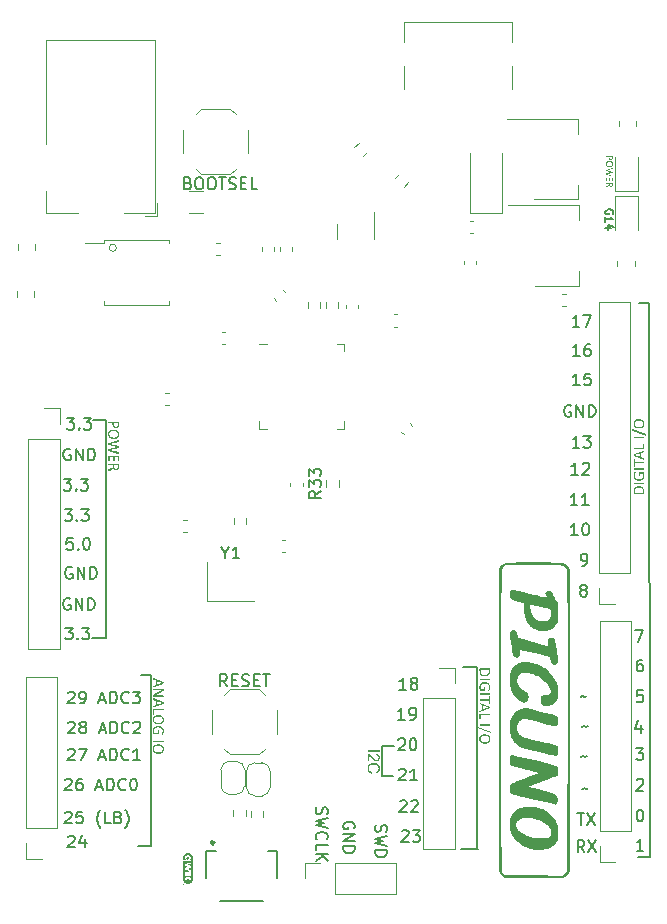
<source format=gbr>
%TF.GenerationSoftware,KiCad,Pcbnew,7.0.10*%
%TF.CreationDate,2024-01-30T02:50:08+05:30*%
%TF.ProjectId,rp2040-basic-m1,72703230-3430-42d6-9261-7369632d6d31,rev?*%
%TF.SameCoordinates,Original*%
%TF.FileFunction,Legend,Top*%
%TF.FilePolarity,Positive*%
%FSLAX46Y46*%
G04 Gerber Fmt 4.6, Leading zero omitted, Abs format (unit mm)*
G04 Created by KiCad (PCBNEW 7.0.10) date 2024-01-30 02:50:08*
%MOMM*%
%LPD*%
G01*
G04 APERTURE LIST*
%ADD10C,0.150000*%
%ADD11C,0.000000*%
%ADD12C,0.063500*%
%ADD13C,0.120000*%
%ADD14C,0.127000*%
%ADD15C,0.300000*%
%ADD16C,0.100000*%
G04 APERTURE END LIST*
D10*
X124675000Y-86387500D02*
X125725000Y-86387500D01*
D11*
G36*
X115698146Y-82130872D02*
G01*
X115796499Y-82135601D01*
X115892294Y-82142910D01*
X115984622Y-82152799D01*
X116072576Y-82165267D01*
X116155251Y-82180315D01*
X116231738Y-82197943D01*
X116377050Y-82240232D01*
X116518647Y-82291188D01*
X116656147Y-82350447D01*
X116789165Y-82417646D01*
X116917320Y-82492423D01*
X117040228Y-82574416D01*
X117157506Y-82663260D01*
X117268772Y-82758595D01*
X117373643Y-82860056D01*
X117471734Y-82967280D01*
X117562665Y-83079906D01*
X117646052Y-83197571D01*
X117721511Y-83319911D01*
X117788660Y-83446564D01*
X117847116Y-83577167D01*
X117896496Y-83711357D01*
X117912307Y-83768872D01*
X117925383Y-83838694D01*
X117935786Y-83918942D01*
X117943575Y-84007736D01*
X117948812Y-84103193D01*
X117951556Y-84203434D01*
X117951869Y-84306577D01*
X117949810Y-84410741D01*
X117945439Y-84514045D01*
X117938819Y-84614608D01*
X117930008Y-84710549D01*
X117919068Y-84799987D01*
X117906059Y-84881041D01*
X117891041Y-84951830D01*
X117874075Y-85010473D01*
X117855221Y-85055089D01*
X117828394Y-85100785D01*
X117797966Y-85146570D01*
X117764206Y-85192206D01*
X117727383Y-85237459D01*
X117687765Y-85282094D01*
X117645621Y-85325876D01*
X117601220Y-85368570D01*
X117554831Y-85409940D01*
X117506721Y-85449751D01*
X117457161Y-85487769D01*
X117406418Y-85523758D01*
X117354761Y-85557484D01*
X117302460Y-85588710D01*
X117249782Y-85617202D01*
X117196997Y-85642724D01*
X117144373Y-85665043D01*
X117071941Y-85690140D01*
X116989700Y-85712113D01*
X116899021Y-85730955D01*
X116801276Y-85746661D01*
X116697833Y-85759222D01*
X116590064Y-85768633D01*
X116479339Y-85774886D01*
X116367028Y-85777975D01*
X116254503Y-85777894D01*
X116143133Y-85774635D01*
X116034289Y-85768191D01*
X115929341Y-85758557D01*
X115829660Y-85745724D01*
X115736617Y-85729688D01*
X115651581Y-85710440D01*
X115575924Y-85687974D01*
X115372701Y-85612290D01*
X115181079Y-85528149D01*
X115001268Y-85435798D01*
X114833476Y-85335487D01*
X114677909Y-85227464D01*
X114534778Y-85111977D01*
X114467941Y-85051512D01*
X114404290Y-84989275D01*
X114343852Y-84925296D01*
X114286653Y-84859606D01*
X114232719Y-84792237D01*
X114182076Y-84723220D01*
X114134750Y-84652585D01*
X114090767Y-84580364D01*
X114050153Y-84506588D01*
X114012934Y-84431287D01*
X113979136Y-84354494D01*
X113948786Y-84276239D01*
X113921908Y-84196552D01*
X113898530Y-84115466D01*
X113878677Y-84033011D01*
X113862375Y-83949219D01*
X113849651Y-83864120D01*
X113840530Y-83777745D01*
X113835038Y-83690126D01*
X113834195Y-83649354D01*
X114389255Y-83649354D01*
X114389272Y-83691966D01*
X114393343Y-83735239D01*
X114401575Y-83779082D01*
X114414078Y-83823407D01*
X114430959Y-83868125D01*
X114452326Y-83913147D01*
X114485548Y-83969675D01*
X114528060Y-84027218D01*
X114579265Y-84085392D01*
X114638566Y-84143815D01*
X114705363Y-84202103D01*
X114779060Y-84259874D01*
X114859059Y-84316744D01*
X114944760Y-84372332D01*
X115035568Y-84426254D01*
X115130883Y-84478126D01*
X115230108Y-84527567D01*
X115332645Y-84574193D01*
X115437896Y-84617621D01*
X115545263Y-84657468D01*
X115654149Y-84693352D01*
X115763955Y-84724890D01*
X115836150Y-84741604D01*
X115917589Y-84757136D01*
X116006767Y-84771163D01*
X116102180Y-84783362D01*
X116202322Y-84793412D01*
X116305688Y-84800990D01*
X116410775Y-84805773D01*
X116516076Y-84807439D01*
X116611800Y-84807416D01*
X116699718Y-84805540D01*
X116780192Y-84801675D01*
X116817751Y-84798955D01*
X116853586Y-84795687D01*
X116887741Y-84791855D01*
X116920261Y-84787442D01*
X116951193Y-84782431D01*
X116980582Y-84776805D01*
X117008472Y-84770548D01*
X117034910Y-84763642D01*
X117059940Y-84756072D01*
X117083608Y-84747819D01*
X117105959Y-84738868D01*
X117127039Y-84729202D01*
X117146893Y-84718803D01*
X117165567Y-84707655D01*
X117183105Y-84695741D01*
X117199553Y-84683045D01*
X117214956Y-84669549D01*
X117229360Y-84655237D01*
X117242810Y-84640092D01*
X117255352Y-84624098D01*
X117267030Y-84607236D01*
X117277891Y-84589492D01*
X117287979Y-84570847D01*
X117297339Y-84551285D01*
X117306018Y-84530789D01*
X117314060Y-84509343D01*
X117330874Y-84454981D01*
X117343449Y-84401856D01*
X117351738Y-84349805D01*
X117354260Y-84324133D01*
X117355693Y-84298668D01*
X117356032Y-84273392D01*
X117355269Y-84248284D01*
X117353400Y-84223323D01*
X117350418Y-84198490D01*
X117346317Y-84173765D01*
X117341092Y-84149127D01*
X117334737Y-84124556D01*
X117327245Y-84100032D01*
X117318612Y-84075535D01*
X117308830Y-84051045D01*
X117285800Y-84002004D01*
X117258107Y-83952748D01*
X117225706Y-83903116D01*
X117188548Y-83852946D01*
X117146586Y-83802078D01*
X117099775Y-83750350D01*
X117048066Y-83697601D01*
X116983739Y-83639151D01*
X116913098Y-83582562D01*
X116836491Y-83527976D01*
X116754268Y-83475532D01*
X116666778Y-83425373D01*
X116574371Y-83377638D01*
X116477395Y-83332470D01*
X116376200Y-83290009D01*
X116271136Y-83250397D01*
X116162552Y-83213774D01*
X116050797Y-83180282D01*
X115936220Y-83150062D01*
X115819172Y-83123254D01*
X115700000Y-83100000D01*
X115579054Y-83080441D01*
X115456685Y-83064718D01*
X115389335Y-83058925D01*
X115323223Y-83056108D01*
X115258456Y-83056175D01*
X115195142Y-83059039D01*
X115133391Y-83064610D01*
X115073309Y-83072799D01*
X115015006Y-83083518D01*
X114958590Y-83096677D01*
X114904170Y-83112188D01*
X114851852Y-83129960D01*
X114801747Y-83149906D01*
X114753962Y-83171936D01*
X114708605Y-83195961D01*
X114665786Y-83221893D01*
X114625611Y-83249641D01*
X114588190Y-83279118D01*
X114553631Y-83310234D01*
X114522042Y-83342901D01*
X114493531Y-83377028D01*
X114468208Y-83412527D01*
X114446179Y-83449310D01*
X114427554Y-83487287D01*
X114412441Y-83526368D01*
X114400948Y-83566466D01*
X114393183Y-83607491D01*
X114389255Y-83649354D01*
X113834195Y-83649354D01*
X113833201Y-83601293D01*
X113834455Y-83512512D01*
X113838289Y-83428265D01*
X113844810Y-83348251D01*
X113854126Y-83272167D01*
X113866343Y-83199711D01*
X113881571Y-83130580D01*
X113899915Y-83064472D01*
X113921484Y-83001085D01*
X113946386Y-82940117D01*
X113974726Y-82881265D01*
X114006614Y-82824226D01*
X114042157Y-82768699D01*
X114081461Y-82714382D01*
X114124635Y-82660971D01*
X114171786Y-82608165D01*
X114223021Y-82555661D01*
X114258274Y-82521772D01*
X114292001Y-82490497D01*
X114324506Y-82461653D01*
X114356090Y-82435060D01*
X114387057Y-82410536D01*
X114417707Y-82387900D01*
X114448345Y-82366970D01*
X114479271Y-82347565D01*
X114510788Y-82329504D01*
X114543198Y-82312605D01*
X114576805Y-82296687D01*
X114611909Y-82281568D01*
X114648814Y-82267067D01*
X114687822Y-82253003D01*
X114729234Y-82239195D01*
X114773354Y-82225460D01*
X114847423Y-82204393D01*
X114928001Y-82185905D01*
X115014182Y-82169997D01*
X115105059Y-82156669D01*
X115199725Y-82145920D01*
X115297273Y-82137751D01*
X115323223Y-82136293D01*
X115396796Y-82132162D01*
X115497387Y-82129152D01*
X115598139Y-82128722D01*
X115698146Y-82130872D01*
G37*
D10*
X103030000Y-79520000D02*
X103970000Y-79520000D01*
D11*
G36*
X115306947Y-73807214D02*
G01*
X115615121Y-73873220D01*
X116481108Y-74078807D01*
X117342795Y-74299013D01*
X117645595Y-74383292D01*
X117795602Y-74433659D01*
X117805912Y-74439024D01*
X117816168Y-74444765D01*
X117826316Y-74450829D01*
X117836303Y-74457162D01*
X117846076Y-74463710D01*
X117855579Y-74470419D01*
X117864761Y-74477235D01*
X117873565Y-74484105D01*
X117881940Y-74490976D01*
X117889832Y-74497792D01*
X117897186Y-74504501D01*
X117903948Y-74511049D01*
X117910066Y-74517381D01*
X117915485Y-74523445D01*
X117920152Y-74529186D01*
X117924012Y-74534552D01*
X117929374Y-74543944D01*
X117934285Y-74555681D01*
X117942778Y-74585564D01*
X117949537Y-74622957D01*
X117954610Y-74666618D01*
X117958044Y-74715304D01*
X117959886Y-74767772D01*
X117960183Y-74822780D01*
X117958982Y-74879084D01*
X117956329Y-74935442D01*
X117952273Y-74990611D01*
X117946859Y-75043347D01*
X117940136Y-75092410D01*
X117932149Y-75136554D01*
X117922947Y-75174539D01*
X117912575Y-75205120D01*
X117906966Y-75217246D01*
X117901082Y-75227055D01*
X117879834Y-75248219D01*
X117851916Y-75265231D01*
X117816890Y-75278024D01*
X117774319Y-75286531D01*
X117723768Y-75290685D01*
X117664799Y-75290419D01*
X117596976Y-75285665D01*
X117519862Y-75276356D01*
X117433020Y-75262425D01*
X117336014Y-75243805D01*
X117109763Y-75192229D01*
X116837615Y-75121091D01*
X116516076Y-75029852D01*
X116282755Y-74963407D01*
X116071985Y-74905024D01*
X115882350Y-74854595D01*
X115712432Y-74812012D01*
X115560814Y-74777168D01*
X115491424Y-74762615D01*
X115426078Y-74749956D01*
X115364598Y-74739178D01*
X115306807Y-74730268D01*
X115252527Y-74723212D01*
X115201583Y-74717997D01*
X115153795Y-74714609D01*
X115108988Y-74713034D01*
X115066984Y-74713261D01*
X115027606Y-74715274D01*
X114990677Y-74719060D01*
X114956019Y-74724607D01*
X114923455Y-74731901D01*
X114892808Y-74740927D01*
X114863902Y-74751674D01*
X114836558Y-74764127D01*
X114810600Y-74778273D01*
X114785850Y-74794098D01*
X114762131Y-74811589D01*
X114739267Y-74830733D01*
X114717079Y-74851516D01*
X114695391Y-74873925D01*
X114664096Y-74908576D01*
X114635502Y-74942179D01*
X114609515Y-74974976D01*
X114586040Y-75007208D01*
X114564984Y-75039119D01*
X114546252Y-75070948D01*
X114529751Y-75102939D01*
X114515386Y-75135333D01*
X114503063Y-75168372D01*
X114492688Y-75202297D01*
X114484167Y-75237352D01*
X114477407Y-75273776D01*
X114472313Y-75311813D01*
X114468790Y-75351704D01*
X114466746Y-75393692D01*
X114466085Y-75438016D01*
X114466467Y-75466940D01*
X114467635Y-75495280D01*
X114469622Y-75523096D01*
X114472463Y-75550448D01*
X114476190Y-75577397D01*
X114480838Y-75604003D01*
X114486439Y-75630327D01*
X114493028Y-75656430D01*
X114500639Y-75682371D01*
X114509304Y-75708212D01*
X114519057Y-75734012D01*
X114529932Y-75759832D01*
X114541963Y-75785733D01*
X114555183Y-75811775D01*
X114569625Y-75838018D01*
X114585324Y-75864523D01*
X114621397Y-75920972D01*
X114661514Y-75973659D01*
X114706710Y-76023013D01*
X114758020Y-76069466D01*
X114816477Y-76113446D01*
X114883117Y-76155384D01*
X114958973Y-76195709D01*
X115045082Y-76234853D01*
X115142476Y-76273243D01*
X115252191Y-76311312D01*
X115375262Y-76349488D01*
X115512722Y-76388201D01*
X115834950Y-76468959D01*
X116227152Y-76557027D01*
X116585809Y-76634221D01*
X116888197Y-76701633D01*
X117139958Y-76760661D01*
X117346736Y-76812703D01*
X117435020Y-76836540D01*
X117514174Y-76859155D01*
X117584903Y-76880722D01*
X117647914Y-76901415D01*
X117703912Y-76921410D01*
X117753601Y-76940881D01*
X117797687Y-76960003D01*
X117836876Y-76978950D01*
X117857161Y-76989007D01*
X117875115Y-76998790D01*
X117890879Y-77008666D01*
X117904593Y-77019006D01*
X117916400Y-77030179D01*
X117926440Y-77042554D01*
X117930842Y-77049309D01*
X117934854Y-77056502D01*
X117941784Y-77072391D01*
X117947370Y-77090591D01*
X117951753Y-77111471D01*
X117955075Y-77135402D01*
X117957477Y-77162752D01*
X117959099Y-77193890D01*
X117960083Y-77229188D01*
X117960701Y-77313735D01*
X117960002Y-77376083D01*
X117959126Y-77405655D01*
X117957898Y-77434165D01*
X117956317Y-77461617D01*
X117954383Y-77488015D01*
X117952095Y-77513363D01*
X117949451Y-77537666D01*
X117946451Y-77560927D01*
X117943095Y-77583152D01*
X117939380Y-77604344D01*
X117935308Y-77624506D01*
X117930875Y-77643645D01*
X117926083Y-77661763D01*
X117920929Y-77678865D01*
X117915414Y-77694955D01*
X117909535Y-77710038D01*
X117903293Y-77724117D01*
X117896687Y-77737196D01*
X117889715Y-77749281D01*
X117882377Y-77760375D01*
X117874673Y-77770482D01*
X117866600Y-77779606D01*
X117858159Y-77787752D01*
X117849348Y-77794924D01*
X117840167Y-77801127D01*
X117830615Y-77806363D01*
X117820691Y-77810638D01*
X117810394Y-77813956D01*
X117799723Y-77816320D01*
X117788678Y-77817736D01*
X117777257Y-77818207D01*
X117748173Y-77815923D01*
X117703664Y-77809393D01*
X117645935Y-77799101D01*
X117577188Y-77785531D01*
X117415456Y-77750490D01*
X117236096Y-77708141D01*
X117000556Y-77650241D01*
X116686336Y-77578583D01*
X116335140Y-77501765D01*
X115988674Y-77428388D01*
X115810203Y-77390219D01*
X115645665Y-77352842D01*
X115494160Y-77315869D01*
X115354787Y-77278909D01*
X115226647Y-77241573D01*
X115108839Y-77203472D01*
X115000463Y-77164214D01*
X114900619Y-77123412D01*
X114808406Y-77080674D01*
X114722925Y-77035613D01*
X114643275Y-76987837D01*
X114568556Y-76936958D01*
X114497868Y-76882585D01*
X114430310Y-76824329D01*
X114364983Y-76761801D01*
X114300985Y-76694610D01*
X114238603Y-76624402D01*
X114181997Y-76556015D01*
X114130928Y-76488689D01*
X114085152Y-76421665D01*
X114044427Y-76354185D01*
X114008513Y-76285488D01*
X113977167Y-76214817D01*
X113950148Y-76141411D01*
X113927213Y-76064512D01*
X113908120Y-75983360D01*
X113892629Y-75897197D01*
X113880496Y-75805263D01*
X113871481Y-75706799D01*
X113865340Y-75601047D01*
X113861834Y-75487246D01*
X113860718Y-75364638D01*
X113859984Y-75201141D01*
X113860497Y-75131106D01*
X113861722Y-75067902D01*
X113863753Y-75010799D01*
X113866684Y-74959063D01*
X113870609Y-74911962D01*
X113875623Y-74868765D01*
X113881819Y-74828738D01*
X113889292Y-74791150D01*
X113898135Y-74755269D01*
X113908443Y-74720361D01*
X113920309Y-74685696D01*
X113933827Y-74650540D01*
X113949093Y-74614162D01*
X113966199Y-74575828D01*
X114008256Y-74491341D01*
X114056730Y-74410065D01*
X114111155Y-74332310D01*
X114171069Y-74258383D01*
X114236008Y-74188595D01*
X114305508Y-74123254D01*
X114379107Y-74062669D01*
X114456340Y-74007150D01*
X114536743Y-73957005D01*
X114619854Y-73912543D01*
X114705209Y-73874074D01*
X114792344Y-73841906D01*
X114880796Y-73816349D01*
X114970101Y-73797711D01*
X115059795Y-73786301D01*
X115149416Y-73782430D01*
X115306947Y-73807214D01*
G37*
G36*
X86614023Y-86051350D02*
G01*
X86637387Y-86052380D01*
X86659495Y-86054202D01*
X86669739Y-86055403D01*
X86679265Y-86056791D01*
X86687937Y-86058365D01*
X86695620Y-86060121D01*
X86727016Y-86069162D01*
X86757223Y-86080165D01*
X86786175Y-86093063D01*
X86813809Y-86107785D01*
X86840059Y-86124264D01*
X86864860Y-86142430D01*
X86888146Y-86162215D01*
X86909853Y-86183549D01*
X86929916Y-86206364D01*
X86948268Y-86230591D01*
X86964846Y-86256161D01*
X86979584Y-86283006D01*
X86992417Y-86311056D01*
X87003280Y-86340242D01*
X87012108Y-86370497D01*
X87018835Y-86401751D01*
X87022814Y-86709314D01*
X87024233Y-87351353D01*
X87023032Y-87994048D01*
X87019153Y-88303576D01*
X87012856Y-88335008D01*
X87004484Y-88365443D01*
X86994098Y-88394813D01*
X86981757Y-88423050D01*
X86967522Y-88450087D01*
X86951454Y-88475857D01*
X86933613Y-88500292D01*
X86914060Y-88523325D01*
X86892855Y-88544888D01*
X86870058Y-88564915D01*
X86845730Y-88583336D01*
X86819931Y-88600086D01*
X86792723Y-88615096D01*
X86764164Y-88628299D01*
X86734316Y-88639628D01*
X86703240Y-88649015D01*
X86691471Y-88652069D01*
X86681476Y-88654393D01*
X86672293Y-88656092D01*
X86667704Y-88656740D01*
X86662957Y-88657270D01*
X86652505Y-88658032D01*
X86639973Y-88658481D01*
X86624398Y-88658722D01*
X86604815Y-88658858D01*
X86581148Y-88658778D01*
X86570607Y-88658566D01*
X86560792Y-88658218D01*
X86551597Y-88657720D01*
X86542921Y-88657055D01*
X86534660Y-88656210D01*
X86526710Y-88655167D01*
X86518969Y-88653913D01*
X86511332Y-88652431D01*
X86503698Y-88650706D01*
X86495962Y-88648723D01*
X86488022Y-88646466D01*
X86479773Y-88643921D01*
X86461940Y-88637903D01*
X86435607Y-88627615D01*
X86410222Y-88615725D01*
X86385840Y-88602297D01*
X86362518Y-88587396D01*
X86340310Y-88571087D01*
X86319272Y-88553434D01*
X86299458Y-88534502D01*
X86280925Y-88514356D01*
X86263728Y-88493060D01*
X86247922Y-88470679D01*
X86233562Y-88447278D01*
X86220705Y-88422921D01*
X86209404Y-88397673D01*
X86199715Y-88371598D01*
X86191695Y-88344762D01*
X86189174Y-88333738D01*
X86346688Y-88333738D01*
X86476863Y-88333738D01*
X86478450Y-88307385D01*
X86478852Y-88301704D01*
X86479462Y-88296207D01*
X86480281Y-88290895D01*
X86481308Y-88285766D01*
X86482543Y-88280819D01*
X86483987Y-88276053D01*
X86485639Y-88271468D01*
X86487499Y-88267063D01*
X86489568Y-88262836D01*
X86491845Y-88258787D01*
X86494330Y-88254914D01*
X86497024Y-88251218D01*
X86499926Y-88247696D01*
X86503037Y-88244348D01*
X86506355Y-88241173D01*
X86509883Y-88238171D01*
X86517433Y-88232754D01*
X86525518Y-88227937D01*
X86534078Y-88223725D01*
X86543051Y-88220123D01*
X86552378Y-88217134D01*
X86561998Y-88214764D01*
X86571851Y-88213017D01*
X86581876Y-88211897D01*
X86592012Y-88211411D01*
X86602199Y-88211561D01*
X86612378Y-88212354D01*
X86622486Y-88213792D01*
X86632464Y-88215882D01*
X86642252Y-88218628D01*
X86651788Y-88222034D01*
X86661013Y-88226106D01*
X86667297Y-88229395D01*
X86673172Y-88232953D01*
X86678640Y-88236783D01*
X86683699Y-88240884D01*
X86688351Y-88245259D01*
X86692596Y-88249909D01*
X86696434Y-88254835D01*
X86699867Y-88260038D01*
X86702894Y-88265521D01*
X86705515Y-88271284D01*
X86707732Y-88277329D01*
X86709545Y-88283657D01*
X86710955Y-88290270D01*
X86711961Y-88297169D01*
X86712564Y-88304355D01*
X86712765Y-88311830D01*
X86712765Y-88333738D01*
X86846115Y-88333738D01*
X86845798Y-88299766D01*
X86845422Y-88285781D01*
X86844481Y-88272110D01*
X86842981Y-88258761D01*
X86840933Y-88245743D01*
X86838343Y-88233064D01*
X86835222Y-88220733D01*
X86831577Y-88208758D01*
X86827417Y-88197149D01*
X86822751Y-88185912D01*
X86817586Y-88175058D01*
X86811933Y-88164594D01*
X86805798Y-88154530D01*
X86799191Y-88144873D01*
X86792121Y-88135632D01*
X86784595Y-88126816D01*
X86776622Y-88118433D01*
X86768212Y-88110492D01*
X86759371Y-88103002D01*
X86750110Y-88095970D01*
X86740437Y-88089406D01*
X86730359Y-88083318D01*
X86719886Y-88077715D01*
X86709026Y-88072604D01*
X86697788Y-88067996D01*
X86686180Y-88063897D01*
X86674211Y-88060317D01*
X86661889Y-88057265D01*
X86649223Y-88054748D01*
X86636222Y-88052776D01*
X86622894Y-88051356D01*
X86609247Y-88050498D01*
X86595290Y-88050211D01*
X86580577Y-88050494D01*
X86566316Y-88051347D01*
X86552499Y-88052772D01*
X86539117Y-88054775D01*
X86526161Y-88057357D01*
X86513623Y-88060524D01*
X86501492Y-88064279D01*
X86489761Y-88068626D01*
X86478421Y-88073567D01*
X86467462Y-88079108D01*
X86456877Y-88085251D01*
X86446655Y-88092001D01*
X86436789Y-88099362D01*
X86427270Y-88107336D01*
X86418088Y-88115927D01*
X86409235Y-88125140D01*
X86402146Y-88133280D01*
X86395521Y-88141637D01*
X86389355Y-88150226D01*
X86383642Y-88159063D01*
X86378377Y-88168165D01*
X86373555Y-88177547D01*
X86369172Y-88187224D01*
X86365222Y-88197213D01*
X86361699Y-88207529D01*
X86358599Y-88218189D01*
X86355917Y-88229208D01*
X86353648Y-88240601D01*
X86351786Y-88252386D01*
X86350326Y-88264576D01*
X86349263Y-88277189D01*
X86348593Y-88290240D01*
X86346688Y-88333738D01*
X86189174Y-88333738D01*
X86185398Y-88317228D01*
X86182044Y-88284099D01*
X86180238Y-88185545D01*
X86180018Y-88019413D01*
X86353990Y-88019413D01*
X86595290Y-88019413D01*
X86839765Y-88019413D01*
X86839765Y-87860663D01*
X86353990Y-87860663D01*
X86353990Y-88019413D01*
X86180018Y-88019413D01*
X86179766Y-87828913D01*
X86353990Y-87828913D01*
X86839765Y-87828913D01*
X86839765Y-87666988D01*
X86353990Y-87666988D01*
X86353990Y-87828913D01*
X86179766Y-87828913D01*
X86179365Y-87525701D01*
X86179365Y-87472361D01*
X86353990Y-87472361D01*
X86504168Y-87527288D01*
X86747055Y-87616188D01*
X86839765Y-87650161D01*
X86839765Y-87492681D01*
X86821668Y-87487601D01*
X86641883Y-87434499D01*
X86514010Y-87396161D01*
X86526507Y-87392147D01*
X86561357Y-87381675D01*
X86676570Y-87347901D01*
X86839765Y-87300276D01*
X86839130Y-87222806D01*
X86838178Y-87145018D01*
X86678793Y-87098981D01*
X86616806Y-87080858D01*
X86565802Y-87065683D01*
X86531051Y-87055091D01*
X86521416Y-87052026D01*
X86517820Y-87050721D01*
X86520749Y-87049400D01*
X86529821Y-87046290D01*
X86563818Y-87035520D01*
X86614663Y-87020047D01*
X86677205Y-87001508D01*
X86838178Y-86953883D01*
X86839130Y-86871968D01*
X86839306Y-86849777D01*
X86839348Y-86831775D01*
X86839315Y-86824231D01*
X86839242Y-86817597D01*
X86839128Y-86811829D01*
X86838971Y-86806881D01*
X86838770Y-86802706D01*
X86838522Y-86799259D01*
X86838226Y-86796496D01*
X86838059Y-86795356D01*
X86837880Y-86794369D01*
X86837687Y-86793531D01*
X86837482Y-86792834D01*
X86837262Y-86792274D01*
X86837029Y-86791845D01*
X86836782Y-86791541D01*
X86836521Y-86791357D01*
X86836245Y-86791286D01*
X86835955Y-86791323D01*
X86593068Y-86879906D01*
X86353990Y-86966901D01*
X86353990Y-87126921D01*
X86369230Y-87131366D01*
X86441303Y-87153546D01*
X86533139Y-87182364D01*
X86612475Y-87207670D01*
X86637371Y-87215834D01*
X86647043Y-87219313D01*
X86644493Y-87220604D01*
X86636287Y-87223629D01*
X86605291Y-87234077D01*
X86558817Y-87249049D01*
X86501628Y-87266938D01*
X86353990Y-87312341D01*
X86353990Y-87472361D01*
X86179365Y-87472361D01*
X86179365Y-86765288D01*
X86836245Y-86765288D01*
X86839765Y-86765288D01*
X86839765Y-86603363D01*
X86779123Y-86603363D01*
X86796903Y-86585266D01*
X86803235Y-86578390D01*
X86809134Y-86571221D01*
X86814597Y-86563760D01*
X86819624Y-86556011D01*
X86824211Y-86547978D01*
X86828357Y-86539663D01*
X86832061Y-86531070D01*
X86835320Y-86522202D01*
X86838133Y-86513063D01*
X86840497Y-86503655D01*
X86842411Y-86493982D01*
X86843873Y-86484048D01*
X86844881Y-86473854D01*
X86845433Y-86463406D01*
X86845528Y-86452705D01*
X86845163Y-86441756D01*
X86844181Y-86428359D01*
X86842551Y-86415321D01*
X86840276Y-86402650D01*
X86837364Y-86390355D01*
X86833819Y-86378446D01*
X86829647Y-86366930D01*
X86824854Y-86355818D01*
X86819445Y-86345117D01*
X86813426Y-86334836D01*
X86806802Y-86324984D01*
X86799579Y-86315571D01*
X86791763Y-86306605D01*
X86783359Y-86298094D01*
X86774372Y-86290048D01*
X86764809Y-86282476D01*
X86754675Y-86275386D01*
X86746834Y-86270387D01*
X86739005Y-86265744D01*
X86731157Y-86261447D01*
X86723257Y-86257487D01*
X86715274Y-86253854D01*
X86707175Y-86250539D01*
X86698928Y-86247533D01*
X86690500Y-86244826D01*
X86681861Y-86242410D01*
X86672978Y-86240275D01*
X86663818Y-86238411D01*
X86654350Y-86236809D01*
X86644542Y-86235461D01*
X86634361Y-86234356D01*
X86623775Y-86233486D01*
X86612753Y-86232841D01*
X86598192Y-86232445D01*
X86583928Y-86232620D01*
X86569970Y-86233357D01*
X86556329Y-86234646D01*
X86543017Y-86236478D01*
X86530044Y-86238844D01*
X86517421Y-86241734D01*
X86505160Y-86245139D01*
X86493270Y-86249049D01*
X86481764Y-86253456D01*
X86470651Y-86258350D01*
X86459943Y-86263721D01*
X86449651Y-86269560D01*
X86439786Y-86275858D01*
X86430358Y-86282605D01*
X86421379Y-86289792D01*
X86412860Y-86297410D01*
X86404811Y-86305449D01*
X86397243Y-86313901D01*
X86390168Y-86322755D01*
X86383596Y-86332002D01*
X86377537Y-86341633D01*
X86372005Y-86351638D01*
X86367008Y-86362009D01*
X86362558Y-86372735D01*
X86358665Y-86383808D01*
X86355342Y-86395218D01*
X86352599Y-86406955D01*
X86350446Y-86419011D01*
X86348894Y-86431376D01*
X86347955Y-86444041D01*
X86347640Y-86456996D01*
X86347805Y-86467212D01*
X86348305Y-86477039D01*
X86349149Y-86486496D01*
X86350344Y-86495602D01*
X86351898Y-86504376D01*
X86353818Y-86512840D01*
X86356114Y-86521011D01*
X86358792Y-86528909D01*
X86361861Y-86536555D01*
X86365329Y-86543967D01*
X86369203Y-86551165D01*
X86373492Y-86558169D01*
X86378202Y-86564998D01*
X86383343Y-86571671D01*
X86388922Y-86578209D01*
X86394948Y-86584631D01*
X86413045Y-86603363D01*
X86178730Y-86603363D01*
X86180318Y-86502716D01*
X86180765Y-86470815D01*
X86181220Y-86445928D01*
X86181481Y-86435711D01*
X86181780Y-86426763D01*
X86182129Y-86418923D01*
X86182540Y-86412030D01*
X86183026Y-86405921D01*
X86183598Y-86400437D01*
X86184269Y-86395414D01*
X86185050Y-86390693D01*
X86185955Y-86386111D01*
X86186994Y-86381507D01*
X86189525Y-86371588D01*
X86198834Y-86340899D01*
X86210049Y-86311380D01*
X86223101Y-86283094D01*
X86237924Y-86256102D01*
X86254451Y-86230467D01*
X86272616Y-86206249D01*
X86292350Y-86183512D01*
X86313588Y-86162316D01*
X86336262Y-86142724D01*
X86360305Y-86124797D01*
X86385651Y-86108598D01*
X86412232Y-86094187D01*
X86439981Y-86081628D01*
X86468831Y-86070982D01*
X86498716Y-86062310D01*
X86529568Y-86055676D01*
X86537920Y-86054362D01*
X86547173Y-86053275D01*
X86557190Y-86052413D01*
X86567836Y-86051771D01*
X86590479Y-86051138D01*
X86614023Y-86051350D01*
G37*
G36*
X114180313Y-67184091D02*
G01*
X114199723Y-67185751D01*
X114218811Y-67188838D01*
X114237550Y-67193333D01*
X114255912Y-67199220D01*
X114273871Y-67206481D01*
X114291401Y-67215098D01*
X114308473Y-67225054D01*
X114325062Y-67236330D01*
X114341140Y-67248910D01*
X114356681Y-67262775D01*
X114371658Y-67277909D01*
X114386043Y-67294292D01*
X114399810Y-67311909D01*
X114412933Y-67330741D01*
X114425383Y-67350770D01*
X114437135Y-67371979D01*
X114448161Y-67394350D01*
X114458435Y-67417865D01*
X114467930Y-67442508D01*
X114476619Y-67468260D01*
X114484474Y-67495104D01*
X114491470Y-67523021D01*
X114497579Y-67551995D01*
X114502774Y-67582008D01*
X114506474Y-67602678D01*
X114510665Y-67623328D01*
X114515299Y-67643830D01*
X114520330Y-67664057D01*
X114525710Y-67683880D01*
X114531392Y-67703173D01*
X114537330Y-67721807D01*
X114543475Y-67739656D01*
X114549782Y-67756590D01*
X114556204Y-67772484D01*
X114562692Y-67787209D01*
X114569201Y-67800637D01*
X114575683Y-67812640D01*
X114582091Y-67823093D01*
X114588378Y-67831865D01*
X114594497Y-67838831D01*
X114628161Y-67853908D01*
X114709248Y-67880768D01*
X114987110Y-67962799D01*
X115819561Y-68190814D01*
X116666630Y-68410231D01*
X116962765Y-68481513D01*
X117103099Y-68508402D01*
X117103932Y-68508069D01*
X117104710Y-68507081D01*
X117106100Y-68503207D01*
X117107261Y-68496915D01*
X117108187Y-68488338D01*
X117109306Y-68464870D01*
X117109405Y-68433878D01*
X117108428Y-68396437D01*
X117106323Y-68353621D01*
X117103036Y-68306506D01*
X117098513Y-68256166D01*
X117095454Y-68219805D01*
X117093174Y-68186273D01*
X117091701Y-68155387D01*
X117091060Y-68126967D01*
X117091280Y-68100831D01*
X117092386Y-68076798D01*
X117094406Y-68054686D01*
X117095767Y-68044294D01*
X117097366Y-68034314D01*
X117099208Y-68024723D01*
X117101294Y-68015500D01*
X117103629Y-68006621D01*
X117106216Y-67998064D01*
X117109058Y-67989805D01*
X117112159Y-67981823D01*
X117115522Y-67974095D01*
X117119150Y-67966597D01*
X117123047Y-67959308D01*
X117127216Y-67952204D01*
X117131661Y-67945263D01*
X117136384Y-67938462D01*
X117146680Y-67925191D01*
X117158132Y-67912208D01*
X117168415Y-67901782D01*
X117179454Y-67892002D01*
X117191196Y-67882868D01*
X117203590Y-67874382D01*
X117216586Y-67866544D01*
X117230132Y-67859355D01*
X117244176Y-67852816D01*
X117258668Y-67846928D01*
X117273557Y-67841691D01*
X117288790Y-67837107D01*
X117304318Y-67833177D01*
X117320088Y-67829900D01*
X117352152Y-67825313D01*
X117384571Y-67823352D01*
X117416937Y-67824025D01*
X117448840Y-67827338D01*
X117464489Y-67829987D01*
X117479869Y-67833298D01*
X117494928Y-67837273D01*
X117509615Y-67841912D01*
X117523878Y-67847216D01*
X117537668Y-67853186D01*
X117550931Y-67859822D01*
X117563618Y-67867127D01*
X117575676Y-67875099D01*
X117587055Y-67883741D01*
X117597704Y-67893053D01*
X117607571Y-67903036D01*
X117620436Y-67922593D01*
X117634819Y-67954800D01*
X117667334Y-68053160D01*
X117703503Y-68190107D01*
X117741715Y-68357634D01*
X117780356Y-68547734D01*
X117817816Y-68752398D01*
X117852480Y-68963619D01*
X117882738Y-69173389D01*
X117890262Y-69253502D01*
X117898216Y-69367152D01*
X117905310Y-69499719D01*
X117910255Y-69636586D01*
X117910890Y-69684248D01*
X117911034Y-69727663D01*
X117910627Y-69767102D01*
X117909610Y-69802832D01*
X117907920Y-69835123D01*
X117905498Y-69864243D01*
X117903994Y-69877698D01*
X117902284Y-69890461D01*
X117900360Y-69902566D01*
X117898216Y-69914045D01*
X117895843Y-69924934D01*
X117893235Y-69935265D01*
X117890382Y-69945072D01*
X117887279Y-69954389D01*
X117883917Y-69963249D01*
X117880289Y-69971685D01*
X117876387Y-69979732D01*
X117872204Y-69987423D01*
X117867732Y-69994792D01*
X117862964Y-70001871D01*
X117857891Y-70008696D01*
X117852507Y-70015298D01*
X117846804Y-70021713D01*
X117840774Y-70027973D01*
X117834410Y-70034112D01*
X117827705Y-70040164D01*
X117808112Y-70056630D01*
X117788069Y-70070802D01*
X117767636Y-70082724D01*
X117746874Y-70092438D01*
X117725844Y-70099990D01*
X117704605Y-70105422D01*
X117683218Y-70108778D01*
X117661745Y-70110102D01*
X117640244Y-70109437D01*
X117618777Y-70106828D01*
X117597403Y-70102317D01*
X117576185Y-70095949D01*
X117555181Y-70087767D01*
X117534453Y-70077815D01*
X117514061Y-70066137D01*
X117494065Y-70052775D01*
X117474526Y-70037775D01*
X117455504Y-70021179D01*
X117437060Y-70003031D01*
X117419254Y-69983375D01*
X117402147Y-69962254D01*
X117385799Y-69939713D01*
X117370270Y-69915794D01*
X117355622Y-69890542D01*
X117341914Y-69864000D01*
X117329207Y-69836212D01*
X117317561Y-69807221D01*
X117307038Y-69777071D01*
X117297696Y-69745807D01*
X117289598Y-69713471D01*
X117282803Y-69680107D01*
X117277371Y-69645758D01*
X117249854Y-69453142D01*
X116011604Y-69141286D01*
X115529346Y-69021617D01*
X115128778Y-68923446D01*
X114741252Y-68829430D01*
X114739129Y-68829750D01*
X114737061Y-68830698D01*
X114733092Y-68834419D01*
X114729351Y-68840464D01*
X114725845Y-68848706D01*
X114722581Y-68859017D01*
X114719566Y-68871269D01*
X114716806Y-68885336D01*
X114714308Y-68901088D01*
X114710125Y-68937141D01*
X114707071Y-68978407D01*
X114705199Y-69023866D01*
X114704563Y-69072495D01*
X114704333Y-69108757D01*
X114703587Y-69142029D01*
X114702235Y-69172548D01*
X114700192Y-69200547D01*
X114697369Y-69226262D01*
X114693680Y-69249928D01*
X114691483Y-69261067D01*
X114689037Y-69271781D01*
X114686330Y-69282100D01*
X114683352Y-69292054D01*
X114680092Y-69301673D01*
X114676539Y-69310984D01*
X114672682Y-69320019D01*
X114668510Y-69328806D01*
X114664012Y-69337375D01*
X114659178Y-69345754D01*
X114653996Y-69353974D01*
X114648455Y-69362064D01*
X114642544Y-69370053D01*
X114636254Y-69377971D01*
X114629572Y-69385847D01*
X114622488Y-69393710D01*
X114607069Y-69409516D01*
X114589910Y-69425625D01*
X114572569Y-69441810D01*
X114556517Y-69456008D01*
X114541541Y-69468270D01*
X114527424Y-69478652D01*
X114520621Y-69483154D01*
X114513953Y-69487206D01*
X114507391Y-69490815D01*
X114500911Y-69493987D01*
X114494484Y-69496729D01*
X114488084Y-69499048D01*
X114481684Y-69500950D01*
X114475257Y-69502442D01*
X114468777Y-69503532D01*
X114462216Y-69504225D01*
X114455547Y-69504528D01*
X114448744Y-69504449D01*
X114441780Y-69503993D01*
X114434628Y-69503168D01*
X114427260Y-69501980D01*
X114419651Y-69500436D01*
X114403600Y-69496307D01*
X114386259Y-69490834D01*
X114367413Y-69484071D01*
X114346847Y-69476073D01*
X114314324Y-69461062D01*
X114283797Y-69443486D01*
X114255217Y-69423249D01*
X114228539Y-69400258D01*
X114203715Y-69374418D01*
X114180698Y-69345636D01*
X114159442Y-69313818D01*
X114139898Y-69278869D01*
X114122020Y-69240695D01*
X114105762Y-69199203D01*
X114091075Y-69154298D01*
X114077914Y-69105887D01*
X114066230Y-69053874D01*
X114055977Y-68998167D01*
X114047109Y-68938671D01*
X114039577Y-68875292D01*
X114032572Y-68803634D01*
X114022236Y-68714778D01*
X113993716Y-68499231D01*
X113958317Y-68256166D01*
X113920338Y-68013102D01*
X113904339Y-67907052D01*
X113890806Y-67811985D01*
X113879839Y-67727170D01*
X113875349Y-67688378D01*
X113871539Y-67651874D01*
X113868420Y-67617568D01*
X113866006Y-67585366D01*
X113864310Y-67555178D01*
X113863343Y-67526912D01*
X113863118Y-67500477D01*
X113863649Y-67475781D01*
X113864946Y-67452732D01*
X113867024Y-67431240D01*
X113869895Y-67411212D01*
X113873571Y-67392557D01*
X113878065Y-67375183D01*
X113883389Y-67359000D01*
X113889557Y-67343914D01*
X113896580Y-67329836D01*
X113904472Y-67316673D01*
X113913244Y-67304334D01*
X113922910Y-67292726D01*
X113933482Y-67281760D01*
X113944972Y-67271343D01*
X113957394Y-67261384D01*
X113970760Y-67251790D01*
X113985082Y-67242471D01*
X114000373Y-67233336D01*
X114016646Y-67224292D01*
X114037669Y-67213903D01*
X114058584Y-67205082D01*
X114079365Y-67197811D01*
X114099984Y-67192072D01*
X114120416Y-67187849D01*
X114140632Y-67185123D01*
X114160607Y-67183876D01*
X114180313Y-67184091D01*
G37*
G36*
X114303860Y-77809366D02*
G01*
X114746770Y-77907707D01*
X116001859Y-78212039D01*
X117242330Y-78532709D01*
X117666967Y-78651473D01*
X117859807Y-78717085D01*
X117875300Y-78728160D01*
X117889160Y-78739263D01*
X117901475Y-78750741D01*
X117912332Y-78762945D01*
X117921819Y-78776225D01*
X117930023Y-78790928D01*
X117937031Y-78807405D01*
X117942930Y-78826005D01*
X117947808Y-78847077D01*
X117951753Y-78870970D01*
X117954851Y-78898035D01*
X117957190Y-78928620D01*
X117958857Y-78963074D01*
X117959940Y-79001747D01*
X117960701Y-79093148D01*
X117960436Y-79127251D01*
X117959653Y-79160676D01*
X117958374Y-79193281D01*
X117956617Y-79224926D01*
X117954403Y-79255469D01*
X117951753Y-79284769D01*
X117948686Y-79312686D01*
X117945223Y-79339077D01*
X117941384Y-79363802D01*
X117937189Y-79386720D01*
X117932657Y-79407690D01*
X117927810Y-79426571D01*
X117922668Y-79443221D01*
X117917250Y-79457500D01*
X117911577Y-79469266D01*
X117908651Y-79474163D01*
X117905668Y-79478379D01*
X117893785Y-79488068D01*
X117870583Y-79501498D01*
X117792664Y-79538644D01*
X117676802Y-79587935D01*
X117527887Y-79647492D01*
X117150465Y-79789876D01*
X116699521Y-79950748D01*
X116499452Y-80021612D01*
X116321525Y-80084919D01*
X116164558Y-80141172D01*
X116027369Y-80190875D01*
X115908775Y-80234531D01*
X115807594Y-80272646D01*
X115763164Y-80289782D01*
X115722643Y-80305722D01*
X115685885Y-80320528D01*
X115652741Y-80334263D01*
X115623064Y-80346990D01*
X115596705Y-80358773D01*
X115573517Y-80369674D01*
X115553352Y-80379757D01*
X115536062Y-80389083D01*
X115521500Y-80397717D01*
X115509517Y-80405721D01*
X115499967Y-80413158D01*
X115496057Y-80416684D01*
X115492700Y-80420092D01*
X115489877Y-80423389D01*
X115487570Y-80426584D01*
X115485760Y-80429685D01*
X115484428Y-80432699D01*
X115483557Y-80435634D01*
X115483127Y-80438498D01*
X115483121Y-80441300D01*
X115483519Y-80444046D01*
X115484304Y-80446745D01*
X115485456Y-80449405D01*
X115486958Y-80452033D01*
X115488790Y-80454638D01*
X115493374Y-80459808D01*
X115514182Y-80468066D01*
X115560948Y-80482021D01*
X115720960Y-80524013D01*
X115950624Y-80579763D01*
X116227152Y-80643251D01*
X116585791Y-80724207D01*
X116739189Y-80760245D01*
X116876875Y-80793877D01*
X117000022Y-80825521D01*
X117109808Y-80855593D01*
X117207407Y-80884509D01*
X117293996Y-80912686D01*
X117370749Y-80940541D01*
X117438843Y-80968490D01*
X117499453Y-80996949D01*
X117527320Y-81011500D01*
X117553756Y-81026336D01*
X117578909Y-81041507D01*
X117602925Y-81057065D01*
X117648138Y-81089555D01*
X117690570Y-81124222D01*
X117731396Y-81161482D01*
X117757640Y-81186504D01*
X117781413Y-81210102D01*
X117802821Y-81232464D01*
X117821971Y-81253777D01*
X117838972Y-81274231D01*
X117853931Y-81294013D01*
X117866955Y-81313312D01*
X117878151Y-81332314D01*
X117887628Y-81351210D01*
X117895493Y-81370186D01*
X117901852Y-81389431D01*
X117906815Y-81409132D01*
X117910487Y-81429479D01*
X117912977Y-81450658D01*
X117914393Y-81472859D01*
X117914841Y-81496269D01*
X117913900Y-81531547D01*
X117911186Y-81568249D01*
X117906860Y-81605865D01*
X117901082Y-81643884D01*
X117894015Y-81681795D01*
X117885819Y-81719089D01*
X117876656Y-81755254D01*
X117866686Y-81789779D01*
X117856072Y-81822155D01*
X117844974Y-81851871D01*
X117833553Y-81878416D01*
X117821972Y-81901279D01*
X117816171Y-81911171D01*
X117810390Y-81919950D01*
X117804649Y-81927555D01*
X117798969Y-81933919D01*
X117793370Y-81938981D01*
X117787871Y-81942675D01*
X117782494Y-81944938D01*
X117777257Y-81945707D01*
X117350749Y-81850545D01*
X116373907Y-81624678D01*
X114525705Y-81188999D01*
X114414387Y-81162582D01*
X114315559Y-81138032D01*
X114228486Y-81114853D01*
X114152438Y-81092547D01*
X114118319Y-81081567D01*
X114086682Y-81070618D01*
X114057434Y-81059639D01*
X114030485Y-81048567D01*
X114005743Y-81037342D01*
X113983116Y-81025899D01*
X113962512Y-81014178D01*
X113943841Y-81002115D01*
X113927011Y-80989650D01*
X113911930Y-80976719D01*
X113898507Y-80963261D01*
X113886649Y-80949214D01*
X113876267Y-80934515D01*
X113867267Y-80919102D01*
X113859559Y-80902913D01*
X113853051Y-80885886D01*
X113847651Y-80867959D01*
X113843268Y-80849070D01*
X113839811Y-80829156D01*
X113837187Y-80808155D01*
X113835306Y-80786006D01*
X113834076Y-80762646D01*
X113833201Y-80712044D01*
X113834067Y-80654366D01*
X113836686Y-80599953D01*
X113838663Y-80573949D01*
X113841092Y-80548737D01*
X113843975Y-80524308D01*
X113847318Y-80500652D01*
X113851125Y-80477763D01*
X113855399Y-80455631D01*
X113860145Y-80434248D01*
X113865367Y-80413606D01*
X113871070Y-80393696D01*
X113877257Y-80374509D01*
X113883933Y-80356039D01*
X113891101Y-80338275D01*
X113898767Y-80321210D01*
X113906934Y-80304835D01*
X113915607Y-80289142D01*
X113924790Y-80274123D01*
X113934486Y-80259769D01*
X113944700Y-80246071D01*
X113955437Y-80233022D01*
X113966701Y-80220612D01*
X113978495Y-80208835D01*
X113990824Y-80197680D01*
X114003692Y-80187140D01*
X114017103Y-80177206D01*
X114031062Y-80167870D01*
X114045572Y-80159123D01*
X114060639Y-80150958D01*
X114076266Y-80143365D01*
X114211986Y-80085466D01*
X114470671Y-79982852D01*
X115209035Y-79698512D01*
X115594627Y-79549535D01*
X115917016Y-79421626D01*
X116043895Y-79370005D01*
X116142237Y-79328972D01*
X116207795Y-79300300D01*
X116226953Y-79291154D01*
X116236323Y-79285763D01*
X116249087Y-79270178D01*
X116249333Y-79262747D01*
X116242988Y-79254807D01*
X116228178Y-79245791D01*
X116203029Y-79235136D01*
X116114218Y-79206652D01*
X115961560Y-79164840D01*
X115730060Y-79105184D01*
X114970558Y-78914287D01*
X114778003Y-78866124D01*
X114595284Y-78818768D01*
X114426646Y-78773453D01*
X114276335Y-78731417D01*
X114148595Y-78693895D01*
X114047674Y-78662124D01*
X113977816Y-78637339D01*
X113955863Y-78627953D01*
X113943268Y-78620777D01*
X113934389Y-78613180D01*
X113925818Y-78603369D01*
X113917568Y-78591472D01*
X113909652Y-78577612D01*
X113894869Y-78544504D01*
X113881571Y-78505049D01*
X113869858Y-78460246D01*
X113859832Y-78411096D01*
X113851592Y-78358601D01*
X113845240Y-78303762D01*
X113840877Y-78247578D01*
X113838603Y-78191053D01*
X113838519Y-78135185D01*
X113840726Y-78080977D01*
X113845324Y-78029430D01*
X113852415Y-77981543D01*
X113862099Y-77938319D01*
X113874476Y-77900758D01*
X113882187Y-77881933D01*
X113889937Y-77864956D01*
X113897875Y-77849738D01*
X113906150Y-77836193D01*
X113910459Y-77830021D01*
X113914908Y-77824234D01*
X113919514Y-77818822D01*
X113924297Y-77813773D01*
X113929275Y-77809077D01*
X113934466Y-77804723D01*
X113939889Y-77800699D01*
X113945562Y-77796996D01*
X113951503Y-77793602D01*
X113957732Y-77790505D01*
X113964267Y-77787696D01*
X113971126Y-77785163D01*
X113978327Y-77782896D01*
X113985890Y-77780883D01*
X114002172Y-77777576D01*
X114020120Y-77775157D01*
X114039881Y-77773537D01*
X114061605Y-77772629D01*
X114085438Y-77772345D01*
X114303860Y-77809366D01*
G37*
G36*
X114141466Y-63745932D02*
G01*
X114243587Y-63766292D01*
X114575579Y-63841461D01*
X115037414Y-63953606D01*
X115580510Y-64091978D01*
X115595525Y-64095774D01*
X115855990Y-64161638D01*
X116114434Y-64225333D01*
X116349982Y-64281826D01*
X116556778Y-64329882D01*
X116728963Y-64368264D01*
X116860680Y-64395736D01*
X116946069Y-64411062D01*
X116969561Y-64413784D01*
X116979274Y-64413005D01*
X116980873Y-64411153D01*
X116982235Y-64409041D01*
X116983364Y-64406678D01*
X116984263Y-64404075D01*
X116984937Y-64401240D01*
X116985390Y-64398182D01*
X116985651Y-64391436D01*
X116985079Y-64383911D01*
X116983708Y-64375680D01*
X116981570Y-64366818D01*
X116978701Y-64357399D01*
X116975132Y-64347495D01*
X116970899Y-64337182D01*
X116966034Y-64326533D01*
X116960571Y-64315622D01*
X116954544Y-64304523D01*
X116947986Y-64293309D01*
X116940931Y-64282056D01*
X116933413Y-64270836D01*
X116919546Y-64248319D01*
X116907177Y-64226351D01*
X116896300Y-64204942D01*
X116886907Y-64184103D01*
X116878992Y-64163845D01*
X116872548Y-64144179D01*
X116867569Y-64125116D01*
X116864048Y-64106667D01*
X116861978Y-64088843D01*
X116861352Y-64071655D01*
X116862164Y-64055113D01*
X116864406Y-64039228D01*
X116868073Y-64024012D01*
X116873158Y-64009476D01*
X116879653Y-63995629D01*
X116887552Y-63982484D01*
X116896848Y-63970051D01*
X116907535Y-63958341D01*
X116919607Y-63947365D01*
X116933055Y-63937133D01*
X116947873Y-63927658D01*
X116964056Y-63918949D01*
X116981595Y-63911018D01*
X117000485Y-63903875D01*
X117020718Y-63897532D01*
X117042288Y-63891999D01*
X117065189Y-63887287D01*
X117089413Y-63883408D01*
X117114953Y-63880371D01*
X117141804Y-63878189D01*
X117169957Y-63876872D01*
X117199408Y-63876430D01*
X117232816Y-63877762D01*
X117264383Y-63881930D01*
X117294312Y-63889187D01*
X117322802Y-63899791D01*
X117350057Y-63913995D01*
X117376277Y-63932055D01*
X117401664Y-63954226D01*
X117426420Y-63980764D01*
X117450745Y-64011924D01*
X117474842Y-64047962D01*
X117498913Y-64089131D01*
X117523158Y-64135689D01*
X117547779Y-64187890D01*
X117572978Y-64245989D01*
X117598956Y-64310241D01*
X117625915Y-64380903D01*
X117634227Y-64402906D01*
X117643615Y-64425796D01*
X117653969Y-64449385D01*
X117665184Y-64473485D01*
X117677151Y-64497907D01*
X117689763Y-64522463D01*
X117702912Y-64546965D01*
X117716491Y-64571226D01*
X117730393Y-64595057D01*
X117744510Y-64618270D01*
X117758734Y-64640676D01*
X117772958Y-64662088D01*
X117787074Y-64682318D01*
X117800976Y-64701178D01*
X117814555Y-64718479D01*
X117827705Y-64734033D01*
X117870090Y-64785349D01*
X117887239Y-64808794D01*
X117901942Y-64832420D01*
X117914388Y-64857470D01*
X117924765Y-64885187D01*
X117933261Y-64916814D01*
X117940064Y-64953593D01*
X117945362Y-64996768D01*
X117949344Y-65047582D01*
X117954109Y-65177094D01*
X117955865Y-65352074D01*
X117956116Y-65582464D01*
X117956599Y-65726362D01*
X117954826Y-65866874D01*
X117951117Y-66000615D01*
X117945797Y-66124198D01*
X117939186Y-66234238D01*
X117931608Y-66327349D01*
X117923386Y-66400144D01*
X117919133Y-66427866D01*
X117914841Y-66449239D01*
X117900075Y-66492586D01*
X117880122Y-66538050D01*
X117855387Y-66585166D01*
X117826271Y-66633472D01*
X117793179Y-66682502D01*
X117756512Y-66731795D01*
X117716675Y-66780887D01*
X117674070Y-66829313D01*
X117629100Y-66876611D01*
X117582168Y-66922316D01*
X117533678Y-66965966D01*
X117484033Y-67007096D01*
X117433635Y-67045244D01*
X117382887Y-67079946D01*
X117332194Y-67110737D01*
X117281957Y-67137156D01*
X117227665Y-67161447D01*
X117168361Y-67182721D01*
X117104624Y-67200973D01*
X117037030Y-67216194D01*
X116966158Y-67228380D01*
X116892586Y-67237522D01*
X116816890Y-67243614D01*
X116739650Y-67246649D01*
X116661442Y-67246621D01*
X116582844Y-67243523D01*
X116504435Y-67237348D01*
X116426791Y-67228090D01*
X116350491Y-67215741D01*
X116276112Y-67200295D01*
X116204233Y-67181746D01*
X116135430Y-67160086D01*
X116008089Y-67109622D01*
X115887601Y-67047879D01*
X115774153Y-66975185D01*
X115667933Y-66891870D01*
X115569130Y-66798264D01*
X115477932Y-66694695D01*
X115394526Y-66581492D01*
X115319102Y-66458985D01*
X115251846Y-66327502D01*
X115192948Y-66187374D01*
X115142595Y-66038929D01*
X115100975Y-65882496D01*
X115068276Y-65718405D01*
X115044688Y-65546984D01*
X115030396Y-65368564D01*
X115025591Y-65183472D01*
X115025591Y-65081279D01*
X115581325Y-65081279D01*
X115582034Y-65118502D01*
X115585598Y-65165056D01*
X115600082Y-65279682D01*
X115622358Y-65412204D01*
X115650009Y-65549671D01*
X115680616Y-65679130D01*
X115696273Y-65736809D01*
X115711761Y-65787629D01*
X115726779Y-65829971D01*
X115741024Y-65862217D01*
X115773475Y-65921759D01*
X115808875Y-65978258D01*
X115847164Y-66031680D01*
X115888281Y-66081992D01*
X115932166Y-66129160D01*
X115978759Y-66173150D01*
X116027998Y-66213929D01*
X116079823Y-66251463D01*
X116134175Y-66285719D01*
X116190992Y-66316663D01*
X116250214Y-66344261D01*
X116311780Y-66368480D01*
X116375631Y-66389287D01*
X116441705Y-66406647D01*
X116509942Y-66420527D01*
X116580283Y-66430894D01*
X116633849Y-66435575D01*
X116686139Y-66437603D01*
X116737059Y-66437011D01*
X116786514Y-66433832D01*
X116834411Y-66428101D01*
X116880655Y-66419850D01*
X116925152Y-66409114D01*
X116967809Y-66395926D01*
X116988417Y-66388422D01*
X117008531Y-66380319D01*
X117028137Y-66371619D01*
X117047224Y-66362327D01*
X117065780Y-66352447D01*
X117083794Y-66341984D01*
X117101254Y-66330941D01*
X117118147Y-66319323D01*
X117134463Y-66307134D01*
X117150189Y-66294378D01*
X117165315Y-66281060D01*
X117179827Y-66267183D01*
X117193714Y-66252752D01*
X117206965Y-66237771D01*
X117219567Y-66222244D01*
X117231510Y-66206175D01*
X117241766Y-66191534D01*
X117251861Y-66175255D01*
X117261741Y-66157524D01*
X117271352Y-66138530D01*
X117280640Y-66118461D01*
X117289553Y-66097506D01*
X117298035Y-66075851D01*
X117306034Y-66053687D01*
X117313496Y-66031200D01*
X117320366Y-66008578D01*
X117326591Y-65986010D01*
X117332118Y-65963684D01*
X117336892Y-65941788D01*
X117340860Y-65920510D01*
X117343968Y-65900038D01*
X117346163Y-65880561D01*
X117347849Y-65842552D01*
X117347829Y-65802857D01*
X117346223Y-65762047D01*
X117343153Y-65720692D01*
X117338740Y-65679365D01*
X117333103Y-65638635D01*
X117326365Y-65599074D01*
X117318646Y-65561253D01*
X117310067Y-65525743D01*
X117300749Y-65493115D01*
X117290814Y-65463941D01*
X117280381Y-65438790D01*
X117275015Y-65427902D01*
X117269571Y-65418234D01*
X117264063Y-65409858D01*
X117258507Y-65402844D01*
X117252917Y-65397265D01*
X117247308Y-65393192D01*
X117241696Y-65390695D01*
X117236096Y-65389847D01*
X117160568Y-65375372D01*
X116979274Y-65335960D01*
X116406010Y-65206402D01*
X116244905Y-65168460D01*
X116094011Y-65134171D01*
X115956661Y-65104182D01*
X115836186Y-65079138D01*
X115735918Y-65059683D01*
X115659190Y-65046462D01*
X115630695Y-65042391D01*
X115609334Y-65040120D01*
X115595525Y-65039730D01*
X115591581Y-65040266D01*
X115589682Y-65041302D01*
X115586277Y-65046482D01*
X115583774Y-65055006D01*
X115581325Y-65081279D01*
X115025591Y-65081279D01*
X115025591Y-64894547D01*
X114649530Y-64798238D01*
X114522462Y-64764118D01*
X114409046Y-64731865D01*
X114308527Y-64700875D01*
X114220155Y-64670544D01*
X114180289Y-64655436D01*
X114143177Y-64640266D01*
X114108725Y-64624958D01*
X114076839Y-64609438D01*
X114047426Y-64593628D01*
X114020390Y-64577453D01*
X113995639Y-64560839D01*
X113973078Y-64543709D01*
X113952613Y-64525988D01*
X113934150Y-64507600D01*
X113917595Y-64488470D01*
X113902853Y-64468522D01*
X113889832Y-64447681D01*
X113878436Y-64425870D01*
X113868571Y-64403015D01*
X113860145Y-64379039D01*
X113853062Y-64353868D01*
X113847229Y-64327426D01*
X113842551Y-64299636D01*
X113838934Y-64270424D01*
X113836285Y-64239714D01*
X113834509Y-64207430D01*
X113833201Y-64137839D01*
X113833496Y-64115713D01*
X113834373Y-64094058D01*
X113835824Y-64072891D01*
X113837841Y-64052226D01*
X113840416Y-64032078D01*
X113843540Y-64012462D01*
X113847205Y-63993394D01*
X113851403Y-63974889D01*
X113856124Y-63956961D01*
X113861361Y-63939626D01*
X113867105Y-63922899D01*
X113873348Y-63906796D01*
X113880081Y-63891330D01*
X113887297Y-63876518D01*
X113894986Y-63862374D01*
X113903140Y-63848914D01*
X113911751Y-63836152D01*
X113920810Y-63824104D01*
X113930310Y-63812786D01*
X113940241Y-63802211D01*
X113950595Y-63792395D01*
X113961365Y-63783353D01*
X113972540Y-63775101D01*
X113984114Y-63767654D01*
X113996077Y-63761026D01*
X114008421Y-63755232D01*
X114021139Y-63750289D01*
X114034221Y-63746210D01*
X114047658Y-63743011D01*
X114061444Y-63740708D01*
X114075569Y-63739315D01*
X114090024Y-63738847D01*
X114141466Y-63745932D01*
G37*
G36*
X116559322Y-61446481D02*
G01*
X117089054Y-61448730D01*
X117222839Y-61450019D01*
X117511728Y-61452805D01*
X117839170Y-61458977D01*
X117970872Y-61462932D01*
X118083201Y-61467513D01*
X118177633Y-61472752D01*
X118255646Y-61478683D01*
X118318718Y-61485339D01*
X118368328Y-61492754D01*
X118405953Y-61500963D01*
X118433071Y-61509997D01*
X118467750Y-61526032D01*
X118502839Y-61544760D01*
X118538103Y-61565974D01*
X118573306Y-61589466D01*
X118608213Y-61615027D01*
X118642590Y-61642448D01*
X118676201Y-61671522D01*
X118708811Y-61702041D01*
X118740185Y-61733795D01*
X118770088Y-61766578D01*
X118798284Y-61800180D01*
X118824539Y-61834393D01*
X118848617Y-61869009D01*
X118870283Y-61903820D01*
X118889303Y-61938618D01*
X118905440Y-61973194D01*
X118936038Y-62560431D01*
X118954168Y-64521352D01*
X118965060Y-74791374D01*
X118966215Y-78830223D01*
X118965705Y-81909805D01*
X118962722Y-84162490D01*
X118960052Y-85020112D01*
X118956461Y-85720648D01*
X118951849Y-86280645D01*
X118946115Y-86716649D01*
X118939159Y-87045207D01*
X118930879Y-87282864D01*
X118921175Y-87446167D01*
X118915757Y-87505106D01*
X118909946Y-87551662D01*
X118903728Y-87587902D01*
X118897091Y-87615896D01*
X118890023Y-87637710D01*
X118882510Y-87655414D01*
X118860908Y-87699221D01*
X118835887Y-87742739D01*
X118807790Y-87785679D01*
X118776958Y-87827752D01*
X118743734Y-87868670D01*
X118708462Y-87908143D01*
X118671483Y-87945883D01*
X118633140Y-87981601D01*
X118593776Y-88015008D01*
X118553734Y-88045816D01*
X118513356Y-88073734D01*
X118472984Y-88098475D01*
X118432962Y-88119750D01*
X118393632Y-88137269D01*
X118355337Y-88150744D01*
X118336684Y-88155875D01*
X118318418Y-88159886D01*
X118073348Y-88169129D01*
X117516995Y-88175363D01*
X116731910Y-88177298D01*
X115800643Y-88173643D01*
X113438796Y-88159886D01*
X113278282Y-88049820D01*
X113261538Y-88037912D01*
X113244074Y-88024641D01*
X113226033Y-88010147D01*
X113207556Y-87994571D01*
X113188782Y-87978055D01*
X113169855Y-87960740D01*
X113150913Y-87942766D01*
X113132100Y-87924275D01*
X113113555Y-87905408D01*
X113095420Y-87886306D01*
X113077836Y-87867109D01*
X113060943Y-87847960D01*
X113044884Y-87828999D01*
X113029799Y-87810367D01*
X113015829Y-87792205D01*
X113003115Y-87774655D01*
X112893049Y-87609552D01*
X112893049Y-74814304D01*
X113091398Y-74814304D01*
X113109456Y-83536083D01*
X113163630Y-87577449D01*
X113171032Y-87590758D01*
X113179421Y-87604814D01*
X113188711Y-87619500D01*
X113198814Y-87634704D01*
X113209642Y-87650311D01*
X113221108Y-87666207D01*
X113245606Y-87698409D01*
X113271609Y-87730395D01*
X113284957Y-87746022D01*
X113298418Y-87761253D01*
X113311907Y-87775973D01*
X113325335Y-87790068D01*
X113338615Y-87803424D01*
X113351660Y-87815926D01*
X113475486Y-87930581D01*
X115869435Y-87944337D01*
X118263385Y-87958098D01*
X118423899Y-87852616D01*
X118440432Y-87840761D01*
X118457273Y-87827643D01*
X118474303Y-87813397D01*
X118491401Y-87798156D01*
X118508444Y-87782056D01*
X118525313Y-87765230D01*
X118541886Y-87747812D01*
X118558042Y-87729938D01*
X118573662Y-87711742D01*
X118588622Y-87693357D01*
X118602804Y-87674918D01*
X118616085Y-87656560D01*
X118628345Y-87638417D01*
X118639464Y-87620623D01*
X118649319Y-87603313D01*
X118657790Y-87586621D01*
X118683721Y-87483004D01*
X118703580Y-87202249D01*
X118728302Y-85608862D01*
X118740340Y-74791374D01*
X118740161Y-70652230D01*
X118738907Y-67530987D01*
X118737541Y-66306464D01*
X118735503Y-65281679D01*
X118732659Y-64438386D01*
X118728875Y-63758338D01*
X118726588Y-63473829D01*
X118724016Y-63223290D01*
X118721141Y-63004439D01*
X118717947Y-62814996D01*
X118714417Y-62652680D01*
X118710535Y-62515211D01*
X118706283Y-62400307D01*
X118701645Y-62305687D01*
X118696604Y-62229072D01*
X118691143Y-62168180D01*
X118685245Y-62120731D01*
X118682127Y-62101334D01*
X118678893Y-62084443D01*
X118675543Y-62069772D01*
X118672072Y-62057037D01*
X118668480Y-62045951D01*
X118664763Y-62036231D01*
X118656951Y-62019745D01*
X118648618Y-62005297D01*
X118638533Y-61989569D01*
X118627273Y-61973418D01*
X118614951Y-61956958D01*
X118601682Y-61940303D01*
X118587580Y-61923568D01*
X118572759Y-61906866D01*
X118557334Y-61890312D01*
X118541418Y-61874020D01*
X118525126Y-61858104D01*
X118508572Y-61842678D01*
X118491870Y-61827857D01*
X118475134Y-61813755D01*
X118458479Y-61800486D01*
X118442019Y-61788164D01*
X118425868Y-61776904D01*
X118410140Y-61766819D01*
X118354005Y-61736562D01*
X118277502Y-61713936D01*
X118153381Y-61697974D01*
X117954396Y-61687709D01*
X117653298Y-61682173D01*
X117222839Y-61680400D01*
X115864849Y-61684269D01*
X113475486Y-61698028D01*
X113351660Y-61812680D01*
X113338615Y-61825184D01*
X113325335Y-61838540D01*
X113311907Y-61852635D01*
X113298418Y-61867356D01*
X113271609Y-61898213D01*
X113245606Y-61930200D01*
X113221108Y-61962401D01*
X113209642Y-61978297D01*
X113198814Y-61993904D01*
X113188711Y-62009107D01*
X113179421Y-62023794D01*
X113171032Y-62037849D01*
X113163630Y-62051158D01*
X113109456Y-66092525D01*
X113091398Y-74814304D01*
X112893049Y-74814304D01*
X112893049Y-62009883D01*
X113026046Y-61821853D01*
X113040535Y-61801881D01*
X113056393Y-61781608D01*
X113073488Y-61761160D01*
X113091685Y-61740664D01*
X113110849Y-61720250D01*
X113130846Y-61700043D01*
X113151542Y-61680173D01*
X113172802Y-61660766D01*
X113194492Y-61641950D01*
X113216478Y-61623853D01*
X113238624Y-61606602D01*
X113260798Y-61590326D01*
X113282864Y-61575151D01*
X113304688Y-61561206D01*
X113326137Y-61548617D01*
X113347074Y-61537514D01*
X113417353Y-61508555D01*
X113505151Y-61486422D01*
X113637450Y-61470200D01*
X113841227Y-61458977D01*
X114143463Y-61451838D01*
X114571135Y-61447870D01*
X115910710Y-61445792D01*
X116559322Y-61446481D01*
G37*
G36*
X86261915Y-88613138D02*
G01*
X86300015Y-88613138D01*
X86300015Y-88636633D01*
X86300000Y-88640000D01*
X86299950Y-88643089D01*
X86299862Y-88645921D01*
X86299732Y-88648514D01*
X86299556Y-88650891D01*
X86299329Y-88653069D01*
X86299047Y-88655070D01*
X86298705Y-88656913D01*
X86298301Y-88658619D01*
X86297829Y-88660207D01*
X86297286Y-88661697D01*
X86296666Y-88663110D01*
X86295967Y-88664464D01*
X86295184Y-88665782D01*
X86294312Y-88667081D01*
X86293348Y-88668383D01*
X86292546Y-88669337D01*
X86291692Y-88670236D01*
X86290789Y-88671078D01*
X86289838Y-88671863D01*
X86288845Y-88672592D01*
X86287810Y-88673264D01*
X86286739Y-88673878D01*
X86285633Y-88674435D01*
X86284496Y-88674935D01*
X86283332Y-88675376D01*
X86282142Y-88675760D01*
X86280930Y-88676085D01*
X86279699Y-88676351D01*
X86278453Y-88676559D01*
X86277193Y-88676707D01*
X86275925Y-88676797D01*
X86274650Y-88676826D01*
X86273371Y-88676796D01*
X86272092Y-88676706D01*
X86270816Y-88676556D01*
X86269545Y-88676345D01*
X86268284Y-88676074D01*
X86267034Y-88675742D01*
X86265800Y-88675348D01*
X86264583Y-88674893D01*
X86263388Y-88674377D01*
X86262217Y-88673798D01*
X86261074Y-88673158D01*
X86259961Y-88672455D01*
X86258881Y-88671690D01*
X86257838Y-88670862D01*
X86256835Y-88669970D01*
X86249533Y-88663303D01*
X86238738Y-88669970D01*
X86236268Y-88671474D01*
X86234085Y-88672768D01*
X86232173Y-88673853D01*
X86230512Y-88674728D01*
X86229771Y-88675087D01*
X86229086Y-88675393D01*
X86228456Y-88675647D01*
X86227877Y-88675847D01*
X86227348Y-88675995D01*
X86226867Y-88676091D01*
X86226430Y-88676133D01*
X86226038Y-88676122D01*
X86225686Y-88676058D01*
X86225372Y-88675941D01*
X86225096Y-88675772D01*
X86224853Y-88675548D01*
X86224643Y-88675272D01*
X86224462Y-88674942D01*
X86224310Y-88674559D01*
X86224182Y-88674123D01*
X86224078Y-88673633D01*
X86223995Y-88673089D01*
X86223931Y-88672492D01*
X86223883Y-88671841D01*
X86223829Y-88670379D01*
X86223815Y-88668700D01*
X86223853Y-88667595D01*
X86223967Y-88666536D01*
X86224160Y-88665521D01*
X86224288Y-88665028D01*
X86224435Y-88664543D01*
X86224604Y-88664067D01*
X86224794Y-88663599D01*
X86225005Y-88663138D01*
X86225238Y-88662684D01*
X86225771Y-88661793D01*
X86226395Y-88660922D01*
X86227111Y-88660065D01*
X86227923Y-88659219D01*
X86228833Y-88658378D01*
X86229843Y-88657538D01*
X86230955Y-88656695D01*
X86232171Y-88655843D01*
X86233495Y-88654978D01*
X86234928Y-88654096D01*
X86236465Y-88653160D01*
X86237866Y-88652254D01*
X86239136Y-88651370D01*
X86240280Y-88650499D01*
X86241304Y-88649633D01*
X86242211Y-88648766D01*
X86242623Y-88648328D01*
X86243008Y-88647888D01*
X86243366Y-88647442D01*
X86243699Y-88646991D01*
X86244006Y-88646534D01*
X86244289Y-88646069D01*
X86244548Y-88645596D01*
X86244784Y-88645113D01*
X86244998Y-88644620D01*
X86245189Y-88644115D01*
X86245360Y-88643598D01*
X86245509Y-88643067D01*
X86245639Y-88642522D01*
X86245749Y-88641962D01*
X86245914Y-88640791D01*
X86246009Y-88639546D01*
X86246040Y-88638221D01*
X86246027Y-88636757D01*
X86245979Y-88635455D01*
X86245885Y-88634305D01*
X86245733Y-88633299D01*
X86245630Y-88632847D01*
X86245509Y-88632427D01*
X86245367Y-88632038D01*
X86245203Y-88631679D01*
X86245015Y-88631350D01*
X86244802Y-88631047D01*
X86244562Y-88630771D01*
X86244294Y-88630521D01*
X86243996Y-88630295D01*
X86243667Y-88630092D01*
X86243305Y-88629910D01*
X86242909Y-88629750D01*
X86242476Y-88629608D01*
X86242007Y-88629486D01*
X86241499Y-88629380D01*
X86240950Y-88629291D01*
X86239726Y-88629155D01*
X86238322Y-88629070D01*
X86236727Y-88629026D01*
X86234928Y-88629013D01*
X86261915Y-88629013D01*
X86261915Y-88643300D01*
X86261927Y-88645502D01*
X86261970Y-88647473D01*
X86262049Y-88649230D01*
X86262173Y-88650787D01*
X86262254Y-88651495D01*
X86262349Y-88652159D01*
X86262459Y-88652781D01*
X86262585Y-88653363D01*
X86262727Y-88653907D01*
X86262887Y-88654414D01*
X86263066Y-88654886D01*
X86263264Y-88655326D01*
X86263483Y-88655735D01*
X86263723Y-88656115D01*
X86263986Y-88656469D01*
X86264271Y-88656797D01*
X86264581Y-88657103D01*
X86264916Y-88657387D01*
X86265277Y-88657653D01*
X86265666Y-88657901D01*
X86266081Y-88658133D01*
X86266526Y-88658352D01*
X86267001Y-88658560D01*
X86267506Y-88658758D01*
X86268043Y-88658949D01*
X86268612Y-88659133D01*
X86269853Y-88659493D01*
X86270752Y-88659705D01*
X86271661Y-88659867D01*
X86272575Y-88659979D01*
X86273489Y-88660044D01*
X86274397Y-88660062D01*
X86275294Y-88660034D01*
X86276176Y-88659963D01*
X86277036Y-88659850D01*
X86277870Y-88659696D01*
X86278674Y-88659502D01*
X86279441Y-88659270D01*
X86280166Y-88659002D01*
X86280846Y-88658698D01*
X86281473Y-88658360D01*
X86282044Y-88657990D01*
X86282306Y-88657793D01*
X86282553Y-88657588D01*
X86283077Y-88657117D01*
X86283578Y-88656541D01*
X86284053Y-88655867D01*
X86284502Y-88655103D01*
X86284923Y-88654255D01*
X86285315Y-88653330D01*
X86285676Y-88652335D01*
X86286005Y-88651278D01*
X86286301Y-88650165D01*
X86286562Y-88649003D01*
X86286786Y-88647799D01*
X86286973Y-88646560D01*
X86287120Y-88645293D01*
X86287228Y-88644006D01*
X86287293Y-88642704D01*
X86287315Y-88641396D01*
X86287290Y-88637308D01*
X86287231Y-88635655D01*
X86287117Y-88634237D01*
X86287033Y-88633611D01*
X86286927Y-88633037D01*
X86286799Y-88632513D01*
X86286645Y-88632036D01*
X86286464Y-88631605D01*
X86286252Y-88631217D01*
X86286007Y-88630869D01*
X86285728Y-88630561D01*
X86285411Y-88630288D01*
X86285055Y-88630050D01*
X86284657Y-88629843D01*
X86284214Y-88629666D01*
X86283726Y-88629516D01*
X86283188Y-88629391D01*
X86282599Y-88629288D01*
X86281957Y-88629206D01*
X86280503Y-88629095D01*
X86278807Y-88629037D01*
X86274615Y-88629013D01*
X86261915Y-88629013D01*
X86234928Y-88629013D01*
X86233181Y-88629000D01*
X86231624Y-88628958D01*
X86230247Y-88628879D01*
X86229623Y-88628823D01*
X86229039Y-88628755D01*
X86228495Y-88628674D01*
X86227989Y-88628579D01*
X86227520Y-88628469D01*
X86227086Y-88628343D01*
X86226687Y-88628201D01*
X86226320Y-88628041D01*
X86225985Y-88627862D01*
X86225680Y-88627664D01*
X86225404Y-88627445D01*
X86225156Y-88627205D01*
X86224933Y-88626942D01*
X86224736Y-88626656D01*
X86224562Y-88626347D01*
X86224410Y-88626012D01*
X86224279Y-88625651D01*
X86224167Y-88625262D01*
X86224074Y-88624847D01*
X86223997Y-88624402D01*
X86223936Y-88623927D01*
X86223889Y-88623422D01*
X86223832Y-88622316D01*
X86223815Y-88621076D01*
X86223815Y-88613138D01*
X86261915Y-88613138D01*
G37*
D10*
X83475000Y-70966500D02*
X83475000Y-85444500D01*
X104030000Y-77000000D02*
X103450000Y-77000000D01*
X82650000Y-70966500D02*
X83475000Y-70966500D01*
X111112500Y-70300000D02*
X109887500Y-70300000D01*
X103030000Y-79520000D02*
X103030000Y-77000000D01*
D11*
G36*
X86602181Y-86394449D02*
G01*
X86607481Y-86394675D01*
X86612690Y-86395064D01*
X86617807Y-86395615D01*
X86622827Y-86396327D01*
X86627749Y-86397196D01*
X86632571Y-86398224D01*
X86637289Y-86399406D01*
X86641900Y-86400743D01*
X86646403Y-86402233D01*
X86650795Y-86403874D01*
X86655072Y-86405664D01*
X86659233Y-86407603D01*
X86663275Y-86409688D01*
X86667195Y-86411918D01*
X86670990Y-86414292D01*
X86674658Y-86416808D01*
X86678197Y-86419465D01*
X86681603Y-86422260D01*
X86684874Y-86425194D01*
X86688008Y-86428263D01*
X86691001Y-86431467D01*
X86693852Y-86434803D01*
X86696558Y-86438272D01*
X86699115Y-86441870D01*
X86701522Y-86445597D01*
X86703775Y-86449450D01*
X86705873Y-86453429D01*
X86707812Y-86457533D01*
X86709590Y-86461758D01*
X86711187Y-86466320D01*
X86712525Y-86471167D01*
X86713608Y-86476255D01*
X86714437Y-86481542D01*
X86715015Y-86486986D01*
X86715344Y-86492543D01*
X86715427Y-86498171D01*
X86715265Y-86503827D01*
X86714862Y-86509468D01*
X86714219Y-86515051D01*
X86713339Y-86520534D01*
X86712224Y-86525873D01*
X86710877Y-86531027D01*
X86709299Y-86535951D01*
X86707494Y-86540604D01*
X86705463Y-86544943D01*
X86703363Y-86548799D01*
X86701004Y-86552619D01*
X86698401Y-86556388D01*
X86695570Y-86560094D01*
X86692528Y-86563721D01*
X86689289Y-86567256D01*
X86685869Y-86570685D01*
X86682285Y-86573994D01*
X86678552Y-86577170D01*
X86674686Y-86580197D01*
X86670703Y-86583062D01*
X86666618Y-86585752D01*
X86662448Y-86588252D01*
X86658208Y-86590548D01*
X86653915Y-86592626D01*
X86649583Y-86594473D01*
X86644355Y-86596259D01*
X86638496Y-86597807D01*
X86632096Y-86599117D01*
X86625244Y-86600188D01*
X86618032Y-86601022D01*
X86610549Y-86601617D01*
X86602885Y-86601974D01*
X86595131Y-86602093D01*
X86587378Y-86601974D01*
X86579714Y-86601617D01*
X86572231Y-86601022D01*
X86565018Y-86600188D01*
X86558167Y-86599117D01*
X86551767Y-86597807D01*
X86545908Y-86596259D01*
X86540680Y-86594473D01*
X86536634Y-86592703D01*
X86532495Y-86590627D01*
X86528298Y-86588274D01*
X86524076Y-86585672D01*
X86519863Y-86582851D01*
X86515694Y-86579840D01*
X86511601Y-86576666D01*
X86507620Y-86573359D01*
X86503784Y-86569949D01*
X86500128Y-86566462D01*
X86496684Y-86562930D01*
X86493487Y-86559379D01*
X86490571Y-86555840D01*
X86487970Y-86552341D01*
X86485717Y-86548911D01*
X86483848Y-86545578D01*
X86481448Y-86540368D01*
X86479369Y-86534884D01*
X86477610Y-86529163D01*
X86476173Y-86523244D01*
X86475058Y-86517165D01*
X86474265Y-86510964D01*
X86473795Y-86504680D01*
X86473648Y-86498350D01*
X86473825Y-86492013D01*
X86474326Y-86485706D01*
X86475151Y-86479468D01*
X86476302Y-86473337D01*
X86477778Y-86467351D01*
X86479581Y-86461549D01*
X86481709Y-86455967D01*
X86484165Y-86450646D01*
X86486035Y-86447425D01*
X86488286Y-86444093D01*
X86490886Y-86440682D01*
X86493799Y-86437221D01*
X86496991Y-86433742D01*
X86500428Y-86430275D01*
X86504075Y-86426850D01*
X86507898Y-86423499D01*
X86511862Y-86420253D01*
X86515934Y-86417141D01*
X86520077Y-86414194D01*
X86524259Y-86411444D01*
X86528445Y-86408921D01*
X86532600Y-86406656D01*
X86536690Y-86404679D01*
X86540680Y-86403021D01*
X86545131Y-86401520D01*
X86550091Y-86400123D01*
X86555475Y-86398846D01*
X86561199Y-86397702D01*
X86567175Y-86396708D01*
X86573318Y-86395877D01*
X86579543Y-86395224D01*
X86585765Y-86394766D01*
X86591321Y-86394493D01*
X86596793Y-86394388D01*
X86602181Y-86394449D01*
G37*
D10*
X83475000Y-85444500D02*
X82400000Y-85444500D01*
X111112500Y-70300000D02*
X111112500Y-85600000D01*
X125593750Y-39487500D02*
X124806250Y-39500000D01*
X103030000Y-77000000D02*
X103450000Y-77000000D01*
X125600000Y-39600000D02*
X125712500Y-86387500D01*
X109675000Y-85700000D02*
X111125000Y-85700000D01*
D11*
G36*
X115315706Y-69886346D02*
G01*
X115480789Y-69899149D01*
X115650105Y-69923252D01*
X115822786Y-69958688D01*
X115997966Y-70005491D01*
X116174779Y-70063694D01*
X116352357Y-70133331D01*
X116529835Y-70214436D01*
X116640762Y-70273481D01*
X116751258Y-70341763D01*
X116860680Y-70418523D01*
X116968382Y-70503002D01*
X117073719Y-70594441D01*
X117176047Y-70692081D01*
X117274720Y-70795162D01*
X117369093Y-70902926D01*
X117458522Y-71014612D01*
X117542362Y-71129463D01*
X117619968Y-71246719D01*
X117690694Y-71365621D01*
X117753896Y-71485410D01*
X117808930Y-71605326D01*
X117855149Y-71724611D01*
X117891910Y-71842506D01*
X117903885Y-71894726D01*
X117915485Y-71960168D01*
X117926332Y-72036143D01*
X117936051Y-72119965D01*
X117944265Y-72208946D01*
X117950598Y-72300400D01*
X117954674Y-72391638D01*
X117956116Y-72479975D01*
X117955709Y-72574628D01*
X117952649Y-72662792D01*
X117946754Y-72744856D01*
X117942687Y-72783722D01*
X117937843Y-72821210D01*
X117932199Y-72857367D01*
X117925734Y-72892243D01*
X117918423Y-72925886D01*
X117910245Y-72958345D01*
X117901177Y-72989669D01*
X117891197Y-73019906D01*
X117880280Y-73049105D01*
X117868406Y-73077315D01*
X117855551Y-73104585D01*
X117841692Y-73130962D01*
X117826807Y-73156497D01*
X117810874Y-73181237D01*
X117793869Y-73205232D01*
X117775769Y-73228529D01*
X117756553Y-73251178D01*
X117736197Y-73273228D01*
X117714679Y-73294727D01*
X117691976Y-73315723D01*
X117668066Y-73336267D01*
X117642925Y-73356405D01*
X117616532Y-73376187D01*
X117588863Y-73395662D01*
X117559895Y-73414879D01*
X117529607Y-73433885D01*
X117477145Y-73464291D01*
X117421619Y-73491830D01*
X117363620Y-73516425D01*
X117303741Y-73538004D01*
X117242572Y-73556493D01*
X117180704Y-73571818D01*
X117118729Y-73583905D01*
X117057238Y-73592680D01*
X116996821Y-73598069D01*
X116938071Y-73599998D01*
X116881577Y-73598393D01*
X116827932Y-73593181D01*
X116777727Y-73584288D01*
X116731552Y-73571639D01*
X116710161Y-73563883D01*
X116690000Y-73555161D01*
X116671141Y-73545463D01*
X116653660Y-73534780D01*
X116633522Y-73520255D01*
X116614394Y-73503445D01*
X116596289Y-73484509D01*
X116579225Y-73463606D01*
X116563215Y-73440895D01*
X116548276Y-73416537D01*
X116534421Y-73390692D01*
X116521666Y-73363517D01*
X116510026Y-73335174D01*
X116499517Y-73305822D01*
X116481949Y-73244726D01*
X116469085Y-73181509D01*
X116461043Y-73117444D01*
X116457946Y-73053810D01*
X116459915Y-72991882D01*
X116462836Y-72961956D01*
X116467069Y-72932936D01*
X116472629Y-72904981D01*
X116479531Y-72878250D01*
X116487790Y-72852903D01*
X116497421Y-72829099D01*
X116508439Y-72806999D01*
X116520860Y-72786761D01*
X116534698Y-72768545D01*
X116549969Y-72752510D01*
X116566687Y-72738817D01*
X116584868Y-72727625D01*
X116594464Y-72723331D01*
X116605954Y-72719070D01*
X116619190Y-72714877D01*
X116634026Y-72710785D01*
X116667902Y-72703037D01*
X116706400Y-72696095D01*
X116748338Y-72690228D01*
X116792533Y-72685704D01*
X116837803Y-72682793D01*
X116882966Y-72681763D01*
X116912065Y-72681433D01*
X116939271Y-72680410D01*
X116964730Y-72678649D01*
X116988589Y-72676102D01*
X117010998Y-72672722D01*
X117032104Y-72668461D01*
X117052054Y-72663274D01*
X117070996Y-72657112D01*
X117089079Y-72649930D01*
X117106449Y-72641679D01*
X117123255Y-72632313D01*
X117139644Y-72621785D01*
X117155765Y-72610048D01*
X117171765Y-72597054D01*
X117187792Y-72582758D01*
X117203993Y-72567110D01*
X117228985Y-72541946D01*
X117250652Y-72517783D01*
X117268999Y-72494224D01*
X117284035Y-72470874D01*
X117290313Y-72459153D01*
X117295766Y-72447335D01*
X117300394Y-72435372D01*
X117304198Y-72423212D01*
X117307179Y-72410808D01*
X117309339Y-72398109D01*
X117310676Y-72385065D01*
X117311194Y-72371628D01*
X117310892Y-72357747D01*
X117309771Y-72343373D01*
X117305076Y-72312949D01*
X117297116Y-72279958D01*
X117285899Y-72244005D01*
X117271429Y-72204693D01*
X117253715Y-72161625D01*
X117232763Y-72114406D01*
X117208579Y-72062638D01*
X117141678Y-71934404D01*
X117062039Y-71809811D01*
X116970684Y-71689490D01*
X116868634Y-71574074D01*
X116756910Y-71464193D01*
X116636534Y-71360480D01*
X116508526Y-71263564D01*
X116373907Y-71174079D01*
X116233699Y-71092656D01*
X116088923Y-71019925D01*
X115940600Y-70956519D01*
X115789751Y-70903069D01*
X115637397Y-70860207D01*
X115484560Y-70828563D01*
X115332260Y-70808770D01*
X115181518Y-70801458D01*
X115134500Y-70801683D01*
X115091292Y-70802399D01*
X115051617Y-70803665D01*
X115015200Y-70805543D01*
X114981766Y-70808092D01*
X114951040Y-70811374D01*
X114922745Y-70815448D01*
X114896606Y-70820376D01*
X114872349Y-70826217D01*
X114849697Y-70833033D01*
X114828376Y-70840882D01*
X114808109Y-70849827D01*
X114788621Y-70859928D01*
X114769637Y-70871244D01*
X114750882Y-70883837D01*
X114732080Y-70897766D01*
X114684575Y-70938588D01*
X114641826Y-70981848D01*
X114603861Y-71027406D01*
X114570706Y-71075120D01*
X114542387Y-71124849D01*
X114518933Y-71176453D01*
X114500369Y-71229790D01*
X114486722Y-71284719D01*
X114478020Y-71341100D01*
X114474290Y-71398790D01*
X114475557Y-71457649D01*
X114481850Y-71517536D01*
X114493194Y-71578310D01*
X114509617Y-71639830D01*
X114531146Y-71701954D01*
X114557807Y-71764542D01*
X114580230Y-71812827D01*
X114601330Y-71856523D01*
X114621503Y-71896095D01*
X114641145Y-71932006D01*
X114660653Y-71964719D01*
X114680423Y-71994698D01*
X114700851Y-72022406D01*
X114722334Y-72048307D01*
X114745268Y-72072864D01*
X114770049Y-72096542D01*
X114797074Y-72119802D01*
X114826740Y-72143110D01*
X114859441Y-72166929D01*
X114895576Y-72191721D01*
X114935540Y-72217951D01*
X114979729Y-72246083D01*
X115046853Y-72287690D01*
X115107406Y-72326778D01*
X115161698Y-72363730D01*
X115210038Y-72398929D01*
X115252735Y-72432757D01*
X115272064Y-72449277D01*
X115290098Y-72465598D01*
X115306876Y-72481768D01*
X115322436Y-72497834D01*
X115336817Y-72513845D01*
X115350058Y-72529849D01*
X115362197Y-72545892D01*
X115373273Y-72562024D01*
X115383324Y-72578292D01*
X115392390Y-72594744D01*
X115400508Y-72611428D01*
X115407718Y-72628391D01*
X115414058Y-72645681D01*
X115419566Y-72663348D01*
X115424282Y-72681437D01*
X115428244Y-72699997D01*
X115431490Y-72719077D01*
X115434059Y-72738723D01*
X115437322Y-72779907D01*
X115438341Y-72823933D01*
X115437860Y-72850383D01*
X115436433Y-72876404D01*
X115434078Y-72901968D01*
X115430817Y-72927049D01*
X115426668Y-72951618D01*
X115421653Y-72975651D01*
X115415792Y-72999119D01*
X115409104Y-73021995D01*
X115401610Y-73044254D01*
X115393330Y-73065868D01*
X115384285Y-73086810D01*
X115374493Y-73107053D01*
X115363976Y-73126571D01*
X115352754Y-73145337D01*
X115340846Y-73163323D01*
X115328274Y-73180503D01*
X115315056Y-73196850D01*
X115301214Y-73212337D01*
X115286767Y-73226937D01*
X115271736Y-73240624D01*
X115256140Y-73253370D01*
X115240000Y-73265149D01*
X115223336Y-73275933D01*
X115206169Y-73285697D01*
X115188517Y-73294412D01*
X115170402Y-73302052D01*
X115151844Y-73308591D01*
X115132862Y-73314001D01*
X115113478Y-73318256D01*
X115093710Y-73321328D01*
X115073580Y-73323191D01*
X115053107Y-73323818D01*
X115036685Y-73323167D01*
X115019276Y-73321237D01*
X114981736Y-73313697D01*
X114940971Y-73301508D01*
X114897466Y-73284980D01*
X114851703Y-73264421D01*
X114804167Y-73240140D01*
X114755341Y-73212446D01*
X114705709Y-73181649D01*
X114655755Y-73148057D01*
X114605961Y-73111980D01*
X114556813Y-73073726D01*
X114508793Y-73033604D01*
X114462386Y-72991923D01*
X114418074Y-72948994D01*
X114376342Y-72905123D01*
X114337674Y-72860621D01*
X114283678Y-72791089D01*
X114232630Y-72718510D01*
X114184548Y-72643116D01*
X114139450Y-72565140D01*
X114058282Y-72402364D01*
X113989273Y-72232038D01*
X113932571Y-72056014D01*
X113888325Y-71876148D01*
X113856681Y-71694294D01*
X113837788Y-71512305D01*
X113831793Y-71332036D01*
X113838845Y-71155341D01*
X113859091Y-70984074D01*
X113892678Y-70820089D01*
X113914521Y-70741407D01*
X113939755Y-70665241D01*
X113968399Y-70591822D01*
X114000470Y-70521383D01*
X114035987Y-70454155D01*
X114074970Y-70390370D01*
X114117435Y-70330259D01*
X114163402Y-70274055D01*
X114205842Y-70228992D01*
X114251397Y-70186674D01*
X114299961Y-70147105D01*
X114351424Y-70110290D01*
X114462616Y-70044936D01*
X114584106Y-69990648D01*
X114715029Y-69947457D01*
X114854517Y-69915398D01*
X115001703Y-69894504D01*
X115155722Y-69884809D01*
X115315706Y-69886346D01*
G37*
D10*
X79700000Y-67820500D02*
X78475000Y-67810500D01*
X79690000Y-49410500D02*
X79700000Y-67820500D01*
D11*
G36*
X86261118Y-88562364D02*
G01*
X86262053Y-88562439D01*
X86264311Y-88562730D01*
X86267008Y-88563192D01*
X86270051Y-88563806D01*
X86273347Y-88564555D01*
X86276803Y-88565419D01*
X86280326Y-88566379D01*
X86283823Y-88567418D01*
X86288472Y-88568945D01*
X86293006Y-88570782D01*
X86297415Y-88572915D01*
X86301687Y-88575336D01*
X86305812Y-88578031D01*
X86309780Y-88580991D01*
X86313579Y-88584204D01*
X86317200Y-88587659D01*
X86320630Y-88591344D01*
X86323860Y-88595249D01*
X86326879Y-88599362D01*
X86329676Y-88603673D01*
X86332241Y-88608169D01*
X86334562Y-88612840D01*
X86336630Y-88617675D01*
X86338433Y-88622663D01*
X86339122Y-88625234D01*
X86339645Y-88628150D01*
X86340007Y-88631366D01*
X86340214Y-88634832D01*
X86340269Y-88638501D01*
X86340180Y-88642325D01*
X86339949Y-88646256D01*
X86339584Y-88650246D01*
X86339088Y-88654247D01*
X86338467Y-88658211D01*
X86337726Y-88662091D01*
X86336870Y-88665838D01*
X86335904Y-88669405D01*
X86334834Y-88672743D01*
X86333664Y-88675805D01*
X86332400Y-88678543D01*
X86331687Y-88679895D01*
X86330865Y-88681325D01*
X86329944Y-88682820D01*
X86328932Y-88684367D01*
X86327841Y-88685956D01*
X86326680Y-88687573D01*
X86325457Y-88689207D01*
X86324185Y-88690846D01*
X86322871Y-88692478D01*
X86321526Y-88694089D01*
X86320160Y-88695670D01*
X86318782Y-88697206D01*
X86317403Y-88698687D01*
X86316031Y-88700100D01*
X86314677Y-88701432D01*
X86313350Y-88702673D01*
X86309225Y-88706159D01*
X86304957Y-88709298D01*
X86300561Y-88712094D01*
X86296050Y-88714553D01*
X86291441Y-88716677D01*
X86286747Y-88718472D01*
X86281983Y-88719943D01*
X86277165Y-88721093D01*
X86272307Y-88721927D01*
X86267423Y-88722450D01*
X86262530Y-88722667D01*
X86257640Y-88722581D01*
X86252770Y-88722197D01*
X86247933Y-88721519D01*
X86243145Y-88720553D01*
X86238420Y-88719302D01*
X86233774Y-88717771D01*
X86229220Y-88715965D01*
X86224774Y-88713888D01*
X86220450Y-88711544D01*
X86216264Y-88708938D01*
X86212230Y-88706074D01*
X86208362Y-88702958D01*
X86204676Y-88699592D01*
X86201186Y-88695983D01*
X86197907Y-88692134D01*
X86194854Y-88688049D01*
X86192041Y-88683734D01*
X86189484Y-88679193D01*
X86187197Y-88674430D01*
X86185195Y-88669449D01*
X86183493Y-88664256D01*
X86182082Y-88658620D01*
X86181065Y-88653029D01*
X86180441Y-88647490D01*
X86180266Y-88643371D01*
X86198823Y-88643371D01*
X86199050Y-88648063D01*
X86199343Y-88651209D01*
X86199745Y-88654275D01*
X86200255Y-88657262D01*
X86200872Y-88660167D01*
X86201596Y-88662990D01*
X86202425Y-88665730D01*
X86203360Y-88668387D01*
X86204398Y-88670958D01*
X86205540Y-88673443D01*
X86206784Y-88675841D01*
X86208129Y-88678151D01*
X86209576Y-88680372D01*
X86211123Y-88682503D01*
X86212768Y-88684543D01*
X86214512Y-88686491D01*
X86216354Y-88688346D01*
X86218292Y-88690107D01*
X86220327Y-88691773D01*
X86222456Y-88693343D01*
X86224680Y-88694817D01*
X86226997Y-88696192D01*
X86229407Y-88697469D01*
X86231908Y-88698645D01*
X86234501Y-88699721D01*
X86237184Y-88700695D01*
X86239956Y-88701566D01*
X86242817Y-88702334D01*
X86245766Y-88702996D01*
X86248802Y-88703553D01*
X86251924Y-88704003D01*
X86255131Y-88704345D01*
X86258423Y-88704578D01*
X86261766Y-88704733D01*
X86264795Y-88704835D01*
X86267545Y-88704877D01*
X86270051Y-88704851D01*
X86272349Y-88704748D01*
X86274474Y-88704561D01*
X86276461Y-88704282D01*
X86278346Y-88703903D01*
X86280164Y-88703416D01*
X86281950Y-88702814D01*
X86283740Y-88702087D01*
X86285569Y-88701229D01*
X86287472Y-88700232D01*
X86289485Y-88699087D01*
X86291644Y-88697787D01*
X86293983Y-88696323D01*
X86295795Y-88695114D01*
X86297541Y-88693868D01*
X86299222Y-88692586D01*
X86300839Y-88691268D01*
X86302392Y-88689914D01*
X86303883Y-88688526D01*
X86305313Y-88687104D01*
X86306683Y-88685647D01*
X86307992Y-88684157D01*
X86309244Y-88682634D01*
X86310437Y-88681078D01*
X86311574Y-88679491D01*
X86312655Y-88677871D01*
X86313681Y-88676221D01*
X86314653Y-88674539D01*
X86315573Y-88672828D01*
X86316816Y-88670100D01*
X86317929Y-88667335D01*
X86318912Y-88664540D01*
X86319766Y-88661717D01*
X86320493Y-88658874D01*
X86321093Y-88656013D01*
X86321567Y-88653140D01*
X86321918Y-88650261D01*
X86322145Y-88647379D01*
X86322249Y-88644499D01*
X86322233Y-88641627D01*
X86322097Y-88638767D01*
X86321842Y-88635924D01*
X86321469Y-88633103D01*
X86320980Y-88630308D01*
X86320375Y-88627545D01*
X86319655Y-88624818D01*
X86318823Y-88622132D01*
X86317878Y-88619492D01*
X86316822Y-88616903D01*
X86315656Y-88614369D01*
X86314381Y-88611896D01*
X86312999Y-88609488D01*
X86311510Y-88607150D01*
X86309915Y-88604887D01*
X86308215Y-88602704D01*
X86306413Y-88600605D01*
X86304508Y-88598596D01*
X86302502Y-88596680D01*
X86300396Y-88594864D01*
X86298191Y-88593152D01*
X86295888Y-88591548D01*
X86294066Y-88590405D01*
X86292280Y-88589355D01*
X86290514Y-88588393D01*
X86288754Y-88587515D01*
X86286982Y-88586717D01*
X86285183Y-88585995D01*
X86283342Y-88585344D01*
X86281441Y-88584761D01*
X86279467Y-88584242D01*
X86277402Y-88583781D01*
X86275231Y-88583375D01*
X86272938Y-88583020D01*
X86270508Y-88582712D01*
X86267924Y-88582445D01*
X86262233Y-88582023D01*
X86258889Y-88581868D01*
X86255860Y-88581766D01*
X86253110Y-88581724D01*
X86250604Y-88581750D01*
X86248306Y-88581853D01*
X86246181Y-88582040D01*
X86244194Y-88582319D01*
X86242309Y-88582698D01*
X86240492Y-88583185D01*
X86238705Y-88583787D01*
X86236915Y-88584514D01*
X86235086Y-88585372D01*
X86233183Y-88586369D01*
X86231170Y-88587514D01*
X86229011Y-88588814D01*
X86226673Y-88590278D01*
X86222993Y-88592793D01*
X86219573Y-88595457D01*
X86216415Y-88598268D01*
X86213516Y-88601227D01*
X86210878Y-88604333D01*
X86208501Y-88607585D01*
X86206384Y-88610983D01*
X86204527Y-88614527D01*
X86202931Y-88618216D01*
X86201595Y-88622050D01*
X86200520Y-88626028D01*
X86199705Y-88630149D01*
X86199151Y-88634414D01*
X86198857Y-88638821D01*
X86198823Y-88643371D01*
X86180266Y-88643371D01*
X86180208Y-88642011D01*
X86180366Y-88636598D01*
X86180914Y-88631260D01*
X86181851Y-88626004D01*
X86183175Y-88620837D01*
X86184886Y-88615767D01*
X86186984Y-88610801D01*
X86189466Y-88605947D01*
X86192333Y-88601212D01*
X86195583Y-88596603D01*
X86199215Y-88592128D01*
X86203229Y-88587795D01*
X86207623Y-88583611D01*
X86210039Y-88581593D01*
X86212739Y-88579597D01*
X86215688Y-88577639D01*
X86218849Y-88575732D01*
X86222187Y-88573893D01*
X86225666Y-88572136D01*
X86229250Y-88570475D01*
X86232904Y-88568926D01*
X86236590Y-88567504D01*
X86240275Y-88566222D01*
X86243921Y-88565097D01*
X86247494Y-88564144D01*
X86250956Y-88563376D01*
X86253110Y-88563008D01*
X86254273Y-88562809D01*
X86257409Y-88562458D01*
X86260328Y-88562338D01*
X86261118Y-88562364D01*
G37*
D10*
X78550000Y-49410500D02*
X79690000Y-49410500D01*
X76459160Y-75011557D02*
X76506779Y-74963938D01*
X76506779Y-74963938D02*
X76602017Y-74916319D01*
X76602017Y-74916319D02*
X76840112Y-74916319D01*
X76840112Y-74916319D02*
X76935350Y-74963938D01*
X76935350Y-74963938D02*
X76982969Y-75011557D01*
X76982969Y-75011557D02*
X77030588Y-75106795D01*
X77030588Y-75106795D02*
X77030588Y-75202033D01*
X77030588Y-75202033D02*
X76982969Y-75344890D01*
X76982969Y-75344890D02*
X76411541Y-75916319D01*
X76411541Y-75916319D02*
X77030588Y-75916319D01*
X77602017Y-75344890D02*
X77506779Y-75297271D01*
X77506779Y-75297271D02*
X77459160Y-75249652D01*
X77459160Y-75249652D02*
X77411541Y-75154414D01*
X77411541Y-75154414D02*
X77411541Y-75106795D01*
X77411541Y-75106795D02*
X77459160Y-75011557D01*
X77459160Y-75011557D02*
X77506779Y-74963938D01*
X77506779Y-74963938D02*
X77602017Y-74916319D01*
X77602017Y-74916319D02*
X77792493Y-74916319D01*
X77792493Y-74916319D02*
X77887731Y-74963938D01*
X77887731Y-74963938D02*
X77935350Y-75011557D01*
X77935350Y-75011557D02*
X77982969Y-75106795D01*
X77982969Y-75106795D02*
X77982969Y-75154414D01*
X77982969Y-75154414D02*
X77935350Y-75249652D01*
X77935350Y-75249652D02*
X77887731Y-75297271D01*
X77887731Y-75297271D02*
X77792493Y-75344890D01*
X77792493Y-75344890D02*
X77602017Y-75344890D01*
X77602017Y-75344890D02*
X77506779Y-75392509D01*
X77506779Y-75392509D02*
X77459160Y-75440128D01*
X77459160Y-75440128D02*
X77411541Y-75535366D01*
X77411541Y-75535366D02*
X77411541Y-75725842D01*
X77411541Y-75725842D02*
X77459160Y-75821080D01*
X77459160Y-75821080D02*
X77506779Y-75868700D01*
X77506779Y-75868700D02*
X77602017Y-75916319D01*
X77602017Y-75916319D02*
X77792493Y-75916319D01*
X77792493Y-75916319D02*
X77887731Y-75868700D01*
X77887731Y-75868700D02*
X77935350Y-75821080D01*
X77935350Y-75821080D02*
X77982969Y-75725842D01*
X77982969Y-75725842D02*
X77982969Y-75535366D01*
X77982969Y-75535366D02*
X77935350Y-75440128D01*
X77935350Y-75440128D02*
X77887731Y-75392509D01*
X77887731Y-75392509D02*
X77792493Y-75344890D01*
X79125827Y-75630604D02*
X79602017Y-75630604D01*
X79030589Y-75916319D02*
X79363922Y-74916319D01*
X79363922Y-74916319D02*
X79697255Y-75916319D01*
X80030589Y-75916319D02*
X80030589Y-74916319D01*
X80030589Y-74916319D02*
X80268684Y-74916319D01*
X80268684Y-74916319D02*
X80411541Y-74963938D01*
X80411541Y-74963938D02*
X80506779Y-75059176D01*
X80506779Y-75059176D02*
X80554398Y-75154414D01*
X80554398Y-75154414D02*
X80602017Y-75344890D01*
X80602017Y-75344890D02*
X80602017Y-75487747D01*
X80602017Y-75487747D02*
X80554398Y-75678223D01*
X80554398Y-75678223D02*
X80506779Y-75773461D01*
X80506779Y-75773461D02*
X80411541Y-75868700D01*
X80411541Y-75868700D02*
X80268684Y-75916319D01*
X80268684Y-75916319D02*
X80030589Y-75916319D01*
X81602017Y-75821080D02*
X81554398Y-75868700D01*
X81554398Y-75868700D02*
X81411541Y-75916319D01*
X81411541Y-75916319D02*
X81316303Y-75916319D01*
X81316303Y-75916319D02*
X81173446Y-75868700D01*
X81173446Y-75868700D02*
X81078208Y-75773461D01*
X81078208Y-75773461D02*
X81030589Y-75678223D01*
X81030589Y-75678223D02*
X80982970Y-75487747D01*
X80982970Y-75487747D02*
X80982970Y-75344890D01*
X80982970Y-75344890D02*
X81030589Y-75154414D01*
X81030589Y-75154414D02*
X81078208Y-75059176D01*
X81078208Y-75059176D02*
X81173446Y-74963938D01*
X81173446Y-74963938D02*
X81316303Y-74916319D01*
X81316303Y-74916319D02*
X81411541Y-74916319D01*
X81411541Y-74916319D02*
X81554398Y-74963938D01*
X81554398Y-74963938D02*
X81602017Y-75011557D01*
X81982970Y-75011557D02*
X82030589Y-74963938D01*
X82030589Y-74963938D02*
X82125827Y-74916319D01*
X82125827Y-74916319D02*
X82363922Y-74916319D01*
X82363922Y-74916319D02*
X82459160Y-74963938D01*
X82459160Y-74963938D02*
X82506779Y-75011557D01*
X82506779Y-75011557D02*
X82554398Y-75106795D01*
X82554398Y-75106795D02*
X82554398Y-75202033D01*
X82554398Y-75202033D02*
X82506779Y-75344890D01*
X82506779Y-75344890D02*
X81935351Y-75916319D01*
X81935351Y-75916319D02*
X82554398Y-75916319D01*
X122581222Y-31922022D02*
X122613274Y-31857917D01*
X122613274Y-31857917D02*
X122613274Y-31761760D01*
X122613274Y-31761760D02*
X122581222Y-31665603D01*
X122581222Y-31665603D02*
X122517117Y-31601498D01*
X122517117Y-31601498D02*
X122453012Y-31569445D01*
X122453012Y-31569445D02*
X122324803Y-31537393D01*
X122324803Y-31537393D02*
X122228646Y-31537393D01*
X122228646Y-31537393D02*
X122100436Y-31569445D01*
X122100436Y-31569445D02*
X122036331Y-31601498D01*
X122036331Y-31601498D02*
X121972227Y-31665603D01*
X121972227Y-31665603D02*
X121940174Y-31761760D01*
X121940174Y-31761760D02*
X121940174Y-31825864D01*
X121940174Y-31825864D02*
X121972227Y-31922022D01*
X121972227Y-31922022D02*
X122004279Y-31954074D01*
X122004279Y-31954074D02*
X122228646Y-31954074D01*
X122228646Y-31954074D02*
X122228646Y-31825864D01*
X121940174Y-32595122D02*
X121940174Y-32210493D01*
X121940174Y-32402807D02*
X122613274Y-32402807D01*
X122613274Y-32402807D02*
X122517117Y-32338703D01*
X122517117Y-32338703D02*
X122453012Y-32274598D01*
X122453012Y-32274598D02*
X122420960Y-32210493D01*
X122388907Y-33172065D02*
X121940174Y-33172065D01*
X122645327Y-33011803D02*
X122164541Y-32851541D01*
X122164541Y-32851541D02*
X122164541Y-33268222D01*
X76439160Y-84663557D02*
X76486779Y-84615938D01*
X76486779Y-84615938D02*
X76582017Y-84568319D01*
X76582017Y-84568319D02*
X76820112Y-84568319D01*
X76820112Y-84568319D02*
X76915350Y-84615938D01*
X76915350Y-84615938D02*
X76962969Y-84663557D01*
X76962969Y-84663557D02*
X77010588Y-84758795D01*
X77010588Y-84758795D02*
X77010588Y-84854033D01*
X77010588Y-84854033D02*
X76962969Y-84996890D01*
X76962969Y-84996890D02*
X76391541Y-85568319D01*
X76391541Y-85568319D02*
X77010588Y-85568319D01*
X77867731Y-84901652D02*
X77867731Y-85568319D01*
X77629636Y-84520700D02*
X77391541Y-85234985D01*
X77391541Y-85234985D02*
X78010588Y-85234985D01*
X76185160Y-82631557D02*
X76232779Y-82583938D01*
X76232779Y-82583938D02*
X76328017Y-82536319D01*
X76328017Y-82536319D02*
X76566112Y-82536319D01*
X76566112Y-82536319D02*
X76661350Y-82583938D01*
X76661350Y-82583938D02*
X76708969Y-82631557D01*
X76708969Y-82631557D02*
X76756588Y-82726795D01*
X76756588Y-82726795D02*
X76756588Y-82822033D01*
X76756588Y-82822033D02*
X76708969Y-82964890D01*
X76708969Y-82964890D02*
X76137541Y-83536319D01*
X76137541Y-83536319D02*
X76756588Y-83536319D01*
X77661350Y-82536319D02*
X77185160Y-82536319D01*
X77185160Y-82536319D02*
X77137541Y-83012509D01*
X77137541Y-83012509D02*
X77185160Y-82964890D01*
X77185160Y-82964890D02*
X77280398Y-82917271D01*
X77280398Y-82917271D02*
X77518493Y-82917271D01*
X77518493Y-82917271D02*
X77613731Y-82964890D01*
X77613731Y-82964890D02*
X77661350Y-83012509D01*
X77661350Y-83012509D02*
X77708969Y-83107747D01*
X77708969Y-83107747D02*
X77708969Y-83345842D01*
X77708969Y-83345842D02*
X77661350Y-83441080D01*
X77661350Y-83441080D02*
X77613731Y-83488700D01*
X77613731Y-83488700D02*
X77518493Y-83536319D01*
X77518493Y-83536319D02*
X77280398Y-83536319D01*
X77280398Y-83536319D02*
X77185160Y-83488700D01*
X77185160Y-83488700D02*
X77137541Y-83441080D01*
X79185160Y-83917271D02*
X79137541Y-83869652D01*
X79137541Y-83869652D02*
X79042303Y-83726795D01*
X79042303Y-83726795D02*
X78994684Y-83631557D01*
X78994684Y-83631557D02*
X78947065Y-83488700D01*
X78947065Y-83488700D02*
X78899446Y-83250604D01*
X78899446Y-83250604D02*
X78899446Y-83060128D01*
X78899446Y-83060128D02*
X78947065Y-82822033D01*
X78947065Y-82822033D02*
X78994684Y-82679176D01*
X78994684Y-82679176D02*
X79042303Y-82583938D01*
X79042303Y-82583938D02*
X79137541Y-82441080D01*
X79137541Y-82441080D02*
X79185160Y-82393461D01*
X80042303Y-83536319D02*
X79566113Y-83536319D01*
X79566113Y-83536319D02*
X79566113Y-82536319D01*
X80708970Y-83012509D02*
X80851827Y-83060128D01*
X80851827Y-83060128D02*
X80899446Y-83107747D01*
X80899446Y-83107747D02*
X80947065Y-83202985D01*
X80947065Y-83202985D02*
X80947065Y-83345842D01*
X80947065Y-83345842D02*
X80899446Y-83441080D01*
X80899446Y-83441080D02*
X80851827Y-83488700D01*
X80851827Y-83488700D02*
X80756589Y-83536319D01*
X80756589Y-83536319D02*
X80375637Y-83536319D01*
X80375637Y-83536319D02*
X80375637Y-82536319D01*
X80375637Y-82536319D02*
X80708970Y-82536319D01*
X80708970Y-82536319D02*
X80804208Y-82583938D01*
X80804208Y-82583938D02*
X80851827Y-82631557D01*
X80851827Y-82631557D02*
X80899446Y-82726795D01*
X80899446Y-82726795D02*
X80899446Y-82822033D01*
X80899446Y-82822033D02*
X80851827Y-82917271D01*
X80851827Y-82917271D02*
X80804208Y-82964890D01*
X80804208Y-82964890D02*
X80708970Y-83012509D01*
X80708970Y-83012509D02*
X80375637Y-83012509D01*
X81280399Y-83917271D02*
X81328018Y-83869652D01*
X81328018Y-83869652D02*
X81423256Y-83726795D01*
X81423256Y-83726795D02*
X81470875Y-83631557D01*
X81470875Y-83631557D02*
X81518494Y-83488700D01*
X81518494Y-83488700D02*
X81566113Y-83250604D01*
X81566113Y-83250604D02*
X81566113Y-83060128D01*
X81566113Y-83060128D02*
X81518494Y-82822033D01*
X81518494Y-82822033D02*
X81470875Y-82679176D01*
X81470875Y-82679176D02*
X81423256Y-82583938D01*
X81423256Y-82583938D02*
X81328018Y-82441080D01*
X81328018Y-82441080D02*
X81280399Y-82393461D01*
X76832969Y-59369819D02*
X76356779Y-59369819D01*
X76356779Y-59369819D02*
X76309160Y-59846009D01*
X76309160Y-59846009D02*
X76356779Y-59798390D01*
X76356779Y-59798390D02*
X76452017Y-59750771D01*
X76452017Y-59750771D02*
X76690112Y-59750771D01*
X76690112Y-59750771D02*
X76785350Y-59798390D01*
X76785350Y-59798390D02*
X76832969Y-59846009D01*
X76832969Y-59846009D02*
X76880588Y-59941247D01*
X76880588Y-59941247D02*
X76880588Y-60179342D01*
X76880588Y-60179342D02*
X76832969Y-60274580D01*
X76832969Y-60274580D02*
X76785350Y-60322200D01*
X76785350Y-60322200D02*
X76690112Y-60369819D01*
X76690112Y-60369819D02*
X76452017Y-60369819D01*
X76452017Y-60369819D02*
X76356779Y-60322200D01*
X76356779Y-60322200D02*
X76309160Y-60274580D01*
X77309160Y-60274580D02*
X77356779Y-60322200D01*
X77356779Y-60322200D02*
X77309160Y-60369819D01*
X77309160Y-60369819D02*
X77261541Y-60322200D01*
X77261541Y-60322200D02*
X77309160Y-60274580D01*
X77309160Y-60274580D02*
X77309160Y-60369819D01*
X77975826Y-59369819D02*
X78071064Y-59369819D01*
X78071064Y-59369819D02*
X78166302Y-59417438D01*
X78166302Y-59417438D02*
X78213921Y-59465057D01*
X78213921Y-59465057D02*
X78261540Y-59560295D01*
X78261540Y-59560295D02*
X78309159Y-59750771D01*
X78309159Y-59750771D02*
X78309159Y-59988866D01*
X78309159Y-59988866D02*
X78261540Y-60179342D01*
X78261540Y-60179342D02*
X78213921Y-60274580D01*
X78213921Y-60274580D02*
X78166302Y-60322200D01*
X78166302Y-60322200D02*
X78071064Y-60369819D01*
X78071064Y-60369819D02*
X77975826Y-60369819D01*
X77975826Y-60369819D02*
X77880588Y-60322200D01*
X77880588Y-60322200D02*
X77832969Y-60274580D01*
X77832969Y-60274580D02*
X77785350Y-60179342D01*
X77785350Y-60179342D02*
X77737731Y-59988866D01*
X77737731Y-59988866D02*
X77737731Y-59750771D01*
X77737731Y-59750771D02*
X77785350Y-59560295D01*
X77785350Y-59560295D02*
X77832969Y-59465057D01*
X77832969Y-59465057D02*
X77880588Y-59417438D01*
X77880588Y-59417438D02*
X77975826Y-59369819D01*
X119760588Y-46455319D02*
X119189160Y-46455319D01*
X119474874Y-46455319D02*
X119474874Y-45455319D01*
X119474874Y-45455319D02*
X119379636Y-45598176D01*
X119379636Y-45598176D02*
X119284398Y-45693414D01*
X119284398Y-45693414D02*
X119189160Y-45741033D01*
X120665350Y-45455319D02*
X120189160Y-45455319D01*
X120189160Y-45455319D02*
X120141541Y-45931509D01*
X120141541Y-45931509D02*
X120189160Y-45883890D01*
X120189160Y-45883890D02*
X120284398Y-45836271D01*
X120284398Y-45836271D02*
X120522493Y-45836271D01*
X120522493Y-45836271D02*
X120617731Y-45883890D01*
X120617731Y-45883890D02*
X120665350Y-45931509D01*
X120665350Y-45931509D02*
X120712969Y-46026747D01*
X120712969Y-46026747D02*
X120712969Y-46264842D01*
X120712969Y-46264842D02*
X120665350Y-46360080D01*
X120665350Y-46360080D02*
X120617731Y-46407700D01*
X120617731Y-46407700D02*
X120522493Y-46455319D01*
X120522493Y-46455319D02*
X120284398Y-46455319D01*
X120284398Y-46455319D02*
X120189160Y-46407700D01*
X120189160Y-46407700D02*
X120141541Y-46360080D01*
X119735588Y-51730319D02*
X119164160Y-51730319D01*
X119449874Y-51730319D02*
X119449874Y-50730319D01*
X119449874Y-50730319D02*
X119354636Y-50873176D01*
X119354636Y-50873176D02*
X119259398Y-50968414D01*
X119259398Y-50968414D02*
X119164160Y-51016033D01*
X120068922Y-50730319D02*
X120687969Y-50730319D01*
X120687969Y-50730319D02*
X120354636Y-51111271D01*
X120354636Y-51111271D02*
X120497493Y-51111271D01*
X120497493Y-51111271D02*
X120592731Y-51158890D01*
X120592731Y-51158890D02*
X120640350Y-51206509D01*
X120640350Y-51206509D02*
X120687969Y-51301747D01*
X120687969Y-51301747D02*
X120687969Y-51539842D01*
X120687969Y-51539842D02*
X120640350Y-51635080D01*
X120640350Y-51635080D02*
X120592731Y-51682700D01*
X120592731Y-51682700D02*
X120497493Y-51730319D01*
X120497493Y-51730319D02*
X120211779Y-51730319D01*
X120211779Y-51730319D02*
X120116541Y-51682700D01*
X120116541Y-51682700D02*
X120068922Y-51635080D01*
X120168207Y-85979819D02*
X119834874Y-85503628D01*
X119596779Y-85979819D02*
X119596779Y-84979819D01*
X119596779Y-84979819D02*
X119977731Y-84979819D01*
X119977731Y-84979819D02*
X120072969Y-85027438D01*
X120072969Y-85027438D02*
X120120588Y-85075057D01*
X120120588Y-85075057D02*
X120168207Y-85170295D01*
X120168207Y-85170295D02*
X120168207Y-85313152D01*
X120168207Y-85313152D02*
X120120588Y-85408390D01*
X120120588Y-85408390D02*
X120072969Y-85456009D01*
X120072969Y-85456009D02*
X119977731Y-85503628D01*
X119977731Y-85503628D02*
X119596779Y-85503628D01*
X120501541Y-84979819D02*
X121168207Y-85979819D01*
X121168207Y-84979819D02*
X120501541Y-85979819D01*
X76211541Y-66960319D02*
X76830588Y-66960319D01*
X76830588Y-66960319D02*
X76497255Y-67341271D01*
X76497255Y-67341271D02*
X76640112Y-67341271D01*
X76640112Y-67341271D02*
X76735350Y-67388890D01*
X76735350Y-67388890D02*
X76782969Y-67436509D01*
X76782969Y-67436509D02*
X76830588Y-67531747D01*
X76830588Y-67531747D02*
X76830588Y-67769842D01*
X76830588Y-67769842D02*
X76782969Y-67865080D01*
X76782969Y-67865080D02*
X76735350Y-67912700D01*
X76735350Y-67912700D02*
X76640112Y-67960319D01*
X76640112Y-67960319D02*
X76354398Y-67960319D01*
X76354398Y-67960319D02*
X76259160Y-67912700D01*
X76259160Y-67912700D02*
X76211541Y-67865080D01*
X77259160Y-67865080D02*
X77306779Y-67912700D01*
X77306779Y-67912700D02*
X77259160Y-67960319D01*
X77259160Y-67960319D02*
X77211541Y-67912700D01*
X77211541Y-67912700D02*
X77259160Y-67865080D01*
X77259160Y-67865080D02*
X77259160Y-67960319D01*
X77640112Y-66960319D02*
X78259159Y-66960319D01*
X78259159Y-66960319D02*
X77925826Y-67341271D01*
X77925826Y-67341271D02*
X78068683Y-67341271D01*
X78068683Y-67341271D02*
X78163921Y-67388890D01*
X78163921Y-67388890D02*
X78211540Y-67436509D01*
X78211540Y-67436509D02*
X78259159Y-67531747D01*
X78259159Y-67531747D02*
X78259159Y-67769842D01*
X78259159Y-67769842D02*
X78211540Y-67865080D01*
X78211540Y-67865080D02*
X78163921Y-67912700D01*
X78163921Y-67912700D02*
X78068683Y-67960319D01*
X78068683Y-67960319D02*
X77782969Y-67960319D01*
X77782969Y-67960319D02*
X77687731Y-67912700D01*
X77687731Y-67912700D02*
X77640112Y-67865080D01*
X76185160Y-79837557D02*
X76232779Y-79789938D01*
X76232779Y-79789938D02*
X76328017Y-79742319D01*
X76328017Y-79742319D02*
X76566112Y-79742319D01*
X76566112Y-79742319D02*
X76661350Y-79789938D01*
X76661350Y-79789938D02*
X76708969Y-79837557D01*
X76708969Y-79837557D02*
X76756588Y-79932795D01*
X76756588Y-79932795D02*
X76756588Y-80028033D01*
X76756588Y-80028033D02*
X76708969Y-80170890D01*
X76708969Y-80170890D02*
X76137541Y-80742319D01*
X76137541Y-80742319D02*
X76756588Y-80742319D01*
X77613731Y-79742319D02*
X77423255Y-79742319D01*
X77423255Y-79742319D02*
X77328017Y-79789938D01*
X77328017Y-79789938D02*
X77280398Y-79837557D01*
X77280398Y-79837557D02*
X77185160Y-79980414D01*
X77185160Y-79980414D02*
X77137541Y-80170890D01*
X77137541Y-80170890D02*
X77137541Y-80551842D01*
X77137541Y-80551842D02*
X77185160Y-80647080D01*
X77185160Y-80647080D02*
X77232779Y-80694700D01*
X77232779Y-80694700D02*
X77328017Y-80742319D01*
X77328017Y-80742319D02*
X77518493Y-80742319D01*
X77518493Y-80742319D02*
X77613731Y-80694700D01*
X77613731Y-80694700D02*
X77661350Y-80647080D01*
X77661350Y-80647080D02*
X77708969Y-80551842D01*
X77708969Y-80551842D02*
X77708969Y-80313747D01*
X77708969Y-80313747D02*
X77661350Y-80218509D01*
X77661350Y-80218509D02*
X77613731Y-80170890D01*
X77613731Y-80170890D02*
X77518493Y-80123271D01*
X77518493Y-80123271D02*
X77328017Y-80123271D01*
X77328017Y-80123271D02*
X77232779Y-80170890D01*
X77232779Y-80170890D02*
X77185160Y-80218509D01*
X77185160Y-80218509D02*
X77137541Y-80313747D01*
X78851827Y-80456604D02*
X79328017Y-80456604D01*
X78756589Y-80742319D02*
X79089922Y-79742319D01*
X79089922Y-79742319D02*
X79423255Y-80742319D01*
X79756589Y-80742319D02*
X79756589Y-79742319D01*
X79756589Y-79742319D02*
X79994684Y-79742319D01*
X79994684Y-79742319D02*
X80137541Y-79789938D01*
X80137541Y-79789938D02*
X80232779Y-79885176D01*
X80232779Y-79885176D02*
X80280398Y-79980414D01*
X80280398Y-79980414D02*
X80328017Y-80170890D01*
X80328017Y-80170890D02*
X80328017Y-80313747D01*
X80328017Y-80313747D02*
X80280398Y-80504223D01*
X80280398Y-80504223D02*
X80232779Y-80599461D01*
X80232779Y-80599461D02*
X80137541Y-80694700D01*
X80137541Y-80694700D02*
X79994684Y-80742319D01*
X79994684Y-80742319D02*
X79756589Y-80742319D01*
X81328017Y-80647080D02*
X81280398Y-80694700D01*
X81280398Y-80694700D02*
X81137541Y-80742319D01*
X81137541Y-80742319D02*
X81042303Y-80742319D01*
X81042303Y-80742319D02*
X80899446Y-80694700D01*
X80899446Y-80694700D02*
X80804208Y-80599461D01*
X80804208Y-80599461D02*
X80756589Y-80504223D01*
X80756589Y-80504223D02*
X80708970Y-80313747D01*
X80708970Y-80313747D02*
X80708970Y-80170890D01*
X80708970Y-80170890D02*
X80756589Y-79980414D01*
X80756589Y-79980414D02*
X80804208Y-79885176D01*
X80804208Y-79885176D02*
X80899446Y-79789938D01*
X80899446Y-79789938D02*
X81042303Y-79742319D01*
X81042303Y-79742319D02*
X81137541Y-79742319D01*
X81137541Y-79742319D02*
X81280398Y-79789938D01*
X81280398Y-79789938D02*
X81328017Y-79837557D01*
X81947065Y-79742319D02*
X82042303Y-79742319D01*
X82042303Y-79742319D02*
X82137541Y-79789938D01*
X82137541Y-79789938D02*
X82185160Y-79837557D01*
X82185160Y-79837557D02*
X82232779Y-79932795D01*
X82232779Y-79932795D02*
X82280398Y-80123271D01*
X82280398Y-80123271D02*
X82280398Y-80361366D01*
X82280398Y-80361366D02*
X82232779Y-80551842D01*
X82232779Y-80551842D02*
X82185160Y-80647080D01*
X82185160Y-80647080D02*
X82137541Y-80694700D01*
X82137541Y-80694700D02*
X82042303Y-80742319D01*
X82042303Y-80742319D02*
X81947065Y-80742319D01*
X81947065Y-80742319D02*
X81851827Y-80694700D01*
X81851827Y-80694700D02*
X81804208Y-80647080D01*
X81804208Y-80647080D02*
X81756589Y-80551842D01*
X81756589Y-80551842D02*
X81708970Y-80361366D01*
X81708970Y-80361366D02*
X81708970Y-80123271D01*
X81708970Y-80123271D02*
X81756589Y-79932795D01*
X81756589Y-79932795D02*
X81804208Y-79837557D01*
X81804208Y-79837557D02*
X81851827Y-79789938D01*
X81851827Y-79789938D02*
X81947065Y-79742319D01*
X76439160Y-77297557D02*
X76486779Y-77249938D01*
X76486779Y-77249938D02*
X76582017Y-77202319D01*
X76582017Y-77202319D02*
X76820112Y-77202319D01*
X76820112Y-77202319D02*
X76915350Y-77249938D01*
X76915350Y-77249938D02*
X76962969Y-77297557D01*
X76962969Y-77297557D02*
X77010588Y-77392795D01*
X77010588Y-77392795D02*
X77010588Y-77488033D01*
X77010588Y-77488033D02*
X76962969Y-77630890D01*
X76962969Y-77630890D02*
X76391541Y-78202319D01*
X76391541Y-78202319D02*
X77010588Y-78202319D01*
X77343922Y-77202319D02*
X78010588Y-77202319D01*
X78010588Y-77202319D02*
X77582017Y-78202319D01*
X79105827Y-77916604D02*
X79582017Y-77916604D01*
X79010589Y-78202319D02*
X79343922Y-77202319D01*
X79343922Y-77202319D02*
X79677255Y-78202319D01*
X80010589Y-78202319D02*
X80010589Y-77202319D01*
X80010589Y-77202319D02*
X80248684Y-77202319D01*
X80248684Y-77202319D02*
X80391541Y-77249938D01*
X80391541Y-77249938D02*
X80486779Y-77345176D01*
X80486779Y-77345176D02*
X80534398Y-77440414D01*
X80534398Y-77440414D02*
X80582017Y-77630890D01*
X80582017Y-77630890D02*
X80582017Y-77773747D01*
X80582017Y-77773747D02*
X80534398Y-77964223D01*
X80534398Y-77964223D02*
X80486779Y-78059461D01*
X80486779Y-78059461D02*
X80391541Y-78154700D01*
X80391541Y-78154700D02*
X80248684Y-78202319D01*
X80248684Y-78202319D02*
X80010589Y-78202319D01*
X81582017Y-78107080D02*
X81534398Y-78154700D01*
X81534398Y-78154700D02*
X81391541Y-78202319D01*
X81391541Y-78202319D02*
X81296303Y-78202319D01*
X81296303Y-78202319D02*
X81153446Y-78154700D01*
X81153446Y-78154700D02*
X81058208Y-78059461D01*
X81058208Y-78059461D02*
X81010589Y-77964223D01*
X81010589Y-77964223D02*
X80962970Y-77773747D01*
X80962970Y-77773747D02*
X80962970Y-77630890D01*
X80962970Y-77630890D02*
X81010589Y-77440414D01*
X81010589Y-77440414D02*
X81058208Y-77345176D01*
X81058208Y-77345176D02*
X81153446Y-77249938D01*
X81153446Y-77249938D02*
X81296303Y-77202319D01*
X81296303Y-77202319D02*
X81391541Y-77202319D01*
X81391541Y-77202319D02*
X81534398Y-77249938D01*
X81534398Y-77249938D02*
X81582017Y-77297557D01*
X82534398Y-78202319D02*
X81962970Y-78202319D01*
X82248684Y-78202319D02*
X82248684Y-77202319D01*
X82248684Y-77202319D02*
X82153446Y-77345176D01*
X82153446Y-77345176D02*
X82058208Y-77440414D01*
X82058208Y-77440414D02*
X81962970Y-77488033D01*
X119560588Y-56580319D02*
X118989160Y-56580319D01*
X119274874Y-56580319D02*
X119274874Y-55580319D01*
X119274874Y-55580319D02*
X119179636Y-55723176D01*
X119179636Y-55723176D02*
X119084398Y-55818414D01*
X119084398Y-55818414D02*
X118989160Y-55866033D01*
X120512969Y-56580319D02*
X119941541Y-56580319D01*
X120227255Y-56580319D02*
X120227255Y-55580319D01*
X120227255Y-55580319D02*
X120132017Y-55723176D01*
X120132017Y-55723176D02*
X120036779Y-55818414D01*
X120036779Y-55818414D02*
X119941541Y-55866033D01*
X97477800Y-82189160D02*
X97430180Y-82332017D01*
X97430180Y-82332017D02*
X97430180Y-82570112D01*
X97430180Y-82570112D02*
X97477800Y-82665350D01*
X97477800Y-82665350D02*
X97525419Y-82712969D01*
X97525419Y-82712969D02*
X97620657Y-82760588D01*
X97620657Y-82760588D02*
X97715895Y-82760588D01*
X97715895Y-82760588D02*
X97811133Y-82712969D01*
X97811133Y-82712969D02*
X97858752Y-82665350D01*
X97858752Y-82665350D02*
X97906371Y-82570112D01*
X97906371Y-82570112D02*
X97953990Y-82379636D01*
X97953990Y-82379636D02*
X98001609Y-82284398D01*
X98001609Y-82284398D02*
X98049228Y-82236779D01*
X98049228Y-82236779D02*
X98144466Y-82189160D01*
X98144466Y-82189160D02*
X98239704Y-82189160D01*
X98239704Y-82189160D02*
X98334942Y-82236779D01*
X98334942Y-82236779D02*
X98382561Y-82284398D01*
X98382561Y-82284398D02*
X98430180Y-82379636D01*
X98430180Y-82379636D02*
X98430180Y-82617731D01*
X98430180Y-82617731D02*
X98382561Y-82760588D01*
X98430180Y-83093922D02*
X97430180Y-83332017D01*
X97430180Y-83332017D02*
X98144466Y-83522493D01*
X98144466Y-83522493D02*
X97430180Y-83712969D01*
X97430180Y-83712969D02*
X98430180Y-83951065D01*
X97525419Y-84903445D02*
X97477800Y-84855826D01*
X97477800Y-84855826D02*
X97430180Y-84712969D01*
X97430180Y-84712969D02*
X97430180Y-84617731D01*
X97430180Y-84617731D02*
X97477800Y-84474874D01*
X97477800Y-84474874D02*
X97573038Y-84379636D01*
X97573038Y-84379636D02*
X97668276Y-84332017D01*
X97668276Y-84332017D02*
X97858752Y-84284398D01*
X97858752Y-84284398D02*
X98001609Y-84284398D01*
X98001609Y-84284398D02*
X98192085Y-84332017D01*
X98192085Y-84332017D02*
X98287323Y-84379636D01*
X98287323Y-84379636D02*
X98382561Y-84474874D01*
X98382561Y-84474874D02*
X98430180Y-84617731D01*
X98430180Y-84617731D02*
X98430180Y-84712969D01*
X98430180Y-84712969D02*
X98382561Y-84855826D01*
X98382561Y-84855826D02*
X98334942Y-84903445D01*
X97430180Y-85808207D02*
X97430180Y-85332017D01*
X97430180Y-85332017D02*
X98430180Y-85332017D01*
X97430180Y-86141541D02*
X98430180Y-86141541D01*
X97430180Y-86712969D02*
X98001609Y-86284398D01*
X98430180Y-86712969D02*
X97858752Y-86141541D01*
X76630588Y-51847938D02*
X76535350Y-51800319D01*
X76535350Y-51800319D02*
X76392493Y-51800319D01*
X76392493Y-51800319D02*
X76249636Y-51847938D01*
X76249636Y-51847938D02*
X76154398Y-51943176D01*
X76154398Y-51943176D02*
X76106779Y-52038414D01*
X76106779Y-52038414D02*
X76059160Y-52228890D01*
X76059160Y-52228890D02*
X76059160Y-52371747D01*
X76059160Y-52371747D02*
X76106779Y-52562223D01*
X76106779Y-52562223D02*
X76154398Y-52657461D01*
X76154398Y-52657461D02*
X76249636Y-52752700D01*
X76249636Y-52752700D02*
X76392493Y-52800319D01*
X76392493Y-52800319D02*
X76487731Y-52800319D01*
X76487731Y-52800319D02*
X76630588Y-52752700D01*
X76630588Y-52752700D02*
X76678207Y-52705080D01*
X76678207Y-52705080D02*
X76678207Y-52371747D01*
X76678207Y-52371747D02*
X76487731Y-52371747D01*
X77106779Y-52800319D02*
X77106779Y-51800319D01*
X77106779Y-51800319D02*
X77678207Y-52800319D01*
X77678207Y-52800319D02*
X77678207Y-51800319D01*
X78154398Y-52800319D02*
X78154398Y-51800319D01*
X78154398Y-51800319D02*
X78392493Y-51800319D01*
X78392493Y-51800319D02*
X78535350Y-51847938D01*
X78535350Y-51847938D02*
X78630588Y-51943176D01*
X78630588Y-51943176D02*
X78678207Y-52038414D01*
X78678207Y-52038414D02*
X78725826Y-52228890D01*
X78725826Y-52228890D02*
X78725826Y-52371747D01*
X78725826Y-52371747D02*
X78678207Y-52562223D01*
X78678207Y-52562223D02*
X78630588Y-52657461D01*
X78630588Y-52657461D02*
X78535350Y-52752700D01*
X78535350Y-52752700D02*
X78392493Y-52800319D01*
X78392493Y-52800319D02*
X78154398Y-52800319D01*
X104960588Y-74760319D02*
X104389160Y-74760319D01*
X104674874Y-74760319D02*
X104674874Y-73760319D01*
X104674874Y-73760319D02*
X104579636Y-73903176D01*
X104579636Y-73903176D02*
X104484398Y-73998414D01*
X104484398Y-73998414D02*
X104389160Y-74046033D01*
X105436779Y-74760319D02*
X105627255Y-74760319D01*
X105627255Y-74760319D02*
X105722493Y-74712700D01*
X105722493Y-74712700D02*
X105770112Y-74665080D01*
X105770112Y-74665080D02*
X105865350Y-74522223D01*
X105865350Y-74522223D02*
X105912969Y-74331747D01*
X105912969Y-74331747D02*
X105912969Y-73950795D01*
X105912969Y-73950795D02*
X105865350Y-73855557D01*
X105865350Y-73855557D02*
X105817731Y-73807938D01*
X105817731Y-73807938D02*
X105722493Y-73760319D01*
X105722493Y-73760319D02*
X105532017Y-73760319D01*
X105532017Y-73760319D02*
X105436779Y-73807938D01*
X105436779Y-73807938D02*
X105389160Y-73855557D01*
X105389160Y-73855557D02*
X105341541Y-73950795D01*
X105341541Y-73950795D02*
X105341541Y-74188890D01*
X105341541Y-74188890D02*
X105389160Y-74284128D01*
X105389160Y-74284128D02*
X105436779Y-74331747D01*
X105436779Y-74331747D02*
X105532017Y-74379366D01*
X105532017Y-74379366D02*
X105722493Y-74379366D01*
X105722493Y-74379366D02*
X105817731Y-74331747D01*
X105817731Y-74331747D02*
X105865350Y-74284128D01*
X105865350Y-74284128D02*
X105912969Y-74188890D01*
X124827255Y-82369819D02*
X124922493Y-82369819D01*
X124922493Y-82369819D02*
X125017731Y-82417438D01*
X125017731Y-82417438D02*
X125065350Y-82465057D01*
X125065350Y-82465057D02*
X125112969Y-82560295D01*
X125112969Y-82560295D02*
X125160588Y-82750771D01*
X125160588Y-82750771D02*
X125160588Y-82988866D01*
X125160588Y-82988866D02*
X125112969Y-83179342D01*
X125112969Y-83179342D02*
X125065350Y-83274580D01*
X125065350Y-83274580D02*
X125017731Y-83322200D01*
X125017731Y-83322200D02*
X124922493Y-83369819D01*
X124922493Y-83369819D02*
X124827255Y-83369819D01*
X124827255Y-83369819D02*
X124732017Y-83322200D01*
X124732017Y-83322200D02*
X124684398Y-83274580D01*
X124684398Y-83274580D02*
X124636779Y-83179342D01*
X124636779Y-83179342D02*
X124589160Y-82988866D01*
X124589160Y-82988866D02*
X124589160Y-82750771D01*
X124589160Y-82750771D02*
X124636779Y-82560295D01*
X124636779Y-82560295D02*
X124684398Y-82465057D01*
X124684398Y-82465057D02*
X124732017Y-82417438D01*
X124732017Y-82417438D02*
X124827255Y-82369819D01*
X89898207Y-71919819D02*
X89564874Y-71443628D01*
X89326779Y-71919819D02*
X89326779Y-70919819D01*
X89326779Y-70919819D02*
X89707731Y-70919819D01*
X89707731Y-70919819D02*
X89802969Y-70967438D01*
X89802969Y-70967438D02*
X89850588Y-71015057D01*
X89850588Y-71015057D02*
X89898207Y-71110295D01*
X89898207Y-71110295D02*
X89898207Y-71253152D01*
X89898207Y-71253152D02*
X89850588Y-71348390D01*
X89850588Y-71348390D02*
X89802969Y-71396009D01*
X89802969Y-71396009D02*
X89707731Y-71443628D01*
X89707731Y-71443628D02*
X89326779Y-71443628D01*
X90326779Y-71396009D02*
X90660112Y-71396009D01*
X90802969Y-71919819D02*
X90326779Y-71919819D01*
X90326779Y-71919819D02*
X90326779Y-70919819D01*
X90326779Y-70919819D02*
X90802969Y-70919819D01*
X91183922Y-71872200D02*
X91326779Y-71919819D01*
X91326779Y-71919819D02*
X91564874Y-71919819D01*
X91564874Y-71919819D02*
X91660112Y-71872200D01*
X91660112Y-71872200D02*
X91707731Y-71824580D01*
X91707731Y-71824580D02*
X91755350Y-71729342D01*
X91755350Y-71729342D02*
X91755350Y-71634104D01*
X91755350Y-71634104D02*
X91707731Y-71538866D01*
X91707731Y-71538866D02*
X91660112Y-71491247D01*
X91660112Y-71491247D02*
X91564874Y-71443628D01*
X91564874Y-71443628D02*
X91374398Y-71396009D01*
X91374398Y-71396009D02*
X91279160Y-71348390D01*
X91279160Y-71348390D02*
X91231541Y-71300771D01*
X91231541Y-71300771D02*
X91183922Y-71205533D01*
X91183922Y-71205533D02*
X91183922Y-71110295D01*
X91183922Y-71110295D02*
X91231541Y-71015057D01*
X91231541Y-71015057D02*
X91279160Y-70967438D01*
X91279160Y-70967438D02*
X91374398Y-70919819D01*
X91374398Y-70919819D02*
X91612493Y-70919819D01*
X91612493Y-70919819D02*
X91755350Y-70967438D01*
X92183922Y-71396009D02*
X92517255Y-71396009D01*
X92660112Y-71919819D02*
X92183922Y-71919819D01*
X92183922Y-71919819D02*
X92183922Y-70919819D01*
X92183922Y-70919819D02*
X92660112Y-70919819D01*
X92945827Y-70919819D02*
X93517255Y-70919819D01*
X93231541Y-71919819D02*
X93231541Y-70919819D01*
G36*
X124785668Y-54998510D02*
G01*
X124799796Y-54998856D01*
X124813695Y-54999433D01*
X124827365Y-55000242D01*
X124840806Y-55001281D01*
X124854018Y-55002550D01*
X124867001Y-55004051D01*
X124879755Y-55005783D01*
X124892280Y-55007745D01*
X124904576Y-55009939D01*
X124916644Y-55012363D01*
X124928482Y-55015018D01*
X124940091Y-55017904D01*
X124951471Y-55021021D01*
X124962622Y-55024369D01*
X124973545Y-55027948D01*
X124984237Y-55031748D01*
X124994698Y-55035760D01*
X125004929Y-55039983D01*
X125014928Y-55044419D01*
X125024697Y-55049066D01*
X125034235Y-55053925D01*
X125043542Y-55058996D01*
X125052618Y-55064279D01*
X125061463Y-55069773D01*
X125070078Y-55075480D01*
X125078461Y-55081398D01*
X125086614Y-55087528D01*
X125094535Y-55093870D01*
X125102226Y-55100423D01*
X125109686Y-55107188D01*
X125116915Y-55114166D01*
X125123887Y-55121350D01*
X125130638Y-55128736D01*
X125137168Y-55136325D01*
X125143476Y-55144116D01*
X125149563Y-55152109D01*
X125155429Y-55160305D01*
X125161073Y-55168702D01*
X125166496Y-55177302D01*
X125171698Y-55186105D01*
X125176678Y-55195109D01*
X125181437Y-55204316D01*
X125185975Y-55213725D01*
X125190291Y-55223336D01*
X125194386Y-55233150D01*
X125198259Y-55243166D01*
X125201912Y-55253384D01*
X125205313Y-55263797D01*
X125208495Y-55274458D01*
X125211457Y-55285366D01*
X125214200Y-55296523D01*
X125216724Y-55307928D01*
X125219028Y-55319581D01*
X125221112Y-55331483D01*
X125222978Y-55343632D01*
X125224623Y-55356029D01*
X125226050Y-55368674D01*
X125227257Y-55381568D01*
X125228244Y-55394709D01*
X125229012Y-55408098D01*
X125229561Y-55421736D01*
X125229890Y-55435622D01*
X125230000Y-55449755D01*
X125230000Y-55637822D01*
X125228974Y-55647578D01*
X125225897Y-55656999D01*
X125220769Y-55666087D01*
X125219497Y-55667864D01*
X125212177Y-55674594D01*
X125202307Y-55679121D01*
X125191392Y-55681297D01*
X125181884Y-55681786D01*
X124387117Y-55681786D01*
X124376146Y-55681120D01*
X124365526Y-55678727D01*
X124356022Y-55673955D01*
X124349748Y-55667864D01*
X124344081Y-55658843D01*
X124340513Y-55649489D01*
X124339044Y-55639800D01*
X124339002Y-55637822D01*
X124339002Y-55563572D01*
X124436699Y-55563572D01*
X125128394Y-55563572D01*
X125128394Y-55442184D01*
X125128311Y-55431634D01*
X125128062Y-55421293D01*
X125127647Y-55411163D01*
X125127066Y-55401243D01*
X125125884Y-55386755D01*
X125124327Y-55372741D01*
X125122397Y-55359198D01*
X125120094Y-55346128D01*
X125117417Y-55333530D01*
X125114367Y-55321404D01*
X125110943Y-55309750D01*
X125107145Y-55298569D01*
X125102961Y-55287793D01*
X125098378Y-55277357D01*
X125093396Y-55267260D01*
X125088014Y-55257502D01*
X125082233Y-55248083D01*
X125076053Y-55239003D01*
X125069474Y-55230263D01*
X125062495Y-55221861D01*
X125055117Y-55213799D01*
X125047339Y-55206076D01*
X125041933Y-55201116D01*
X125033494Y-55193917D01*
X125024665Y-55187065D01*
X125015445Y-55180562D01*
X125005834Y-55174406D01*
X124995833Y-55168598D01*
X124985441Y-55163137D01*
X124974658Y-55158025D01*
X124963485Y-55153260D01*
X124951921Y-55148843D01*
X124939966Y-55144773D01*
X124931779Y-55142254D01*
X124919110Y-55138762D01*
X124906016Y-55135613D01*
X124892497Y-55132808D01*
X124878553Y-55130347D01*
X124864184Y-55128229D01*
X124854369Y-55127007D01*
X124844364Y-55125939D01*
X124834171Y-55125023D01*
X124823789Y-55124260D01*
X124813217Y-55123649D01*
X124802457Y-55123191D01*
X124791508Y-55122886D01*
X124780371Y-55122733D01*
X124774731Y-55122714D01*
X124761266Y-55122871D01*
X124747981Y-55123341D01*
X124734876Y-55124124D01*
X124721951Y-55125221D01*
X124709207Y-55126632D01*
X124696644Y-55128356D01*
X124684260Y-55130393D01*
X124672057Y-55132743D01*
X124660034Y-55135407D01*
X124648192Y-55138385D01*
X124640397Y-55140544D01*
X124628870Y-55144065D01*
X124617643Y-55147943D01*
X124606716Y-55152177D01*
X124596090Y-55156767D01*
X124585765Y-55161714D01*
X124575740Y-55167016D01*
X124566015Y-55172676D01*
X124556591Y-55178691D01*
X124547468Y-55185064D01*
X124538645Y-55191792D01*
X124532930Y-55196475D01*
X124524588Y-55203798D01*
X124516599Y-55211476D01*
X124508961Y-55219511D01*
X124501675Y-55227903D01*
X124494741Y-55236650D01*
X124488160Y-55245754D01*
X124481930Y-55255215D01*
X124476052Y-55265031D01*
X124470527Y-55275204D01*
X124465353Y-55285734D01*
X124462100Y-55292951D01*
X124457561Y-55304193D01*
X124453468Y-55316027D01*
X124449821Y-55328453D01*
X124446621Y-55341472D01*
X124443868Y-55355083D01*
X124441561Y-55369287D01*
X124440271Y-55379085D01*
X124439179Y-55389147D01*
X124438286Y-55399472D01*
X124437592Y-55410060D01*
X124437096Y-55420912D01*
X124436798Y-55432027D01*
X124436699Y-55443405D01*
X124436699Y-55563572D01*
X124339002Y-55563572D01*
X124339002Y-55436566D01*
X124339119Y-55422295D01*
X124339471Y-55408303D01*
X124340058Y-55394589D01*
X124340879Y-55381154D01*
X124341935Y-55367997D01*
X124343226Y-55355119D01*
X124344752Y-55342519D01*
X124346512Y-55330198D01*
X124348507Y-55318156D01*
X124350737Y-55306392D01*
X124353201Y-55294907D01*
X124355900Y-55283701D01*
X124358834Y-55272773D01*
X124362002Y-55262123D01*
X124365406Y-55251753D01*
X124369043Y-55241660D01*
X124372871Y-55231779D01*
X124376905Y-55222102D01*
X124381145Y-55212629D01*
X124385591Y-55203360D01*
X124390243Y-55194295D01*
X124395101Y-55185435D01*
X124400165Y-55176779D01*
X124405436Y-55168326D01*
X124410912Y-55160078D01*
X124416594Y-55152035D01*
X124422483Y-55144195D01*
X124431702Y-55132818D01*
X124441385Y-55121901D01*
X124451532Y-55111443D01*
X124455017Y-55108060D01*
X124465758Y-55098168D01*
X124476916Y-55088737D01*
X124488490Y-55079764D01*
X124496437Y-55074038D01*
X124504570Y-55068516D01*
X124512887Y-55063198D01*
X124521390Y-55058084D01*
X124530078Y-55053174D01*
X124538951Y-55048469D01*
X124548009Y-55043967D01*
X124557252Y-55039670D01*
X124566680Y-55035577D01*
X124576293Y-55031689D01*
X124586092Y-55028004D01*
X124591060Y-55026238D01*
X124601124Y-55022866D01*
X124611348Y-55019712D01*
X124621732Y-55016776D01*
X124632276Y-55014057D01*
X124642981Y-55011555D01*
X124653846Y-55009271D01*
X124664871Y-55007204D01*
X124676057Y-55005355D01*
X124687403Y-55003724D01*
X124698909Y-55002310D01*
X124710575Y-55001114D01*
X124722402Y-55000135D01*
X124734389Y-54999373D01*
X124746536Y-54998830D01*
X124758844Y-54998503D01*
X124771311Y-54998394D01*
X124785668Y-54998510D01*
G37*
G36*
X125208262Y-54702861D02*
G01*
X125217787Y-54705792D01*
X125223667Y-54714071D01*
X125224138Y-54715317D01*
X125226780Y-54725074D01*
X125228290Y-54733635D01*
X125229397Y-54743731D01*
X125229893Y-54753785D01*
X125230000Y-54761967D01*
X125229833Y-54771871D01*
X125229263Y-54781662D01*
X125228290Y-54790300D01*
X125226526Y-54800096D01*
X125224138Y-54808862D01*
X125218973Y-54817447D01*
X125217787Y-54818387D01*
X125208262Y-54821074D01*
X124360739Y-54821074D01*
X124351458Y-54818143D01*
X124345668Y-54810003D01*
X124344863Y-54807885D01*
X124342348Y-54798405D01*
X124340711Y-54789323D01*
X124339604Y-54779270D01*
X124339083Y-54768703D01*
X124339002Y-54761967D01*
X124339169Y-54751854D01*
X124339738Y-54742052D01*
X124340711Y-54733635D01*
X124342475Y-54723893D01*
X124344863Y-54715317D01*
X124349961Y-54706945D01*
X124351458Y-54705792D01*
X124360739Y-54702861D01*
X125208262Y-54702861D01*
G37*
G36*
X124451109Y-53800628D02*
G01*
X124461301Y-53800869D01*
X124471105Y-53801671D01*
X124474312Y-53802093D01*
X124483987Y-53803995D01*
X124490921Y-53806245D01*
X124499218Y-53811578D01*
X124500446Y-53813084D01*
X124503133Y-53822121D01*
X124500449Y-53832146D01*
X124495679Y-53841572D01*
X124490921Y-53849476D01*
X124485461Y-53858537D01*
X124480595Y-53867290D01*
X124475558Y-53876953D01*
X124470348Y-53887526D01*
X124465876Y-53897032D01*
X124464054Y-53901011D01*
X124459534Y-53911402D01*
X124455133Y-53922426D01*
X124451699Y-53931699D01*
X124448340Y-53941377D01*
X124445058Y-53951460D01*
X124441853Y-53961947D01*
X124438723Y-53972839D01*
X124437187Y-53978436D01*
X124434325Y-53989935D01*
X124431844Y-54001960D01*
X124429745Y-54014512D01*
X124428422Y-54024271D01*
X124427313Y-54034327D01*
X124426418Y-54044679D01*
X124425738Y-54055327D01*
X124425273Y-54066271D01*
X124425023Y-54077512D01*
X124424975Y-54085170D01*
X124425213Y-54098822D01*
X124425928Y-54112207D01*
X124427120Y-54125326D01*
X124428788Y-54138179D01*
X124430932Y-54150765D01*
X124433553Y-54163086D01*
X124436651Y-54175140D01*
X124440225Y-54186928D01*
X124444276Y-54198450D01*
X124448803Y-54209706D01*
X124452086Y-54217062D01*
X124457354Y-54227850D01*
X124462991Y-54238325D01*
X124468997Y-54248487D01*
X124475373Y-54258335D01*
X124482118Y-54267870D01*
X124489232Y-54277091D01*
X124496715Y-54285999D01*
X124504568Y-54294593D01*
X124512789Y-54302875D01*
X124521380Y-54310842D01*
X124527313Y-54315980D01*
X124536493Y-54323417D01*
X124545992Y-54330523D01*
X124555808Y-54337298D01*
X124565941Y-54343744D01*
X124576393Y-54349858D01*
X124587162Y-54355642D01*
X124598249Y-54361095D01*
X124609653Y-54366218D01*
X124621375Y-54371010D01*
X124633415Y-54375471D01*
X124641618Y-54378262D01*
X124654082Y-54382103D01*
X124666743Y-54385566D01*
X124679602Y-54388652D01*
X124692658Y-54391359D01*
X124705911Y-54393689D01*
X124719362Y-54395641D01*
X124733011Y-54397216D01*
X124746857Y-54398412D01*
X124760900Y-54399231D01*
X124775141Y-54399671D01*
X124784745Y-54399755D01*
X124795476Y-54399663D01*
X124806055Y-54399385D01*
X124816481Y-54398922D01*
X124826755Y-54398275D01*
X124836875Y-54397442D01*
X124846844Y-54396424D01*
X124856659Y-54395221D01*
X124871096Y-54393069D01*
X124885190Y-54390501D01*
X124898940Y-54387516D01*
X124912346Y-54384115D01*
X124925410Y-54380298D01*
X124938129Y-54376064D01*
X124950449Y-54371463D01*
X124962404Y-54366544D01*
X124973994Y-54361308D01*
X124985219Y-54355753D01*
X124996079Y-54349882D01*
X125006574Y-54343692D01*
X125016704Y-54337185D01*
X125026469Y-54330360D01*
X125035869Y-54323217D01*
X125044904Y-54315757D01*
X125050725Y-54310607D01*
X125059139Y-54302588D01*
X125067163Y-54294286D01*
X125074796Y-54285701D01*
X125082038Y-54276832D01*
X125088889Y-54267680D01*
X125095350Y-54258245D01*
X125101420Y-54248526D01*
X125107100Y-54238524D01*
X125112388Y-54228239D01*
X125117286Y-54217670D01*
X125120334Y-54210467D01*
X125124568Y-54199469D01*
X125128386Y-54188273D01*
X125131787Y-54176880D01*
X125134772Y-54165290D01*
X125137340Y-54153502D01*
X125139491Y-54141516D01*
X125141227Y-54129333D01*
X125142545Y-54116953D01*
X125143448Y-54104375D01*
X125143933Y-54091599D01*
X125144026Y-54082972D01*
X125143870Y-54072695D01*
X125143400Y-54062380D01*
X125142618Y-54052026D01*
X125141523Y-54041634D01*
X125140114Y-54031204D01*
X125138393Y-54020736D01*
X125136359Y-54010230D01*
X125134012Y-53999685D01*
X125131352Y-53989214D01*
X125128379Y-53978925D01*
X125125093Y-53968819D01*
X125121495Y-53958897D01*
X125117583Y-53949158D01*
X125113358Y-53939602D01*
X125108821Y-53930229D01*
X125103970Y-53921039D01*
X124843119Y-53921039D01*
X124843119Y-54126936D01*
X124840543Y-54136639D01*
X124832815Y-54143766D01*
X124831395Y-54144521D01*
X124821748Y-54147859D01*
X124811493Y-54149559D01*
X124800594Y-54150292D01*
X124794515Y-54150383D01*
X124784601Y-54150182D01*
X124774666Y-54149448D01*
X124772288Y-54149162D01*
X124762731Y-54146972D01*
X124756901Y-54144521D01*
X124749074Y-54138404D01*
X124748353Y-54137438D01*
X124745447Y-54128107D01*
X124745422Y-54126936D01*
X124745422Y-53844591D01*
X124746684Y-53834869D01*
X124748353Y-53829692D01*
X124752856Y-53820800D01*
X124756657Y-53816015D01*
X124764588Y-53809507D01*
X124771800Y-53806245D01*
X124781320Y-53803791D01*
X124791271Y-53802856D01*
X124793538Y-53802826D01*
X125133279Y-53802826D01*
X125143060Y-53803328D01*
X125153020Y-53805064D01*
X125162875Y-53808407D01*
X125164542Y-53809176D01*
X125173096Y-53815019D01*
X125180270Y-53823186D01*
X125185598Y-53831677D01*
X125187501Y-53835310D01*
X125191964Y-53844526D01*
X125196591Y-53854865D01*
X125200687Y-53864619D01*
X125204903Y-53875198D01*
X125208508Y-53884643D01*
X125209239Y-53886601D01*
X125212749Y-53896501D01*
X125216103Y-53906508D01*
X125219303Y-53916622D01*
X125222348Y-53926844D01*
X125225237Y-53937173D01*
X125227972Y-53947609D01*
X125229023Y-53951814D01*
X125231516Y-53962365D01*
X125233807Y-53972951D01*
X125235895Y-53983574D01*
X125237781Y-53994232D01*
X125239464Y-54004926D01*
X125240944Y-54015656D01*
X125241479Y-54019958D01*
X125242675Y-54030631D01*
X125243669Y-54041281D01*
X125244459Y-54051907D01*
X125245047Y-54062509D01*
X125245432Y-54073088D01*
X125245615Y-54083642D01*
X125245631Y-54087857D01*
X125245505Y-54100655D01*
X125245127Y-54113281D01*
X125244498Y-54125736D01*
X125243616Y-54138019D01*
X125242483Y-54150130D01*
X125241097Y-54162069D01*
X125239460Y-54173836D01*
X125237571Y-54185432D01*
X125235430Y-54196856D01*
X125233037Y-54208109D01*
X125230393Y-54219189D01*
X125227496Y-54230098D01*
X125224348Y-54240835D01*
X125220947Y-54251401D01*
X125217295Y-54261794D01*
X125213391Y-54272016D01*
X125209254Y-54282054D01*
X125204904Y-54291895D01*
X125200339Y-54301540D01*
X125195561Y-54310988D01*
X125190570Y-54320240D01*
X125185364Y-54329295D01*
X125179945Y-54338154D01*
X125174312Y-54346816D01*
X125168466Y-54355281D01*
X125162405Y-54363550D01*
X125156131Y-54371622D01*
X125149644Y-54379498D01*
X125142942Y-54387178D01*
X125136027Y-54394661D01*
X125128898Y-54401947D01*
X125121556Y-54409036D01*
X125114014Y-54415925D01*
X125106287Y-54422607D01*
X125098375Y-54429083D01*
X125090277Y-54435354D01*
X125081995Y-54441418D01*
X125073528Y-54447276D01*
X125064875Y-54452928D01*
X125056038Y-54458374D01*
X125047015Y-54463613D01*
X125037807Y-54468647D01*
X125028414Y-54473475D01*
X125018836Y-54478096D01*
X125009073Y-54482512D01*
X124999125Y-54486721D01*
X124988992Y-54490724D01*
X124978674Y-54494521D01*
X124968187Y-54498100D01*
X124957550Y-54501448D01*
X124946763Y-54504565D01*
X124935824Y-54507451D01*
X124924735Y-54510106D01*
X124913495Y-54512531D01*
X124902104Y-54514724D01*
X124890563Y-54516687D01*
X124878871Y-54518418D01*
X124867028Y-54519919D01*
X124855034Y-54521189D01*
X124842890Y-54522228D01*
X124830595Y-54523036D01*
X124818149Y-54523613D01*
X124805552Y-54523959D01*
X124792805Y-54524075D01*
X124779541Y-54523950D01*
X124766434Y-54523575D01*
X124753484Y-54522950D01*
X124740689Y-54522075D01*
X124728052Y-54520950D01*
X124715571Y-54519575D01*
X124703246Y-54517951D01*
X124691078Y-54516076D01*
X124679066Y-54513951D01*
X124667211Y-54511577D01*
X124655512Y-54508952D01*
X124643969Y-54506077D01*
X124632583Y-54502953D01*
X124621354Y-54499578D01*
X124610281Y-54495954D01*
X124599364Y-54492079D01*
X124588626Y-54487978D01*
X124578089Y-54483676D01*
X124567751Y-54479170D01*
X124557614Y-54474463D01*
X124547678Y-54469553D01*
X124537941Y-54464441D01*
X124528405Y-54459127D01*
X124519070Y-54453611D01*
X124509934Y-54447892D01*
X124500999Y-54441971D01*
X124492265Y-54435848D01*
X124483731Y-54429522D01*
X124475397Y-54422995D01*
X124467263Y-54416265D01*
X124459330Y-54409332D01*
X124451598Y-54402198D01*
X124444073Y-54394841D01*
X124436764Y-54387303D01*
X124429670Y-54379583D01*
X124422792Y-54371683D01*
X124416130Y-54363601D01*
X124409683Y-54355337D01*
X124403452Y-54346893D01*
X124397437Y-54338267D01*
X124391637Y-54329460D01*
X124386053Y-54320472D01*
X124380684Y-54311302D01*
X124375531Y-54301951D01*
X124370594Y-54292419D01*
X124365872Y-54282706D01*
X124361366Y-54272811D01*
X124357076Y-54262735D01*
X124352994Y-54252500D01*
X124349176Y-54242127D01*
X124345621Y-54231617D01*
X124342329Y-54220969D01*
X124339301Y-54210185D01*
X124336536Y-54199262D01*
X124334035Y-54188203D01*
X124331796Y-54177006D01*
X124329821Y-54165671D01*
X124328110Y-54154200D01*
X124326662Y-54142590D01*
X124325477Y-54130844D01*
X124324555Y-54118960D01*
X124323897Y-54106939D01*
X124323502Y-54094780D01*
X124323370Y-54082484D01*
X124323500Y-54069825D01*
X124323889Y-54057373D01*
X124324538Y-54045126D01*
X124325446Y-54033086D01*
X124326614Y-54021251D01*
X124328041Y-54009623D01*
X124329728Y-53998201D01*
X124331674Y-53986985D01*
X124333796Y-53975967D01*
X124336010Y-53965262D01*
X124338315Y-53954871D01*
X124340711Y-53944792D01*
X124343200Y-53935026D01*
X124345779Y-53925573D01*
X124349133Y-53914197D01*
X124351214Y-53907606D01*
X124354772Y-53897036D01*
X124358427Y-53887003D01*
X124362176Y-53877506D01*
X124366801Y-53866819D01*
X124371564Y-53856904D01*
X124375638Y-53849232D01*
X124381175Y-53839580D01*
X124386929Y-53830295D01*
X124392674Y-53822075D01*
X124397131Y-53816748D01*
X124405052Y-53809915D01*
X124414282Y-53805234D01*
X124417159Y-53804291D01*
X124427429Y-53802059D01*
X124438243Y-53800985D01*
X124448372Y-53800642D01*
X124451109Y-53800628D01*
G37*
G36*
X125208262Y-53466992D02*
G01*
X125217787Y-53469923D01*
X125223667Y-53478202D01*
X125224138Y-53479448D01*
X125226780Y-53489205D01*
X125228290Y-53497766D01*
X125229397Y-53507862D01*
X125229893Y-53517916D01*
X125230000Y-53526099D01*
X125229833Y-53536002D01*
X125229263Y-53545794D01*
X125228290Y-53554431D01*
X125226526Y-53564227D01*
X125224138Y-53572993D01*
X125218973Y-53581578D01*
X125217787Y-53582519D01*
X125208262Y-53585205D01*
X124360739Y-53585205D01*
X124351458Y-53582274D01*
X124345668Y-53574134D01*
X124344863Y-53572016D01*
X124342348Y-53562537D01*
X124340711Y-53553454D01*
X124339604Y-53543401D01*
X124339083Y-53532834D01*
X124339002Y-53526099D01*
X124339169Y-53515985D01*
X124339738Y-53506183D01*
X124340711Y-53497766D01*
X124342475Y-53488024D01*
X124344863Y-53479448D01*
X124349961Y-53471076D01*
X124351458Y-53469923D01*
X124360739Y-53466992D01*
X125208262Y-53466992D01*
G37*
G36*
X124390537Y-52675401D02*
G01*
X124400689Y-52675643D01*
X124411000Y-52676523D01*
X124413496Y-52676866D01*
X124423250Y-52679056D01*
X124429127Y-52681507D01*
X124436932Y-52687496D01*
X124437920Y-52688834D01*
X124440604Y-52698498D01*
X124440607Y-52698848D01*
X124440607Y-52948953D01*
X125208018Y-52948953D01*
X125217526Y-52951474D01*
X125217787Y-52951639D01*
X125223667Y-52959919D01*
X125224138Y-52961165D01*
X125226780Y-52970922D01*
X125228290Y-52979483D01*
X125229397Y-52989619D01*
X125229893Y-52999771D01*
X125230000Y-53008060D01*
X125229833Y-53017834D01*
X125229191Y-53028367D01*
X125228290Y-53036147D01*
X125226526Y-53046065D01*
X125224138Y-53054710D01*
X125218973Y-53063294D01*
X125217787Y-53064235D01*
X125208367Y-53066919D01*
X125208018Y-53066922D01*
X124440607Y-53066922D01*
X124440607Y-53317027D01*
X124438085Y-53326765D01*
X124437920Y-53327041D01*
X124430547Y-53333612D01*
X124429127Y-53334368D01*
X124419751Y-53337473D01*
X124413496Y-53338764D01*
X124403585Y-53339992D01*
X124393781Y-53340447D01*
X124390537Y-53340474D01*
X124380345Y-53340192D01*
X124370541Y-53339257D01*
X124367334Y-53338764D01*
X124357606Y-53336672D01*
X124350969Y-53334368D01*
X124342862Y-53328379D01*
X124341933Y-53327041D01*
X124339004Y-53317377D01*
X124339002Y-53317027D01*
X124339002Y-52698848D01*
X124341578Y-52689388D01*
X124341933Y-52688834D01*
X124349439Y-52682262D01*
X124350969Y-52681507D01*
X124360224Y-52678206D01*
X124367334Y-52676866D01*
X124377420Y-52675814D01*
X124387289Y-52675424D01*
X124390537Y-52675401D01*
G37*
G36*
X125218425Y-51990574D02*
G01*
X125222672Y-51993963D01*
X125227064Y-52002927D01*
X125228778Y-52012037D01*
X125229522Y-52022765D01*
X125229880Y-52033541D01*
X125229995Y-52043364D01*
X125230000Y-52045987D01*
X125229938Y-52056077D01*
X125229724Y-52066152D01*
X125229252Y-52076628D01*
X125229023Y-52079937D01*
X125227887Y-52089881D01*
X125225603Y-52099232D01*
X125220667Y-52107691D01*
X125219253Y-52109002D01*
X125210491Y-52113944D01*
X125208995Y-52114619D01*
X124995526Y-52190823D01*
X124995526Y-52560362D01*
X125206308Y-52633391D01*
X125215395Y-52637732D01*
X125216810Y-52638764D01*
X125223148Y-52646417D01*
X125224382Y-52648778D01*
X125227346Y-52658504D01*
X125228778Y-52667341D01*
X125229522Y-52677347D01*
X125229880Y-52687260D01*
X125229998Y-52697405D01*
X125230000Y-52698604D01*
X125229864Y-52709172D01*
X125229397Y-52719600D01*
X125228497Y-52729473D01*
X125228290Y-52731088D01*
X125226233Y-52740799D01*
X125221939Y-52749162D01*
X125213260Y-52753675D01*
X125208018Y-52754047D01*
X125198082Y-52752462D01*
X125188356Y-52749571D01*
X125183838Y-52747941D01*
X124364403Y-52449965D01*
X124355407Y-52445487D01*
X124351702Y-52442637D01*
X124346025Y-52434630D01*
X124344131Y-52429692D01*
X124341688Y-52419801D01*
X124340353Y-52409342D01*
X124340223Y-52407711D01*
X124339528Y-52397609D01*
X124339146Y-52386924D01*
X124339026Y-52377669D01*
X124464054Y-52377669D01*
X124901737Y-52530809D01*
X124901737Y-52221842D01*
X124464054Y-52376936D01*
X124464054Y-52377669D01*
X124339026Y-52377669D01*
X124339006Y-52376083D01*
X124339002Y-52373517D01*
X124339078Y-52362999D01*
X124339346Y-52352298D01*
X124339871Y-52341812D01*
X124340223Y-52337124D01*
X124341230Y-52327107D01*
X124343100Y-52317416D01*
X124344131Y-52313921D01*
X124348182Y-52304740D01*
X124351946Y-52300244D01*
X124360269Y-52294566D01*
X124364891Y-52292672D01*
X125184570Y-51994452D01*
X125194149Y-51991225D01*
X125203759Y-51989048D01*
X125208750Y-51988590D01*
X125218425Y-51990574D01*
G37*
G36*
X125178953Y-51389218D02*
G01*
X125189182Y-51389460D01*
X125199282Y-51390340D01*
X125201667Y-51390683D01*
X125211259Y-51392675D01*
X125217543Y-51395080D01*
X125225528Y-51400786D01*
X125227069Y-51402651D01*
X125229974Y-51412024D01*
X125230000Y-51413154D01*
X125230000Y-51806140D01*
X125228974Y-51815896D01*
X125225897Y-51825317D01*
X125220769Y-51834405D01*
X125219497Y-51836182D01*
X125212196Y-51842912D01*
X125202384Y-51847439D01*
X125191553Y-51849615D01*
X125182128Y-51850104D01*
X124360983Y-51850104D01*
X124351458Y-51847418D01*
X124345501Y-51839537D01*
X124344863Y-51837892D01*
X124342221Y-51827931D01*
X124340711Y-51819330D01*
X124339604Y-51808998D01*
X124339108Y-51798996D01*
X124339002Y-51790997D01*
X124339169Y-51780884D01*
X124339738Y-51771082D01*
X124340711Y-51762665D01*
X124342475Y-51752923D01*
X124344863Y-51744347D01*
X124349961Y-51735975D01*
X124351458Y-51734822D01*
X124360983Y-51731891D01*
X125128394Y-51731891D01*
X125128394Y-51413154D01*
X125131002Y-51403491D01*
X125131570Y-51402651D01*
X125138943Y-51395893D01*
X125140362Y-51395080D01*
X125149634Y-51391754D01*
X125155750Y-51390683D01*
X125165592Y-51389632D01*
X125175598Y-51389241D01*
X125178953Y-51389218D01*
G37*
G36*
X125208262Y-50827215D02*
G01*
X125217787Y-50830146D01*
X125223667Y-50838426D01*
X125224138Y-50839672D01*
X125226780Y-50849429D01*
X125228290Y-50857990D01*
X125229397Y-50868086D01*
X125229893Y-50878140D01*
X125230000Y-50886322D01*
X125229833Y-50896225D01*
X125229263Y-50906017D01*
X125228290Y-50914654D01*
X125226526Y-50924450D01*
X125224138Y-50933217D01*
X125218973Y-50941801D01*
X125217787Y-50942742D01*
X125208262Y-50945429D01*
X124360739Y-50945429D01*
X124351458Y-50942498D01*
X124345668Y-50934358D01*
X124344863Y-50932240D01*
X124342348Y-50922760D01*
X124340711Y-50913677D01*
X124339604Y-50903625D01*
X124339083Y-50893057D01*
X124339002Y-50886322D01*
X124339169Y-50876209D01*
X124339738Y-50866407D01*
X124340711Y-50857990D01*
X124342475Y-50848247D01*
X124344863Y-50839672D01*
X124349961Y-50831300D01*
X124351458Y-50830146D01*
X124360739Y-50827215D01*
X125208262Y-50827215D01*
G37*
G36*
X125389979Y-50595429D02*
G01*
X125399332Y-50599426D01*
X125404145Y-50602756D01*
X125410256Y-50610464D01*
X125411960Y-50614235D01*
X125414956Y-50624024D01*
X125416113Y-50631088D01*
X125417164Y-50641267D01*
X125417555Y-50651738D01*
X125417578Y-50655268D01*
X125417339Y-50665405D01*
X125416526Y-50675289D01*
X125415136Y-50683845D01*
X125412416Y-50693304D01*
X125408297Y-50701430D01*
X125400841Y-50707810D01*
X125397306Y-50709002D01*
X125387199Y-50708141D01*
X125381919Y-50706071D01*
X124241549Y-50290614D01*
X124232195Y-50286617D01*
X124227383Y-50283286D01*
X124221019Y-50275831D01*
X124219078Y-50272295D01*
X124215968Y-50262621D01*
X124214926Y-50255443D01*
X124214258Y-50245672D01*
X124213973Y-50235176D01*
X124213949Y-50230774D01*
X124214188Y-50220685D01*
X124215104Y-50210152D01*
X124216392Y-50202686D01*
X124219262Y-50192916D01*
X124222986Y-50185589D01*
X124230634Y-50178949D01*
X124233977Y-50178018D01*
X124243795Y-50178198D01*
X124249609Y-50179972D01*
X125389979Y-50595429D01*
G37*
G36*
X124787530Y-49307881D02*
G01*
X124800892Y-49308181D01*
X124814084Y-49308682D01*
X124827106Y-49309383D01*
X124839958Y-49310285D01*
X124852640Y-49311387D01*
X124865153Y-49312689D01*
X124877496Y-49314192D01*
X124889669Y-49315895D01*
X124901672Y-49317798D01*
X124913506Y-49319902D01*
X124925169Y-49322206D01*
X124936663Y-49324710D01*
X124947987Y-49327415D01*
X124959141Y-49330320D01*
X124970125Y-49333426D01*
X124980923Y-49336699D01*
X124991519Y-49340169D01*
X125001913Y-49343836D01*
X125012104Y-49347699D01*
X125022094Y-49351758D01*
X125031880Y-49356015D01*
X125041465Y-49360467D01*
X125050847Y-49365116D01*
X125060027Y-49369962D01*
X125069005Y-49375004D01*
X125077781Y-49380243D01*
X125086354Y-49385679D01*
X125094725Y-49391310D01*
X125102894Y-49397139D01*
X125110861Y-49403164D01*
X125118625Y-49409385D01*
X125126177Y-49415776D01*
X125133508Y-49422368D01*
X125140618Y-49429163D01*
X125147506Y-49436161D01*
X125154174Y-49443360D01*
X125160619Y-49450762D01*
X125166844Y-49458366D01*
X125172847Y-49466172D01*
X125178628Y-49474180D01*
X125184189Y-49482391D01*
X125189528Y-49490804D01*
X125194645Y-49499419D01*
X125199542Y-49508237D01*
X125204217Y-49517257D01*
X125208670Y-49526479D01*
X125212903Y-49535903D01*
X125216866Y-49545529D01*
X125220573Y-49555355D01*
X125224025Y-49565381D01*
X125227221Y-49575608D01*
X125230162Y-49586035D01*
X125232846Y-49596662D01*
X125235276Y-49607490D01*
X125237449Y-49618518D01*
X125239367Y-49629747D01*
X125241029Y-49641176D01*
X125242435Y-49652805D01*
X125243586Y-49664634D01*
X125244480Y-49676664D01*
X125245120Y-49688895D01*
X125245503Y-49701325D01*
X125245631Y-49713956D01*
X125245514Y-49726369D01*
X125245162Y-49738571D01*
X125244575Y-49750564D01*
X125243753Y-49762347D01*
X125242697Y-49773920D01*
X125241406Y-49785283D01*
X125239881Y-49796436D01*
X125238121Y-49807379D01*
X125236126Y-49818112D01*
X125233896Y-49828636D01*
X125231432Y-49838949D01*
X125228732Y-49849053D01*
X125225799Y-49858947D01*
X125222630Y-49868631D01*
X125219227Y-49878105D01*
X125215589Y-49887369D01*
X125211698Y-49896399D01*
X125205463Y-49909576D01*
X125198752Y-49922311D01*
X125191564Y-49934603D01*
X125183900Y-49946453D01*
X125175759Y-49957862D01*
X125167141Y-49968827D01*
X125158047Y-49979351D01*
X125148477Y-49989433D01*
X125138430Y-49999072D01*
X125127906Y-50008269D01*
X125116899Y-50016986D01*
X125105403Y-50025279D01*
X125093418Y-50033147D01*
X125080943Y-50040589D01*
X125072354Y-50045315D01*
X125063548Y-50049851D01*
X125054524Y-50054199D01*
X125045283Y-50058358D01*
X125035825Y-50062328D01*
X125026148Y-50066109D01*
X125016255Y-50069701D01*
X125006143Y-50073104D01*
X124995814Y-50076318D01*
X124985268Y-50079344D01*
X124974514Y-50082183D01*
X124963561Y-50084839D01*
X124952410Y-50087312D01*
X124941060Y-50089602D01*
X124929512Y-50091708D01*
X124917766Y-50093632D01*
X124905821Y-50095372D01*
X124893677Y-50096929D01*
X124881335Y-50098303D01*
X124868795Y-50099494D01*
X124856056Y-50100501D01*
X124843119Y-50101325D01*
X124829983Y-50101967D01*
X124816649Y-50102424D01*
X124803116Y-50102699D01*
X124789385Y-50102791D01*
X124776212Y-50102692D01*
X124763190Y-50102394D01*
X124750322Y-50101898D01*
X124737606Y-50101203D01*
X124725043Y-50100310D01*
X124712632Y-50099219D01*
X124700374Y-50097929D01*
X124688269Y-50096441D01*
X124676316Y-50094754D01*
X124664516Y-50092868D01*
X124652869Y-50090785D01*
X124641374Y-50088503D01*
X124630032Y-50086022D01*
X124618843Y-50083343D01*
X124607806Y-50080466D01*
X124596922Y-50077390D01*
X124586186Y-50074086D01*
X124575654Y-50070585D01*
X124565326Y-50066888D01*
X124555202Y-50062995D01*
X124545283Y-50058904D01*
X124535567Y-50054618D01*
X124526056Y-50050135D01*
X124516749Y-50045455D01*
X124507647Y-50040579D01*
X124498748Y-50035506D01*
X124490053Y-50030236D01*
X124481563Y-50024771D01*
X124473277Y-50019108D01*
X124465195Y-50013249D01*
X124457317Y-50007194D01*
X124449644Y-50000942D01*
X124442181Y-49994492D01*
X124434936Y-49987844D01*
X124427908Y-49980998D01*
X124421098Y-49973953D01*
X124414505Y-49966709D01*
X124408130Y-49959268D01*
X124401972Y-49951627D01*
X124396032Y-49943789D01*
X124390310Y-49935752D01*
X124384805Y-49927516D01*
X124379517Y-49919082D01*
X124374447Y-49910450D01*
X124369595Y-49901619D01*
X124364960Y-49892589D01*
X124360543Y-49883362D01*
X124356343Y-49873935D01*
X124352350Y-49864311D01*
X124348615Y-49854487D01*
X124345137Y-49844466D01*
X124341917Y-49834246D01*
X124338955Y-49823827D01*
X124336250Y-49813210D01*
X124333803Y-49802395D01*
X124331613Y-49791381D01*
X124329681Y-49780169D01*
X124328007Y-49768758D01*
X124326590Y-49757149D01*
X124325431Y-49745341D01*
X124324529Y-49733335D01*
X124323885Y-49721131D01*
X124323499Y-49708728D01*
X124323440Y-49702965D01*
X124424975Y-49702965D01*
X124425233Y-49717174D01*
X124426005Y-49730949D01*
X124427293Y-49744291D01*
X124429097Y-49757199D01*
X124431415Y-49769673D01*
X124434249Y-49781714D01*
X124437597Y-49793321D01*
X124441461Y-49804494D01*
X124445841Y-49815234D01*
X124450735Y-49825540D01*
X124454284Y-49832170D01*
X124459906Y-49841755D01*
X124465870Y-49851000D01*
X124472179Y-49859907D01*
X124478831Y-49868474D01*
X124485826Y-49876702D01*
X124493165Y-49884591D01*
X124500847Y-49892141D01*
X124508872Y-49899352D01*
X124517242Y-49906223D01*
X124525954Y-49912756D01*
X124531953Y-49916922D01*
X124541211Y-49922852D01*
X124550755Y-49928460D01*
X124560588Y-49933745D01*
X124570708Y-49938709D01*
X124581116Y-49943351D01*
X124591811Y-49947671D01*
X124602794Y-49951669D01*
X124614065Y-49955344D01*
X124625623Y-49958698D01*
X124637469Y-49961730D01*
X124645526Y-49963572D01*
X124657722Y-49966104D01*
X124670038Y-49968387D01*
X124682475Y-49970420D01*
X124695031Y-49972205D01*
X124707708Y-49973740D01*
X124720505Y-49975027D01*
X124733422Y-49976065D01*
X124746460Y-49976853D01*
X124759617Y-49977393D01*
X124772895Y-49977683D01*
X124781814Y-49977739D01*
X124791657Y-49977688D01*
X124806239Y-49977422D01*
X124820603Y-49976929D01*
X124834747Y-49976209D01*
X124848672Y-49975261D01*
X124862379Y-49974085D01*
X124875866Y-49972682D01*
X124889135Y-49971051D01*
X124902185Y-49969193D01*
X124915015Y-49967107D01*
X124927627Y-49964794D01*
X124939924Y-49962166D01*
X124951904Y-49959229D01*
X124963566Y-49955984D01*
X124974911Y-49952429D01*
X124985937Y-49948565D01*
X124996646Y-49944392D01*
X125007038Y-49939909D01*
X125017111Y-49935118D01*
X125026867Y-49930018D01*
X125036305Y-49924608D01*
X125042421Y-49920830D01*
X125051256Y-49914831D01*
X125059717Y-49908468D01*
X125067805Y-49901740D01*
X125075520Y-49894646D01*
X125082861Y-49887188D01*
X125089828Y-49879365D01*
X125096422Y-49871177D01*
X125102642Y-49862624D01*
X125108489Y-49853706D01*
X125113962Y-49844423D01*
X125117404Y-49838032D01*
X125122161Y-49828045D01*
X125126451Y-49817595D01*
X125130273Y-49806682D01*
X125133627Y-49795304D01*
X125136512Y-49783463D01*
X125138930Y-49771159D01*
X125140880Y-49758390D01*
X125142362Y-49745158D01*
X125143376Y-49731463D01*
X125143922Y-49717303D01*
X125144026Y-49707606D01*
X125143771Y-49693303D01*
X125143004Y-49679430D01*
X125141727Y-49665986D01*
X125139939Y-49652972D01*
X125137640Y-49640387D01*
X125134830Y-49628231D01*
X125131509Y-49616504D01*
X125127677Y-49605207D01*
X125123334Y-49594339D01*
X125118481Y-49583901D01*
X125114961Y-49577180D01*
X125109287Y-49567425D01*
X125103257Y-49558035D01*
X125096871Y-49549010D01*
X125090128Y-49540349D01*
X125083029Y-49532054D01*
X125075574Y-49524123D01*
X125067762Y-49516558D01*
X125059594Y-49509357D01*
X125051070Y-49502521D01*
X125042189Y-49496051D01*
X125036071Y-49491939D01*
X125026637Y-49486058D01*
X125016928Y-49480502D01*
X125006945Y-49475273D01*
X124996687Y-49470370D01*
X124986154Y-49465793D01*
X124975346Y-49461543D01*
X124964263Y-49457619D01*
X124952906Y-49454021D01*
X124941274Y-49450749D01*
X124929367Y-49447804D01*
X124921277Y-49446022D01*
X124908980Y-49443577D01*
X124896547Y-49441374D01*
X124883976Y-49439410D01*
X124871268Y-49437687D01*
X124858422Y-49436204D01*
X124845439Y-49434962D01*
X124832319Y-49433960D01*
X124819061Y-49433199D01*
X124805666Y-49432678D01*
X124792133Y-49432398D01*
X124783035Y-49432344D01*
X124768841Y-49432462D01*
X124754836Y-49432816D01*
X124741021Y-49433407D01*
X124727394Y-49434233D01*
X124713955Y-49435296D01*
X124700706Y-49436595D01*
X124687646Y-49438129D01*
X124674774Y-49439900D01*
X124662092Y-49441908D01*
X124649598Y-49444151D01*
X124641374Y-49445778D01*
X124629210Y-49448409D01*
X124617354Y-49451359D01*
X124605808Y-49454626D01*
X124594571Y-49458211D01*
X124583643Y-49462114D01*
X124573024Y-49466334D01*
X124562715Y-49470872D01*
X124552714Y-49475728D01*
X124543023Y-49480901D01*
X124533640Y-49486393D01*
X124527557Y-49490230D01*
X124518676Y-49496276D01*
X124510169Y-49502692D01*
X124502035Y-49509477D01*
X124494275Y-49516631D01*
X124486888Y-49524154D01*
X124479875Y-49532047D01*
X124473236Y-49540309D01*
X124466970Y-49548940D01*
X124461077Y-49557940D01*
X124455558Y-49567309D01*
X124452086Y-49573761D01*
X124447241Y-49583778D01*
X124442873Y-49594229D01*
X124438981Y-49605113D01*
X124435565Y-49616431D01*
X124432627Y-49628182D01*
X124430164Y-49640368D01*
X124428179Y-49652986D01*
X124426670Y-49666039D01*
X124425637Y-49679525D01*
X124425081Y-49693445D01*
X124424975Y-49702965D01*
X124323440Y-49702965D01*
X124323370Y-49696127D01*
X124323486Y-49683923D01*
X124323836Y-49671920D01*
X124324418Y-49660117D01*
X124325232Y-49648514D01*
X124326280Y-49637112D01*
X124327560Y-49625911D01*
X124329074Y-49614909D01*
X124330819Y-49604108D01*
X124332798Y-49593507D01*
X124335010Y-49583107D01*
X124337454Y-49572907D01*
X124340131Y-49562907D01*
X124343041Y-49553108D01*
X124346184Y-49543509D01*
X124349559Y-49534110D01*
X124353168Y-49524912D01*
X124356999Y-49515910D01*
X124363147Y-49502763D01*
X124369776Y-49490047D01*
X124376886Y-49477759D01*
X124384477Y-49465901D01*
X124392548Y-49454472D01*
X124401100Y-49443473D01*
X124410134Y-49432902D01*
X124419648Y-49422762D01*
X124429642Y-49413050D01*
X124440118Y-49403768D01*
X124451070Y-49394917D01*
X124462495Y-49386500D01*
X124474392Y-49378517D01*
X124486761Y-49370967D01*
X124499602Y-49363851D01*
X124508426Y-49359347D01*
X124517459Y-49355037D01*
X124526702Y-49350919D01*
X124536155Y-49346994D01*
X124545818Y-49343262D01*
X124555690Y-49339722D01*
X124565773Y-49336375D01*
X124576066Y-49333221D01*
X124581290Y-49331716D01*
X124591889Y-49328818D01*
X124602681Y-49326106D01*
X124613665Y-49323582D01*
X124624842Y-49321244D01*
X124636212Y-49319094D01*
X124647774Y-49317130D01*
X124659529Y-49315354D01*
X124671477Y-49313764D01*
X124683618Y-49312362D01*
X124695951Y-49311146D01*
X124708477Y-49310118D01*
X124721196Y-49309276D01*
X124734107Y-49308622D01*
X124747212Y-49308154D01*
X124760508Y-49307874D01*
X124773998Y-49307780D01*
X124787530Y-49307881D01*
G37*
X125160588Y-85869819D02*
X124589160Y-85869819D01*
X124874874Y-85869819D02*
X124874874Y-84869819D01*
X124874874Y-84869819D02*
X124779636Y-85012676D01*
X124779636Y-85012676D02*
X124684398Y-85107914D01*
X124684398Y-85107914D02*
X124589160Y-85155533D01*
X119735588Y-41480319D02*
X119164160Y-41480319D01*
X119449874Y-41480319D02*
X119449874Y-40480319D01*
X119449874Y-40480319D02*
X119354636Y-40623176D01*
X119354636Y-40623176D02*
X119259398Y-40718414D01*
X119259398Y-40718414D02*
X119164160Y-40766033D01*
X120068922Y-40480319D02*
X120735588Y-40480319D01*
X120735588Y-40480319D02*
X120307017Y-41480319D01*
X124589160Y-79865057D02*
X124636779Y-79817438D01*
X124636779Y-79817438D02*
X124732017Y-79769819D01*
X124732017Y-79769819D02*
X124970112Y-79769819D01*
X124970112Y-79769819D02*
X125065350Y-79817438D01*
X125065350Y-79817438D02*
X125112969Y-79865057D01*
X125112969Y-79865057D02*
X125160588Y-79960295D01*
X125160588Y-79960295D02*
X125160588Y-80055533D01*
X125160588Y-80055533D02*
X125112969Y-80198390D01*
X125112969Y-80198390D02*
X124541541Y-80769819D01*
X124541541Y-80769819D02*
X125160588Y-80769819D01*
X104409160Y-76445557D02*
X104456779Y-76397938D01*
X104456779Y-76397938D02*
X104552017Y-76350319D01*
X104552017Y-76350319D02*
X104790112Y-76350319D01*
X104790112Y-76350319D02*
X104885350Y-76397938D01*
X104885350Y-76397938D02*
X104932969Y-76445557D01*
X104932969Y-76445557D02*
X104980588Y-76540795D01*
X104980588Y-76540795D02*
X104980588Y-76636033D01*
X104980588Y-76636033D02*
X104932969Y-76778890D01*
X104932969Y-76778890D02*
X104361541Y-77350319D01*
X104361541Y-77350319D02*
X104980588Y-77350319D01*
X105599636Y-76350319D02*
X105694874Y-76350319D01*
X105694874Y-76350319D02*
X105790112Y-76397938D01*
X105790112Y-76397938D02*
X105837731Y-76445557D01*
X105837731Y-76445557D02*
X105885350Y-76540795D01*
X105885350Y-76540795D02*
X105932969Y-76731271D01*
X105932969Y-76731271D02*
X105932969Y-76969366D01*
X105932969Y-76969366D02*
X105885350Y-77159842D01*
X105885350Y-77159842D02*
X105837731Y-77255080D01*
X105837731Y-77255080D02*
X105790112Y-77302700D01*
X105790112Y-77302700D02*
X105694874Y-77350319D01*
X105694874Y-77350319D02*
X105599636Y-77350319D01*
X105599636Y-77350319D02*
X105504398Y-77302700D01*
X105504398Y-77302700D02*
X105456779Y-77255080D01*
X105456779Y-77255080D02*
X105409160Y-77159842D01*
X105409160Y-77159842D02*
X105361541Y-76969366D01*
X105361541Y-76969366D02*
X105361541Y-76731271D01*
X105361541Y-76731271D02*
X105409160Y-76540795D01*
X105409160Y-76540795D02*
X105456779Y-76445557D01*
X105456779Y-76445557D02*
X105504398Y-76397938D01*
X105504398Y-76397938D02*
X105599636Y-76350319D01*
X104709160Y-84195557D02*
X104756779Y-84147938D01*
X104756779Y-84147938D02*
X104852017Y-84100319D01*
X104852017Y-84100319D02*
X105090112Y-84100319D01*
X105090112Y-84100319D02*
X105185350Y-84147938D01*
X105185350Y-84147938D02*
X105232969Y-84195557D01*
X105232969Y-84195557D02*
X105280588Y-84290795D01*
X105280588Y-84290795D02*
X105280588Y-84386033D01*
X105280588Y-84386033D02*
X105232969Y-84528890D01*
X105232969Y-84528890D02*
X104661541Y-85100319D01*
X104661541Y-85100319D02*
X105280588Y-85100319D01*
X105613922Y-84100319D02*
X106232969Y-84100319D01*
X106232969Y-84100319D02*
X105899636Y-84481271D01*
X105899636Y-84481271D02*
X106042493Y-84481271D01*
X106042493Y-84481271D02*
X106137731Y-84528890D01*
X106137731Y-84528890D02*
X106185350Y-84576509D01*
X106185350Y-84576509D02*
X106232969Y-84671747D01*
X106232969Y-84671747D02*
X106232969Y-84909842D01*
X106232969Y-84909842D02*
X106185350Y-85005080D01*
X106185350Y-85005080D02*
X106137731Y-85052700D01*
X106137731Y-85052700D02*
X106042493Y-85100319D01*
X106042493Y-85100319D02*
X105756779Y-85100319D01*
X105756779Y-85100319D02*
X105661541Y-85052700D01*
X105661541Y-85052700D02*
X105613922Y-85005080D01*
X119934398Y-61705319D02*
X120124874Y-61705319D01*
X120124874Y-61705319D02*
X120220112Y-61657700D01*
X120220112Y-61657700D02*
X120267731Y-61610080D01*
X120267731Y-61610080D02*
X120362969Y-61467223D01*
X120362969Y-61467223D02*
X120410588Y-61276747D01*
X120410588Y-61276747D02*
X120410588Y-60895795D01*
X120410588Y-60895795D02*
X120362969Y-60800557D01*
X120362969Y-60800557D02*
X120315350Y-60752938D01*
X120315350Y-60752938D02*
X120220112Y-60705319D01*
X120220112Y-60705319D02*
X120029636Y-60705319D01*
X120029636Y-60705319D02*
X119934398Y-60752938D01*
X119934398Y-60752938D02*
X119886779Y-60800557D01*
X119886779Y-60800557D02*
X119839160Y-60895795D01*
X119839160Y-60895795D02*
X119839160Y-61133890D01*
X119839160Y-61133890D02*
X119886779Y-61229128D01*
X119886779Y-61229128D02*
X119934398Y-61276747D01*
X119934398Y-61276747D02*
X120029636Y-61324366D01*
X120029636Y-61324366D02*
X120220112Y-61324366D01*
X120220112Y-61324366D02*
X120315350Y-61276747D01*
X120315350Y-61276747D02*
X120362969Y-61229128D01*
X120362969Y-61229128D02*
X120410588Y-61133890D01*
G36*
X101820000Y-77321158D02*
G01*
X102836050Y-77321158D01*
X102836050Y-77454515D01*
X101820000Y-77454515D01*
X101820000Y-77321158D01*
G37*
G36*
X101937236Y-78287138D02*
G01*
X101820000Y-78287138D01*
X101820000Y-77621332D01*
X101831120Y-77621290D01*
X101842134Y-77621775D01*
X101853041Y-77622786D01*
X101863841Y-77624324D01*
X101874534Y-77626389D01*
X101885121Y-77628980D01*
X101895600Y-77632098D01*
X101905973Y-77635743D01*
X101918731Y-77640817D01*
X101931450Y-77646425D01*
X101944130Y-77652564D01*
X101956772Y-77659236D01*
X101969375Y-77666440D01*
X101977755Y-77671539D01*
X101986119Y-77676874D01*
X101994465Y-77682446D01*
X102002794Y-77688254D01*
X102011106Y-77694299D01*
X102019401Y-77700581D01*
X102027678Y-77707099D01*
X102035939Y-77713854D01*
X102040062Y-77717320D01*
X102048416Y-77724506D01*
X102056930Y-77732081D01*
X102065605Y-77740046D01*
X102074439Y-77748400D01*
X102083434Y-77757143D01*
X102092590Y-77766275D01*
X102101905Y-77775797D01*
X102111381Y-77785708D01*
X102121017Y-77796008D01*
X102130814Y-77806697D01*
X102140771Y-77817776D01*
X102150887Y-77829244D01*
X102161165Y-77841101D01*
X102171602Y-77853348D01*
X102182200Y-77865984D01*
X102192958Y-77879009D01*
X102201391Y-77889163D01*
X102209713Y-77899109D01*
X102217925Y-77908847D01*
X102226027Y-77918377D01*
X102234018Y-77927700D01*
X102241899Y-77936814D01*
X102249671Y-77945720D01*
X102257332Y-77954419D01*
X102264882Y-77962909D01*
X102272323Y-77971191D01*
X102279653Y-77979265D01*
X102286874Y-77987132D01*
X102293984Y-77994790D01*
X102300983Y-78002241D01*
X102307873Y-78009483D01*
X102321322Y-78023344D01*
X102334329Y-78036373D01*
X102346896Y-78048569D01*
X102359023Y-78059934D01*
X102370708Y-78070467D01*
X102381953Y-78080168D01*
X102392757Y-78089037D01*
X102403120Y-78097075D01*
X102408136Y-78100781D01*
X102418025Y-78107791D01*
X102427847Y-78114348D01*
X102437603Y-78120453D01*
X102447291Y-78126106D01*
X102456913Y-78131307D01*
X102466468Y-78136055D01*
X102475957Y-78140351D01*
X102485378Y-78144195D01*
X102494733Y-78147587D01*
X102508640Y-78151827D01*
X102522396Y-78155049D01*
X102536002Y-78157253D01*
X102549458Y-78158441D01*
X102558346Y-78158667D01*
X102572061Y-78158203D01*
X102585365Y-78156812D01*
X102598256Y-78154494D01*
X102610736Y-78151248D01*
X102622803Y-78147075D01*
X102634458Y-78141974D01*
X102645701Y-78135946D01*
X102656531Y-78128991D01*
X102666950Y-78121109D01*
X102676956Y-78112299D01*
X102683398Y-78105910D01*
X102692521Y-78095785D01*
X102700746Y-78085102D01*
X102708074Y-78073860D01*
X102714505Y-78062061D01*
X102720038Y-78049703D01*
X102724674Y-78036788D01*
X102728413Y-78023314D01*
X102731254Y-78009282D01*
X102733198Y-77994691D01*
X102733996Y-77984655D01*
X102734395Y-77974370D01*
X102734445Y-77969134D01*
X102734226Y-77958099D01*
X102733571Y-77947343D01*
X102732478Y-77936866D01*
X102730949Y-77926666D01*
X102728983Y-77916746D01*
X102726579Y-77907104D01*
X102723739Y-77897741D01*
X102718659Y-77884218D01*
X102712596Y-77871323D01*
X102705550Y-77859054D01*
X102697521Y-77847412D01*
X102688509Y-77836396D01*
X102678513Y-77826008D01*
X102667646Y-77816442D01*
X102656019Y-77807804D01*
X102643632Y-77800093D01*
X102634952Y-77795468D01*
X102625934Y-77791255D01*
X102616578Y-77787454D01*
X102606885Y-77784065D01*
X102596854Y-77781088D01*
X102586485Y-77778524D01*
X102575778Y-77776371D01*
X102564734Y-77774631D01*
X102553352Y-77773303D01*
X102541632Y-77772387D01*
X102529574Y-77771883D01*
X102523419Y-77771786D01*
X102536852Y-77644780D01*
X102554837Y-77646680D01*
X102572279Y-77649146D01*
X102589177Y-77652176D01*
X102605530Y-77655771D01*
X102621340Y-77659930D01*
X102636606Y-77664655D01*
X102651329Y-77669944D01*
X102665507Y-77675799D01*
X102679142Y-77682218D01*
X102692233Y-77689201D01*
X102704780Y-77696750D01*
X102716783Y-77704863D01*
X102728242Y-77713542D01*
X102739158Y-77722785D01*
X102749530Y-77732593D01*
X102759357Y-77742965D01*
X102768644Y-77753848D01*
X102777332Y-77765188D01*
X102785421Y-77776983D01*
X102792910Y-77789234D01*
X102799801Y-77801941D01*
X102806092Y-77815105D01*
X102811784Y-77828724D01*
X102816877Y-77842800D01*
X102821370Y-77857331D01*
X102825265Y-77872319D01*
X102828560Y-77887762D01*
X102831256Y-77903662D01*
X102833354Y-77920018D01*
X102834851Y-77936829D01*
X102835750Y-77954097D01*
X102836050Y-77971821D01*
X102835734Y-77989690D01*
X102834787Y-78007087D01*
X102833208Y-78024013D01*
X102830997Y-78040468D01*
X102828155Y-78056452D01*
X102824681Y-78071964D01*
X102820576Y-78087005D01*
X102815839Y-78101575D01*
X102810470Y-78115673D01*
X102804470Y-78129300D01*
X102797838Y-78142456D01*
X102790575Y-78155140D01*
X102782680Y-78167353D01*
X102774153Y-78179095D01*
X102764995Y-78190366D01*
X102755205Y-78201165D01*
X102744949Y-78211398D01*
X102734391Y-78220971D01*
X102723532Y-78229884D01*
X102712371Y-78238137D01*
X102700909Y-78245730D01*
X102689145Y-78252662D01*
X102677080Y-78258934D01*
X102664713Y-78264546D01*
X102652045Y-78269498D01*
X102639076Y-78273789D01*
X102625804Y-78277420D01*
X102612232Y-78280391D01*
X102598358Y-78282702D01*
X102584182Y-78284352D01*
X102569705Y-78285343D01*
X102554926Y-78285673D01*
X102543540Y-78285456D01*
X102532189Y-78284806D01*
X102520872Y-78283722D01*
X102509589Y-78282204D01*
X102498340Y-78280253D01*
X102487126Y-78277868D01*
X102475946Y-78275049D01*
X102464801Y-78271797D01*
X102453689Y-78268111D01*
X102442613Y-78263992D01*
X102435247Y-78261004D01*
X102424200Y-78256091D01*
X102413042Y-78250603D01*
X102401772Y-78244539D01*
X102390391Y-78237901D01*
X102378897Y-78230686D01*
X102367292Y-78222897D01*
X102355576Y-78214532D01*
X102347703Y-78208636D01*
X102339780Y-78202484D01*
X102331808Y-78196076D01*
X102323786Y-78189413D01*
X102315715Y-78182494D01*
X102311660Y-78178939D01*
X102303350Y-78171467D01*
X102294663Y-78163403D01*
X102285597Y-78154744D01*
X102276154Y-78145493D01*
X102266332Y-78135648D01*
X102256133Y-78125209D01*
X102245556Y-78114177D01*
X102234602Y-78102552D01*
X102223269Y-78090333D01*
X102211559Y-78077521D01*
X102199471Y-78064115D01*
X102187005Y-78050116D01*
X102174161Y-78035523D01*
X102167598Y-78028005D01*
X102160940Y-78020337D01*
X102154187Y-78012522D01*
X102147340Y-78004558D01*
X102140399Y-77996446D01*
X102133363Y-77988185D01*
X102121785Y-77974604D01*
X102110683Y-77961643D01*
X102100055Y-77949302D01*
X102089903Y-77937581D01*
X102080226Y-77926480D01*
X102071024Y-77916000D01*
X102062297Y-77906140D01*
X102054045Y-77896899D01*
X102046269Y-77888279D01*
X102038967Y-77880279D01*
X102032141Y-77872900D01*
X102022792Y-77862993D01*
X102014512Y-77854481D01*
X102007302Y-77847365D01*
X102005136Y-77845303D01*
X101996702Y-77837598D01*
X101988252Y-77830236D01*
X101979788Y-77823218D01*
X101971308Y-77816543D01*
X101962813Y-77810212D01*
X101954303Y-77804224D01*
X101945777Y-77798580D01*
X101937236Y-77793279D01*
X101937236Y-78287138D01*
G37*
G36*
X102179525Y-79184487D02*
G01*
X102145819Y-79317843D01*
X102135486Y-79315152D01*
X102125307Y-79312331D01*
X102115282Y-79309378D01*
X102105413Y-79306295D01*
X102095697Y-79303081D01*
X102086136Y-79299737D01*
X102076730Y-79296262D01*
X102067479Y-79292656D01*
X102058381Y-79288919D01*
X102040651Y-79281054D01*
X102023539Y-79272665D01*
X102007045Y-79263754D01*
X101991169Y-79254320D01*
X101975911Y-79244364D01*
X101961272Y-79233884D01*
X101947251Y-79222882D01*
X101933848Y-79211357D01*
X101921064Y-79199309D01*
X101908897Y-79186738D01*
X101897349Y-79173644D01*
X101891807Y-79166901D01*
X101881219Y-79153125D01*
X101871313Y-79138970D01*
X101862091Y-79124434D01*
X101853552Y-79109519D01*
X101845697Y-79094225D01*
X101838524Y-79078550D01*
X101832034Y-79062496D01*
X101826228Y-79046062D01*
X101821104Y-79029248D01*
X101816664Y-79012055D01*
X101812907Y-78994482D01*
X101809833Y-78976529D01*
X101807442Y-78958197D01*
X101805734Y-78939484D01*
X101804710Y-78920392D01*
X101804368Y-78900921D01*
X101804433Y-78890798D01*
X101804628Y-78880794D01*
X101804954Y-78870910D01*
X101805410Y-78861143D01*
X101806712Y-78841967D01*
X101808535Y-78823267D01*
X101810880Y-78805041D01*
X101813745Y-78787290D01*
X101817131Y-78770015D01*
X101821038Y-78753215D01*
X101825465Y-78736890D01*
X101830414Y-78721040D01*
X101835884Y-78705665D01*
X101841875Y-78690765D01*
X101848386Y-78676340D01*
X101855419Y-78662391D01*
X101862972Y-78648916D01*
X101871046Y-78635917D01*
X101879614Y-78623376D01*
X101888647Y-78611214D01*
X101898146Y-78599432D01*
X101908110Y-78588030D01*
X101918540Y-78577008D01*
X101929436Y-78566365D01*
X101940797Y-78556102D01*
X101952623Y-78546219D01*
X101964916Y-78536715D01*
X101977674Y-78527592D01*
X101990897Y-78518848D01*
X102004586Y-78510483D01*
X102018741Y-78502499D01*
X102033361Y-78494894D01*
X102048447Y-78487668D01*
X102063998Y-78480823D01*
X102079885Y-78474375D01*
X102095918Y-78468344D01*
X102112095Y-78462728D01*
X102128417Y-78457528D01*
X102144884Y-78452745D01*
X102161497Y-78448377D01*
X102178254Y-78444425D01*
X102195157Y-78440889D01*
X102212204Y-78437769D01*
X102229396Y-78435066D01*
X102246734Y-78432778D01*
X102264216Y-78430906D01*
X102281844Y-78429450D01*
X102299616Y-78428410D01*
X102317534Y-78427786D01*
X102335596Y-78427578D01*
X102345448Y-78427637D01*
X102355221Y-78427813D01*
X102374530Y-78428517D01*
X102393522Y-78429690D01*
X102412197Y-78431333D01*
X102430555Y-78433446D01*
X102448597Y-78436027D01*
X102466321Y-78439078D01*
X102483729Y-78442599D01*
X102500821Y-78446589D01*
X102517595Y-78451048D01*
X102534053Y-78455977D01*
X102550194Y-78461375D01*
X102566018Y-78467243D01*
X102581526Y-78473580D01*
X102596717Y-78480386D01*
X102611591Y-78487662D01*
X102626085Y-78495371D01*
X102640136Y-78503476D01*
X102653745Y-78511979D01*
X102666912Y-78520879D01*
X102679635Y-78530175D01*
X102691916Y-78539869D01*
X102703754Y-78549959D01*
X102715150Y-78560446D01*
X102726102Y-78571330D01*
X102736612Y-78582611D01*
X102746680Y-78594289D01*
X102756304Y-78606364D01*
X102765486Y-78618835D01*
X102774226Y-78631704D01*
X102782522Y-78644969D01*
X102790376Y-78658632D01*
X102797800Y-78672609D01*
X102804745Y-78686758D01*
X102811210Y-78701078D01*
X102817197Y-78715571D01*
X102822705Y-78730235D01*
X102827734Y-78745071D01*
X102832284Y-78760078D01*
X102836355Y-78775258D01*
X102839947Y-78790609D01*
X102843060Y-78806132D01*
X102845694Y-78821826D01*
X102847850Y-78837692D01*
X102849526Y-78853730D01*
X102850723Y-78869940D01*
X102851442Y-78886321D01*
X102851681Y-78902875D01*
X102851377Y-78921585D01*
X102850464Y-78939919D01*
X102848942Y-78957878D01*
X102846812Y-78975461D01*
X102844073Y-78992667D01*
X102840725Y-79009498D01*
X102836768Y-79025953D01*
X102832203Y-79042032D01*
X102827029Y-79057735D01*
X102821246Y-79073062D01*
X102814855Y-79088014D01*
X102807855Y-79102589D01*
X102800246Y-79116788D01*
X102792029Y-79130612D01*
X102783203Y-79144060D01*
X102773768Y-79157131D01*
X102763781Y-79169771D01*
X102753297Y-79181922D01*
X102742318Y-79193585D01*
X102730842Y-79204759D01*
X102718870Y-79215444D01*
X102706403Y-79225642D01*
X102693439Y-79235350D01*
X102679979Y-79244570D01*
X102666022Y-79253302D01*
X102651570Y-79261545D01*
X102636622Y-79269300D01*
X102621177Y-79276566D01*
X102605236Y-79283344D01*
X102588800Y-79289633D01*
X102571867Y-79295434D01*
X102554438Y-79300746D01*
X102523419Y-79169344D01*
X102537224Y-79164854D01*
X102550553Y-79160116D01*
X102563404Y-79155130D01*
X102575778Y-79149896D01*
X102587676Y-79144414D01*
X102599096Y-79138683D01*
X102610039Y-79132705D01*
X102620505Y-79126479D01*
X102630495Y-79120005D01*
X102640007Y-79113282D01*
X102649042Y-79106312D01*
X102657600Y-79099093D01*
X102665681Y-79091627D01*
X102673285Y-79083912D01*
X102680412Y-79075949D01*
X102687062Y-79067739D01*
X102693273Y-79059270D01*
X102699083Y-79050535D01*
X102704493Y-79041532D01*
X102709501Y-79032262D01*
X102714110Y-79022725D01*
X102718317Y-79012921D01*
X102722124Y-79002850D01*
X102725530Y-78992512D01*
X102728535Y-78981906D01*
X102731140Y-78971034D01*
X102733344Y-78959894D01*
X102735147Y-78948487D01*
X102736549Y-78936813D01*
X102737551Y-78924872D01*
X102738152Y-78912663D01*
X102738353Y-78900188D01*
X102738133Y-78885834D01*
X102737475Y-78871776D01*
X102736378Y-78858013D01*
X102734842Y-78844546D01*
X102732867Y-78831375D01*
X102730453Y-78818500D01*
X102727600Y-78805921D01*
X102724309Y-78793637D01*
X102720578Y-78781649D01*
X102716409Y-78769957D01*
X102711801Y-78758560D01*
X102706754Y-78747460D01*
X102701268Y-78736655D01*
X102695343Y-78726146D01*
X102688979Y-78715932D01*
X102682177Y-78706015D01*
X102675005Y-78696456D01*
X102667534Y-78687258D01*
X102659763Y-78678420D01*
X102651692Y-78669943D01*
X102643322Y-78661827D01*
X102634652Y-78654071D01*
X102625683Y-78646676D01*
X102616414Y-78639642D01*
X102606846Y-78632968D01*
X102596978Y-78626655D01*
X102586810Y-78620703D01*
X102576343Y-78615111D01*
X102565577Y-78609880D01*
X102554510Y-78605009D01*
X102543144Y-78600499D01*
X102531479Y-78596350D01*
X102519640Y-78592534D01*
X102507753Y-78588965D01*
X102495819Y-78585642D01*
X102483836Y-78582565D01*
X102471806Y-78579735D01*
X102459729Y-78577150D01*
X102447603Y-78574812D01*
X102435430Y-78572719D01*
X102423210Y-78570873D01*
X102410941Y-78569273D01*
X102398625Y-78567919D01*
X102386261Y-78566812D01*
X102373850Y-78565950D01*
X102361390Y-78565335D01*
X102348884Y-78564966D01*
X102336329Y-78564842D01*
X102320246Y-78564988D01*
X102304421Y-78565426D01*
X102288853Y-78566156D01*
X102273543Y-78567178D01*
X102258491Y-78568492D01*
X102243696Y-78570098D01*
X102229159Y-78571995D01*
X102214879Y-78574185D01*
X102200857Y-78576666D01*
X102187093Y-78579440D01*
X102173586Y-78582505D01*
X102160337Y-78585863D01*
X102147345Y-78589512D01*
X102134611Y-78593453D01*
X102122135Y-78597686D01*
X102109916Y-78602212D01*
X102098046Y-78607075D01*
X102086556Y-78612260D01*
X102075446Y-78617768D01*
X102064716Y-78623598D01*
X102054365Y-78629751D01*
X102044394Y-78636226D01*
X102034802Y-78643024D01*
X102025591Y-78650144D01*
X102016759Y-78657587D01*
X102008307Y-78665352D01*
X102000235Y-78673440D01*
X101992542Y-78681850D01*
X101985229Y-78690583D01*
X101978296Y-78699638D01*
X101971742Y-78709015D01*
X101965568Y-78718715D01*
X101959771Y-78728658D01*
X101954348Y-78738701D01*
X101949299Y-78748846D01*
X101944624Y-78759092D01*
X101940323Y-78769439D01*
X101936396Y-78779887D01*
X101932844Y-78790436D01*
X101929665Y-78801086D01*
X101926860Y-78811838D01*
X101924429Y-78822690D01*
X101922372Y-78833644D01*
X101920689Y-78844699D01*
X101919380Y-78855855D01*
X101918445Y-78867112D01*
X101917884Y-78878470D01*
X101917697Y-78889930D01*
X101917954Y-78903779D01*
X101918727Y-78917361D01*
X101920015Y-78930676D01*
X101921818Y-78943724D01*
X101924137Y-78956505D01*
X101926970Y-78969019D01*
X101930319Y-78981265D01*
X101934183Y-78993244D01*
X101938562Y-79004957D01*
X101943457Y-79016402D01*
X101948866Y-79027580D01*
X101954791Y-79038490D01*
X101961231Y-79049134D01*
X101968186Y-79059511D01*
X101975657Y-79069620D01*
X101983642Y-79079462D01*
X101992135Y-79088974D01*
X102001128Y-79098093D01*
X102010622Y-79106819D01*
X102020614Y-79115152D01*
X102031107Y-79123092D01*
X102042100Y-79130639D01*
X102053593Y-79137792D01*
X102065586Y-79144553D01*
X102078078Y-79150920D01*
X102091071Y-79156895D01*
X102104563Y-79162476D01*
X102118556Y-79167664D01*
X102133048Y-79172460D01*
X102148041Y-79176862D01*
X102163533Y-79180871D01*
X102179525Y-79184487D01*
G37*
X119010588Y-48177938D02*
X118915350Y-48130319D01*
X118915350Y-48130319D02*
X118772493Y-48130319D01*
X118772493Y-48130319D02*
X118629636Y-48177938D01*
X118629636Y-48177938D02*
X118534398Y-48273176D01*
X118534398Y-48273176D02*
X118486779Y-48368414D01*
X118486779Y-48368414D02*
X118439160Y-48558890D01*
X118439160Y-48558890D02*
X118439160Y-48701747D01*
X118439160Y-48701747D02*
X118486779Y-48892223D01*
X118486779Y-48892223D02*
X118534398Y-48987461D01*
X118534398Y-48987461D02*
X118629636Y-49082700D01*
X118629636Y-49082700D02*
X118772493Y-49130319D01*
X118772493Y-49130319D02*
X118867731Y-49130319D01*
X118867731Y-49130319D02*
X119010588Y-49082700D01*
X119010588Y-49082700D02*
X119058207Y-49035080D01*
X119058207Y-49035080D02*
X119058207Y-48701747D01*
X119058207Y-48701747D02*
X118867731Y-48701747D01*
X119486779Y-49130319D02*
X119486779Y-48130319D01*
X119486779Y-48130319D02*
X120058207Y-49130319D01*
X120058207Y-49130319D02*
X120058207Y-48130319D01*
X120534398Y-49130319D02*
X120534398Y-48130319D01*
X120534398Y-48130319D02*
X120772493Y-48130319D01*
X120772493Y-48130319D02*
X120915350Y-48177938D01*
X120915350Y-48177938D02*
X121010588Y-48273176D01*
X121010588Y-48273176D02*
X121058207Y-48368414D01*
X121058207Y-48368414D02*
X121105826Y-48558890D01*
X121105826Y-48558890D02*
X121105826Y-48701747D01*
X121105826Y-48701747D02*
X121058207Y-48892223D01*
X121058207Y-48892223D02*
X121010588Y-48987461D01*
X121010588Y-48987461D02*
X120915350Y-49082700D01*
X120915350Y-49082700D02*
X120772493Y-49130319D01*
X120772493Y-49130319D02*
X120534398Y-49130319D01*
X104549160Y-81685557D02*
X104596779Y-81637938D01*
X104596779Y-81637938D02*
X104692017Y-81590319D01*
X104692017Y-81590319D02*
X104930112Y-81590319D01*
X104930112Y-81590319D02*
X105025350Y-81637938D01*
X105025350Y-81637938D02*
X105072969Y-81685557D01*
X105072969Y-81685557D02*
X105120588Y-81780795D01*
X105120588Y-81780795D02*
X105120588Y-81876033D01*
X105120588Y-81876033D02*
X105072969Y-82018890D01*
X105072969Y-82018890D02*
X104501541Y-82590319D01*
X104501541Y-82590319D02*
X105120588Y-82590319D01*
X105501541Y-81685557D02*
X105549160Y-81637938D01*
X105549160Y-81637938D02*
X105644398Y-81590319D01*
X105644398Y-81590319D02*
X105882493Y-81590319D01*
X105882493Y-81590319D02*
X105977731Y-81637938D01*
X105977731Y-81637938D02*
X106025350Y-81685557D01*
X106025350Y-81685557D02*
X106072969Y-81780795D01*
X106072969Y-81780795D02*
X106072969Y-81876033D01*
X106072969Y-81876033D02*
X106025350Y-82018890D01*
X106025350Y-82018890D02*
X105453922Y-82590319D01*
X105453922Y-82590319D02*
X106072969Y-82590319D01*
X105070588Y-72220319D02*
X104499160Y-72220319D01*
X104784874Y-72220319D02*
X104784874Y-71220319D01*
X104784874Y-71220319D02*
X104689636Y-71363176D01*
X104689636Y-71363176D02*
X104594398Y-71458414D01*
X104594398Y-71458414D02*
X104499160Y-71506033D01*
X105642017Y-71648890D02*
X105546779Y-71601271D01*
X105546779Y-71601271D02*
X105499160Y-71553652D01*
X105499160Y-71553652D02*
X105451541Y-71458414D01*
X105451541Y-71458414D02*
X105451541Y-71410795D01*
X105451541Y-71410795D02*
X105499160Y-71315557D01*
X105499160Y-71315557D02*
X105546779Y-71267938D01*
X105546779Y-71267938D02*
X105642017Y-71220319D01*
X105642017Y-71220319D02*
X105832493Y-71220319D01*
X105832493Y-71220319D02*
X105927731Y-71267938D01*
X105927731Y-71267938D02*
X105975350Y-71315557D01*
X105975350Y-71315557D02*
X106022969Y-71410795D01*
X106022969Y-71410795D02*
X106022969Y-71458414D01*
X106022969Y-71458414D02*
X105975350Y-71553652D01*
X105975350Y-71553652D02*
X105927731Y-71601271D01*
X105927731Y-71601271D02*
X105832493Y-71648890D01*
X105832493Y-71648890D02*
X105642017Y-71648890D01*
X105642017Y-71648890D02*
X105546779Y-71696509D01*
X105546779Y-71696509D02*
X105499160Y-71744128D01*
X105499160Y-71744128D02*
X105451541Y-71839366D01*
X105451541Y-71839366D02*
X105451541Y-72029842D01*
X105451541Y-72029842D02*
X105499160Y-72125080D01*
X105499160Y-72125080D02*
X105546779Y-72172700D01*
X105546779Y-72172700D02*
X105642017Y-72220319D01*
X105642017Y-72220319D02*
X105832493Y-72220319D01*
X105832493Y-72220319D02*
X105927731Y-72172700D01*
X105927731Y-72172700D02*
X105975350Y-72125080D01*
X105975350Y-72125080D02*
X106022969Y-72029842D01*
X106022969Y-72029842D02*
X106022969Y-71839366D01*
X106022969Y-71839366D02*
X105975350Y-71744128D01*
X105975350Y-71744128D02*
X105927731Y-71696509D01*
X105927731Y-71696509D02*
X105832493Y-71648890D01*
X76151541Y-56940319D02*
X76770588Y-56940319D01*
X76770588Y-56940319D02*
X76437255Y-57321271D01*
X76437255Y-57321271D02*
X76580112Y-57321271D01*
X76580112Y-57321271D02*
X76675350Y-57368890D01*
X76675350Y-57368890D02*
X76722969Y-57416509D01*
X76722969Y-57416509D02*
X76770588Y-57511747D01*
X76770588Y-57511747D02*
X76770588Y-57749842D01*
X76770588Y-57749842D02*
X76722969Y-57845080D01*
X76722969Y-57845080D02*
X76675350Y-57892700D01*
X76675350Y-57892700D02*
X76580112Y-57940319D01*
X76580112Y-57940319D02*
X76294398Y-57940319D01*
X76294398Y-57940319D02*
X76199160Y-57892700D01*
X76199160Y-57892700D02*
X76151541Y-57845080D01*
X77199160Y-57845080D02*
X77246779Y-57892700D01*
X77246779Y-57892700D02*
X77199160Y-57940319D01*
X77199160Y-57940319D02*
X77151541Y-57892700D01*
X77151541Y-57892700D02*
X77199160Y-57845080D01*
X77199160Y-57845080D02*
X77199160Y-57940319D01*
X77580112Y-56940319D02*
X78199159Y-56940319D01*
X78199159Y-56940319D02*
X77865826Y-57321271D01*
X77865826Y-57321271D02*
X78008683Y-57321271D01*
X78008683Y-57321271D02*
X78103921Y-57368890D01*
X78103921Y-57368890D02*
X78151540Y-57416509D01*
X78151540Y-57416509D02*
X78199159Y-57511747D01*
X78199159Y-57511747D02*
X78199159Y-57749842D01*
X78199159Y-57749842D02*
X78151540Y-57845080D01*
X78151540Y-57845080D02*
X78103921Y-57892700D01*
X78103921Y-57892700D02*
X78008683Y-57940319D01*
X78008683Y-57940319D02*
X77722969Y-57940319D01*
X77722969Y-57940319D02*
X77627731Y-57892700D01*
X77627731Y-57892700D02*
X77580112Y-57845080D01*
X119913922Y-77918866D02*
X119961541Y-77871247D01*
X119961541Y-77871247D02*
X120056779Y-77823628D01*
X120056779Y-77823628D02*
X120247255Y-77918866D01*
X120247255Y-77918866D02*
X120342493Y-77871247D01*
X120342493Y-77871247D02*
X120390112Y-77823628D01*
D12*
G36*
X122547686Y-27035887D02*
G01*
X122554024Y-27037075D01*
X122560068Y-27039506D01*
X122565337Y-27043608D01*
X122566289Y-27044716D01*
X122569887Y-27050035D01*
X122572505Y-27056347D01*
X122573668Y-27063084D01*
X122573733Y-27065188D01*
X122573733Y-27186006D01*
X122573679Y-27192815D01*
X122573515Y-27199514D01*
X122573242Y-27206105D01*
X122572861Y-27212586D01*
X122572370Y-27218958D01*
X122572182Y-27221058D01*
X122571481Y-27227604D01*
X122570539Y-27234566D01*
X122569358Y-27241941D01*
X122568190Y-27248404D01*
X122566856Y-27255154D01*
X122565668Y-27260762D01*
X122563905Y-27267954D01*
X122561718Y-27275184D01*
X122559107Y-27282452D01*
X122556713Y-27288293D01*
X122554047Y-27294159D01*
X122551110Y-27300049D01*
X122547902Y-27305963D01*
X122547057Y-27307445D01*
X122543546Y-27313300D01*
X122539835Y-27318922D01*
X122535927Y-27324312D01*
X122531819Y-27329469D01*
X122527513Y-27334393D01*
X122523008Y-27339084D01*
X122518304Y-27343543D01*
X122513402Y-27347770D01*
X122508339Y-27351800D01*
X122503078Y-27355592D01*
X122497618Y-27359147D01*
X122491960Y-27362465D01*
X122486103Y-27365545D01*
X122480047Y-27368388D01*
X122473792Y-27370993D01*
X122467339Y-27373360D01*
X122460701Y-27375469D01*
X122453894Y-27377296D01*
X122446917Y-27378842D01*
X122439771Y-27380107D01*
X122432454Y-27381091D01*
X122424969Y-27381794D01*
X122417313Y-27382215D01*
X122409488Y-27382356D01*
X122401708Y-27382233D01*
X122394069Y-27381865D01*
X122386571Y-27381252D01*
X122379216Y-27380393D01*
X122372002Y-27379289D01*
X122364930Y-27377939D01*
X122358000Y-27376344D01*
X122351212Y-27374504D01*
X122344565Y-27372419D01*
X122338060Y-27370088D01*
X122333802Y-27368397D01*
X122327550Y-27365674D01*
X122321472Y-27362738D01*
X122315569Y-27359589D01*
X122309840Y-27356227D01*
X122304286Y-27352653D01*
X122298906Y-27348866D01*
X122293701Y-27344867D01*
X122288670Y-27340655D01*
X122283814Y-27336230D01*
X122279132Y-27331593D01*
X122276107Y-27328383D01*
X122271752Y-27323422D01*
X122267585Y-27318250D01*
X122263606Y-27312869D01*
X122259815Y-27307278D01*
X122256212Y-27301477D01*
X122252798Y-27295466D01*
X122249571Y-27289245D01*
X122246533Y-27282814D01*
X122243683Y-27276174D01*
X122241020Y-27269323D01*
X122239350Y-27264639D01*
X122237022Y-27257445D01*
X122234923Y-27249994D01*
X122233052Y-27242287D01*
X122231411Y-27234323D01*
X122229999Y-27226103D01*
X122228816Y-27217628D01*
X122227862Y-27208895D01*
X122227136Y-27199907D01*
X122226640Y-27190662D01*
X122226437Y-27184356D01*
X122226335Y-27177937D01*
X122226322Y-27174685D01*
X122226322Y-27110631D01*
X122288360Y-27110631D01*
X122288360Y-27178097D01*
X122288435Y-27184392D01*
X122288768Y-27192468D01*
X122289368Y-27200180D01*
X122290234Y-27207529D01*
X122291367Y-27214514D01*
X122292767Y-27221136D01*
X122294433Y-27227394D01*
X122296890Y-27234706D01*
X122299763Y-27241556D01*
X122302954Y-27248050D01*
X122306464Y-27254187D01*
X122310291Y-27259969D01*
X122314437Y-27265395D01*
X122318900Y-27270466D01*
X122320775Y-27272394D01*
X122325717Y-27276966D01*
X122330947Y-27281182D01*
X122336464Y-27285042D01*
X122342270Y-27288546D01*
X122348363Y-27291694D01*
X122354744Y-27294486D01*
X122357377Y-27295503D01*
X122364152Y-27297782D01*
X122371102Y-27299674D01*
X122378226Y-27301180D01*
X122385524Y-27302300D01*
X122392996Y-27303034D01*
X122400643Y-27303382D01*
X122403750Y-27303413D01*
X122410020Y-27303300D01*
X122418076Y-27302797D01*
X122425782Y-27301892D01*
X122433139Y-27300584D01*
X122440147Y-27298875D01*
X122446807Y-27296763D01*
X122453117Y-27294248D01*
X122459079Y-27291332D01*
X122460514Y-27290540D01*
X122466032Y-27287225D01*
X122471187Y-27283716D01*
X122477119Y-27279057D01*
X122482483Y-27274095D01*
X122487279Y-27268830D01*
X122491507Y-27263263D01*
X122494480Y-27258591D01*
X122497769Y-27252644D01*
X122500657Y-27246628D01*
X122503143Y-27240545D01*
X122505228Y-27234393D01*
X122506911Y-27228174D01*
X122508193Y-27221886D01*
X122508594Y-27219352D01*
X122509487Y-27213033D01*
X122510229Y-27206775D01*
X122510820Y-27200577D01*
X122511329Y-27193220D01*
X122511620Y-27185950D01*
X122511695Y-27179958D01*
X122511695Y-27110631D01*
X122288360Y-27110631D01*
X122226322Y-27110631D01*
X122021908Y-27110631D01*
X122015859Y-27108614D01*
X122012076Y-27103424D01*
X122011672Y-27102411D01*
X122009915Y-27096098D01*
X122009035Y-27091089D01*
X122008332Y-27084678D01*
X122008017Y-27078294D01*
X122007950Y-27073098D01*
X122008056Y-27066594D01*
X122008417Y-27060315D01*
X122009035Y-27054952D01*
X122010155Y-27048843D01*
X122011672Y-27043320D01*
X122014951Y-27037869D01*
X122015704Y-27037271D01*
X122021686Y-27035567D01*
X122021908Y-27035565D01*
X122541474Y-27035565D01*
X122547686Y-27035887D01*
G37*
G36*
X122296105Y-27462758D02*
G01*
X122304373Y-27462947D01*
X122312545Y-27463262D01*
X122320619Y-27463703D01*
X122328597Y-27464270D01*
X122336478Y-27464963D01*
X122344262Y-27465782D01*
X122351948Y-27466727D01*
X122359538Y-27467798D01*
X122367031Y-27468995D01*
X122374427Y-27470318D01*
X122381727Y-27471768D01*
X122388929Y-27473343D01*
X122396034Y-27475044D01*
X122403042Y-27476871D01*
X122409954Y-27478824D01*
X122416771Y-27480922D01*
X122423459Y-27483145D01*
X122430017Y-27485493D01*
X122436446Y-27487965D01*
X122442745Y-27490562D01*
X122448914Y-27493284D01*
X122454953Y-27496131D01*
X122460863Y-27499103D01*
X122466644Y-27502199D01*
X122472294Y-27505421D01*
X122477815Y-27508767D01*
X122483207Y-27512237D01*
X122488468Y-27515833D01*
X122493600Y-27519554D01*
X122498603Y-27523399D01*
X122503475Y-27527369D01*
X122508214Y-27531464D01*
X122512815Y-27535686D01*
X122517278Y-27540033D01*
X122521602Y-27544507D01*
X122525788Y-27549106D01*
X122529837Y-27553832D01*
X122533747Y-27558683D01*
X122537519Y-27563661D01*
X122541152Y-27568764D01*
X122544648Y-27573994D01*
X122548006Y-27579350D01*
X122551225Y-27584831D01*
X122554306Y-27590439D01*
X122557250Y-27596172D01*
X122560055Y-27602032D01*
X122562721Y-27608018D01*
X122565257Y-27614129D01*
X122567629Y-27620367D01*
X122569837Y-27626731D01*
X122571882Y-27633221D01*
X122573763Y-27639836D01*
X122575480Y-27646578D01*
X122577034Y-27653446D01*
X122578425Y-27660440D01*
X122579652Y-27667559D01*
X122580715Y-27674805D01*
X122581615Y-27682177D01*
X122582351Y-27689675D01*
X122582923Y-27697299D01*
X122583332Y-27705049D01*
X122583577Y-27712925D01*
X122583659Y-27720926D01*
X122583585Y-27728676D01*
X122583364Y-27736298D01*
X122582994Y-27743792D01*
X122582477Y-27751160D01*
X122581811Y-27758400D01*
X122580998Y-27765514D01*
X122580038Y-27772499D01*
X122578929Y-27779358D01*
X122577672Y-27786090D01*
X122576268Y-27792694D01*
X122574716Y-27799171D01*
X122573016Y-27805521D01*
X122571168Y-27811743D01*
X122569172Y-27817838D01*
X122567029Y-27823807D01*
X122564738Y-27829647D01*
X122562305Y-27835364D01*
X122558401Y-27843712D01*
X122554191Y-27851787D01*
X122549677Y-27859590D01*
X122544857Y-27867120D01*
X122539731Y-27874377D01*
X122534300Y-27881362D01*
X122528564Y-27888074D01*
X122522523Y-27894513D01*
X122516176Y-27900680D01*
X122509524Y-27906574D01*
X122502569Y-27912194D01*
X122495315Y-27917539D01*
X122487760Y-27922609D01*
X122479906Y-27927403D01*
X122471752Y-27931922D01*
X122466149Y-27934781D01*
X122460413Y-27937518D01*
X122454544Y-27940133D01*
X122448541Y-27942626D01*
X122442405Y-27944996D01*
X122436136Y-27947243D01*
X122429733Y-27949369D01*
X122423198Y-27951371D01*
X122419880Y-27952327D01*
X122413149Y-27954167D01*
X122406297Y-27955889D01*
X122399322Y-27957492D01*
X122392224Y-27958977D01*
X122385005Y-27960342D01*
X122377663Y-27961589D01*
X122370198Y-27962717D01*
X122362611Y-27963726D01*
X122354902Y-27964617D01*
X122347070Y-27965389D01*
X122339116Y-27966042D01*
X122331040Y-27966576D01*
X122322841Y-27966992D01*
X122314520Y-27967289D01*
X122306076Y-27967467D01*
X122297510Y-27967526D01*
X122288918Y-27967463D01*
X122280433Y-27967272D01*
X122272056Y-27966954D01*
X122263787Y-27966508D01*
X122255626Y-27965936D01*
X122247572Y-27965236D01*
X122239627Y-27964409D01*
X122231789Y-27963455D01*
X122224059Y-27962374D01*
X122216437Y-27961165D01*
X122208923Y-27959829D01*
X122201517Y-27958366D01*
X122194218Y-27956776D01*
X122187028Y-27955058D01*
X122179945Y-27953213D01*
X122172970Y-27951241D01*
X122166113Y-27949163D01*
X122159384Y-27946959D01*
X122152784Y-27944631D01*
X122146313Y-27942178D01*
X122139970Y-27939600D01*
X122133755Y-27936898D01*
X122127669Y-27934070D01*
X122121711Y-27931118D01*
X122115882Y-27928041D01*
X122110181Y-27924839D01*
X122104608Y-27921512D01*
X122099164Y-27918061D01*
X122093849Y-27914485D01*
X122088661Y-27910784D01*
X122083603Y-27906958D01*
X122078672Y-27903007D01*
X122073877Y-27898949D01*
X122069221Y-27894763D01*
X122064707Y-27890448D01*
X122060333Y-27886005D01*
X122056099Y-27881433D01*
X122052006Y-27876733D01*
X122048053Y-27871905D01*
X122044242Y-27866948D01*
X122040570Y-27861862D01*
X122037039Y-27856648D01*
X122033649Y-27851306D01*
X122030399Y-27845835D01*
X122027290Y-27840236D01*
X122024322Y-27834509D01*
X122021494Y-27828653D01*
X122018806Y-27822668D01*
X122016289Y-27816556D01*
X122013935Y-27810316D01*
X122011743Y-27803950D01*
X122009714Y-27797456D01*
X122007847Y-27790835D01*
X122006142Y-27784086D01*
X122004599Y-27777210D01*
X122003219Y-27770208D01*
X122002001Y-27763077D01*
X122000946Y-27755820D01*
X122000053Y-27748436D01*
X121999322Y-27740924D01*
X121998754Y-27733285D01*
X121998348Y-27725519D01*
X121998105Y-27717625D01*
X121998064Y-27713637D01*
X122062543Y-27713637D01*
X122062705Y-27722719D01*
X122063192Y-27731529D01*
X122064003Y-27740065D01*
X122065138Y-27748330D01*
X122066598Y-27756321D01*
X122068382Y-27764040D01*
X122070491Y-27771487D01*
X122072924Y-27778660D01*
X122075682Y-27785561D01*
X122078764Y-27792190D01*
X122080999Y-27796457D01*
X122084602Y-27802652D01*
X122088431Y-27808615D01*
X122092486Y-27814346D01*
X122096768Y-27819845D01*
X122101275Y-27825113D01*
X122106010Y-27830148D01*
X122110970Y-27834953D01*
X122116157Y-27839525D01*
X122121570Y-27843866D01*
X122127209Y-27847975D01*
X122131094Y-27850585D01*
X122137085Y-27854320D01*
X122143250Y-27857848D01*
X122149589Y-27861169D01*
X122156103Y-27864282D01*
X122162792Y-27867188D01*
X122169655Y-27869887D01*
X122176692Y-27872379D01*
X122183904Y-27874664D01*
X122191290Y-27876741D01*
X122198851Y-27878611D01*
X122203989Y-27879743D01*
X122211797Y-27881295D01*
X122219692Y-27882695D01*
X122227674Y-27883941D01*
X122235744Y-27885035D01*
X122243901Y-27885977D01*
X122252145Y-27886766D01*
X122260477Y-27887402D01*
X122268896Y-27887885D01*
X122277401Y-27888216D01*
X122285995Y-27888394D01*
X122291772Y-27888428D01*
X122300785Y-27888353D01*
X122309678Y-27888128D01*
X122318451Y-27887753D01*
X122327104Y-27887229D01*
X122335638Y-27886554D01*
X122344051Y-27885729D01*
X122352344Y-27884755D01*
X122360517Y-27883630D01*
X122368571Y-27882355D01*
X122376504Y-27880931D01*
X122381727Y-27879898D01*
X122389451Y-27878227D01*
X122396979Y-27876354D01*
X122404311Y-27874279D01*
X122411446Y-27872003D01*
X122418386Y-27869525D01*
X122425129Y-27866845D01*
X122431675Y-27863963D01*
X122438026Y-27860880D01*
X122444180Y-27857594D01*
X122450138Y-27854107D01*
X122454000Y-27851671D01*
X122459640Y-27847831D01*
X122465042Y-27843757D01*
X122470207Y-27839449D01*
X122475134Y-27834906D01*
X122479825Y-27830129D01*
X122484278Y-27825117D01*
X122488495Y-27819871D01*
X122492473Y-27814390D01*
X122496215Y-27808675D01*
X122499720Y-27802725D01*
X122501925Y-27798629D01*
X122505001Y-27792268D01*
X122507775Y-27785632D01*
X122510246Y-27778720D01*
X122512415Y-27771533D01*
X122514281Y-27764071D01*
X122515845Y-27756333D01*
X122517106Y-27748320D01*
X122518064Y-27740032D01*
X122518720Y-27731468D01*
X122519073Y-27722629D01*
X122519140Y-27716584D01*
X122518976Y-27707561D01*
X122518486Y-27698814D01*
X122517668Y-27690342D01*
X122516523Y-27682146D01*
X122515051Y-27674224D01*
X122513251Y-27666579D01*
X122511125Y-27659208D01*
X122508671Y-27652113D01*
X122505890Y-27645293D01*
X122502782Y-27638749D01*
X122500529Y-27634539D01*
X122496959Y-27628453D01*
X122493171Y-27622582D01*
X122489166Y-27616926D01*
X122484942Y-27611486D01*
X122480500Y-27606261D01*
X122475840Y-27601251D01*
X122470961Y-27596457D01*
X122465865Y-27591878D01*
X122460551Y-27587515D01*
X122455018Y-27583367D01*
X122451209Y-27580721D01*
X122445330Y-27576956D01*
X122439270Y-27573395D01*
X122433026Y-27570038D01*
X122426600Y-27566886D01*
X122419991Y-27563939D01*
X122413199Y-27561196D01*
X122406225Y-27558657D01*
X122399068Y-27556323D01*
X122391728Y-27554193D01*
X122384206Y-27552268D01*
X122379090Y-27551098D01*
X122371346Y-27549491D01*
X122363525Y-27548041D01*
X122355628Y-27546750D01*
X122347654Y-27545617D01*
X122339605Y-27544642D01*
X122331478Y-27543825D01*
X122323276Y-27543166D01*
X122314997Y-27542665D01*
X122306642Y-27542322D01*
X122298211Y-27542138D01*
X122292547Y-27542103D01*
X122286297Y-27542135D01*
X122277037Y-27542303D01*
X122267916Y-27542617D01*
X122258935Y-27543074D01*
X122250092Y-27543676D01*
X122241389Y-27544423D01*
X122232824Y-27545314D01*
X122224398Y-27546349D01*
X122216112Y-27547529D01*
X122207965Y-27548854D01*
X122199956Y-27550323D01*
X122192147Y-27551991D01*
X122184540Y-27553856D01*
X122177135Y-27555917D01*
X122169931Y-27558174D01*
X122162929Y-27560628D01*
X122156129Y-27563278D01*
X122149530Y-27566124D01*
X122143133Y-27569167D01*
X122136939Y-27572406D01*
X122130945Y-27575841D01*
X122127062Y-27578240D01*
X122121452Y-27582049D01*
X122116079Y-27586090D01*
X122110943Y-27590362D01*
X122106044Y-27594866D01*
X122101383Y-27599602D01*
X122096958Y-27604570D01*
X122092771Y-27609769D01*
X122088821Y-27615201D01*
X122085109Y-27620864D01*
X122081633Y-27626758D01*
X122079448Y-27630817D01*
X122076427Y-27637158D01*
X122073703Y-27643794D01*
X122071276Y-27650724D01*
X122069146Y-27657948D01*
X122067314Y-27665467D01*
X122065778Y-27673281D01*
X122064540Y-27681389D01*
X122063599Y-27689791D01*
X122062955Y-27698488D01*
X122062609Y-27707479D01*
X122062543Y-27713637D01*
X121998064Y-27713637D01*
X121998023Y-27709605D01*
X121998098Y-27701723D01*
X121998322Y-27693974D01*
X121998694Y-27686359D01*
X121999216Y-27678876D01*
X121999886Y-27671528D01*
X122000706Y-27664312D01*
X122001675Y-27657230D01*
X122002793Y-27650281D01*
X122004059Y-27643465D01*
X122005475Y-27636783D01*
X122007040Y-27630234D01*
X122008754Y-27623818D01*
X122010617Y-27617536D01*
X122012629Y-27611386D01*
X122014790Y-27605370D01*
X122017100Y-27599488D01*
X122019571Y-27593753D01*
X122023530Y-27585386D01*
X122027792Y-27577299D01*
X122032356Y-27569494D01*
X122037223Y-27561969D01*
X122042392Y-27554725D01*
X122047864Y-27547761D01*
X122053639Y-27541079D01*
X122059716Y-27534677D01*
X122066096Y-27528556D01*
X122072779Y-27522716D01*
X122079768Y-27517180D01*
X122087068Y-27511915D01*
X122094679Y-27506919D01*
X122102601Y-27502193D01*
X122108054Y-27499192D01*
X122113646Y-27496311D01*
X122119376Y-27493550D01*
X122125244Y-27490910D01*
X122131251Y-27488389D01*
X122137395Y-27485988D01*
X122143678Y-27483707D01*
X122150098Y-27481546D01*
X122156657Y-27479505D01*
X122163354Y-27477584D01*
X122170183Y-27475781D01*
X122177138Y-27474094D01*
X122184219Y-27472524D01*
X122191426Y-27471070D01*
X122198759Y-27469732D01*
X122206218Y-27468511D01*
X122213803Y-27467406D01*
X122221514Y-27466417D01*
X122229351Y-27465544D01*
X122237314Y-27464788D01*
X122245404Y-27464149D01*
X122253619Y-27463625D01*
X122261960Y-27463218D01*
X122270427Y-27462927D01*
X122279020Y-27462753D01*
X122287739Y-27462695D01*
X122296105Y-27462758D01*
G37*
G36*
X122027026Y-28613804D02*
G01*
X122021256Y-28611466D01*
X122017255Y-28608531D01*
X122013436Y-28603495D01*
X122011517Y-28598915D01*
X122009976Y-28592597D01*
X122008972Y-28586073D01*
X122008725Y-28583871D01*
X122008283Y-28577298D01*
X122008041Y-28570464D01*
X122007953Y-28563614D01*
X122007950Y-28562002D01*
X122007998Y-28555508D01*
X122008168Y-28548804D01*
X122008502Y-28542103D01*
X122008725Y-28539048D01*
X122009554Y-28532505D01*
X122010747Y-28526402D01*
X122011517Y-28523539D01*
X122014325Y-28517667D01*
X122017255Y-28514388D01*
X122022817Y-28511129D01*
X122027026Y-28509580D01*
X122450278Y-28391399D01*
X122450278Y-28390468D01*
X122027026Y-28281437D01*
X122020957Y-28279452D01*
X122017255Y-28277094D01*
X122013269Y-28272320D01*
X122011517Y-28268409D01*
X122009976Y-28262313D01*
X122008972Y-28255873D01*
X122008725Y-28253675D01*
X122008283Y-28246992D01*
X122008059Y-28240625D01*
X122007962Y-28234286D01*
X122007950Y-28230876D01*
X122007998Y-28223965D01*
X122008143Y-28217654D01*
X122008423Y-28211274D01*
X122008725Y-28206837D01*
X122009554Y-28200199D01*
X122010747Y-28194042D01*
X122011517Y-28191172D01*
X122014140Y-28185533D01*
X122017255Y-28181866D01*
X122022817Y-28178522D01*
X122027026Y-28177214D01*
X122544731Y-28028013D01*
X122551042Y-28026493D01*
X122557177Y-28025454D01*
X122560240Y-28025221D01*
X122566323Y-28026481D01*
X122568925Y-28028633D01*
X122571679Y-28034244D01*
X122572803Y-28040576D01*
X122573332Y-28046993D01*
X122573602Y-28053225D01*
X122573719Y-28059507D01*
X122573733Y-28062909D01*
X122573694Y-28069307D01*
X122573558Y-28075670D01*
X122573258Y-28082247D01*
X122573113Y-28084312D01*
X122572332Y-28090491D01*
X122570631Y-28096254D01*
X122566937Y-28101319D01*
X122565823Y-28101993D01*
X122559806Y-28104001D01*
X122558069Y-28104319D01*
X122088598Y-28231341D01*
X122088598Y-28231807D01*
X122557293Y-28352160D01*
X122563323Y-28354344D01*
X122565203Y-28355417D01*
X122569472Y-28360229D01*
X122570166Y-28361776D01*
X122571916Y-28367839D01*
X122572803Y-28374183D01*
X122573370Y-28380930D01*
X122573642Y-28387618D01*
X122573732Y-28394467D01*
X122573733Y-28395276D01*
X122573660Y-28401763D01*
X122573405Y-28408021D01*
X122572860Y-28414212D01*
X122572803Y-28414663D01*
X122571837Y-28420849D01*
X122570166Y-28426295D01*
X122566735Y-28431500D01*
X122565203Y-28432654D01*
X122559315Y-28435331D01*
X122557293Y-28435911D01*
X122088598Y-28565414D01*
X122088598Y-28566345D01*
X122557758Y-28690575D01*
X122563787Y-28692662D01*
X122565203Y-28693212D01*
X122569715Y-28697673D01*
X122570166Y-28698640D01*
X122571993Y-28704816D01*
X122572803Y-28710427D01*
X122573370Y-28716920D01*
X122573642Y-28723363D01*
X122573732Y-28729964D01*
X122573733Y-28730745D01*
X122573665Y-28736987D01*
X122573390Y-28743809D01*
X122572842Y-28750053D01*
X122572648Y-28751527D01*
X122571187Y-28757732D01*
X122568460Y-28762539D01*
X122562782Y-28765664D01*
X122559775Y-28765796D01*
X122553586Y-28765208D01*
X122547261Y-28764099D01*
X122544265Y-28763470D01*
X122027026Y-28613804D01*
G37*
G36*
X122038813Y-29177881D02*
G01*
X122032278Y-29177703D01*
X122025754Y-29177064D01*
X122025010Y-29176951D01*
X122018797Y-29175483D01*
X122015239Y-29173849D01*
X122010372Y-29169911D01*
X122009656Y-29168886D01*
X122007951Y-29162749D01*
X122007950Y-29162527D01*
X122007950Y-28891733D01*
X122008601Y-28885538D01*
X122010555Y-28879555D01*
X122013811Y-28873785D01*
X122014619Y-28872656D01*
X122019267Y-28868383D01*
X122025535Y-28865508D01*
X122032465Y-28864126D01*
X122038503Y-28863816D01*
X122543180Y-28863816D01*
X122550146Y-28864239D01*
X122556890Y-28865758D01*
X122562925Y-28868788D01*
X122566909Y-28872656D01*
X122570508Y-28878384D01*
X122572774Y-28884324D01*
X122573707Y-28890477D01*
X122573733Y-28891733D01*
X122573733Y-29159580D01*
X122572132Y-29165609D01*
X122572027Y-29165784D01*
X122567260Y-29169991D01*
X122566289Y-29170437D01*
X122560331Y-29172409D01*
X122556518Y-29173229D01*
X122550043Y-29174043D01*
X122543697Y-29174305D01*
X122542094Y-29174314D01*
X122535559Y-29174106D01*
X122529035Y-29173360D01*
X122528291Y-29173229D01*
X122522187Y-29171721D01*
X122518830Y-29170437D01*
X122513860Y-29166501D01*
X122513402Y-29165784D01*
X122511697Y-29159793D01*
X122511695Y-29159580D01*
X122511695Y-28938881D01*
X122337990Y-28938881D01*
X122337990Y-29128096D01*
X122336218Y-29134103D01*
X122335974Y-29134455D01*
X122331258Y-29138747D01*
X122330390Y-29139263D01*
X122324506Y-29141375D01*
X122320464Y-29142055D01*
X122314171Y-29142723D01*
X122307945Y-29142971D01*
X122305885Y-29142985D01*
X122299244Y-29142807D01*
X122293051Y-29142221D01*
X122291927Y-29142055D01*
X122285602Y-29140601D01*
X122282621Y-29139263D01*
X122277922Y-29135141D01*
X122277503Y-29134455D01*
X122275954Y-29128318D01*
X122275952Y-29128096D01*
X122275952Y-28938881D01*
X122069987Y-28938881D01*
X122069987Y-29162527D01*
X122068386Y-29168711D01*
X122068281Y-29168886D01*
X122063752Y-29173296D01*
X122062853Y-29173849D01*
X122057032Y-29176234D01*
X122053237Y-29176951D01*
X122046762Y-29177649D01*
X122040416Y-29177873D01*
X122038813Y-29177881D01*
G37*
G36*
X122550241Y-29297882D02*
G01*
X122556934Y-29299401D01*
X122562935Y-29302432D01*
X122566909Y-29306299D01*
X122570508Y-29312028D01*
X122572774Y-29317968D01*
X122573707Y-29324120D01*
X122573733Y-29325376D01*
X122573733Y-29445264D01*
X122573707Y-29451774D01*
X122573605Y-29459117D01*
X122573427Y-29465947D01*
X122573172Y-29472265D01*
X122572779Y-29478988D01*
X122572648Y-29480780D01*
X122572095Y-29487731D01*
X122571523Y-29494312D01*
X122570932Y-29500526D01*
X122570321Y-29506371D01*
X122568823Y-29514431D01*
X122567122Y-29522249D01*
X122565218Y-29529824D01*
X122563109Y-29537157D01*
X122560797Y-29544248D01*
X122558282Y-29551096D01*
X122555563Y-29557702D01*
X122552640Y-29564066D01*
X122549514Y-29570221D01*
X122546185Y-29576125D01*
X122542651Y-29581776D01*
X122538915Y-29587175D01*
X122534974Y-29592322D01*
X122530830Y-29597217D01*
X122526483Y-29601860D01*
X122521932Y-29606252D01*
X122517196Y-29610381D01*
X122512296Y-29614239D01*
X122507232Y-29617825D01*
X122500669Y-29621927D01*
X122493849Y-29625604D01*
X122488207Y-29628241D01*
X122482401Y-29630606D01*
X122479436Y-29631687D01*
X122473385Y-29633686D01*
X122467174Y-29635419D01*
X122460803Y-29636885D01*
X122454272Y-29638085D01*
X122447581Y-29639018D01*
X122440730Y-29639684D01*
X122433719Y-29640084D01*
X122426549Y-29640217D01*
X122419623Y-29640098D01*
X122412881Y-29639742D01*
X122406324Y-29639149D01*
X122399950Y-29638317D01*
X122393761Y-29637249D01*
X122386283Y-29635579D01*
X122379094Y-29633538D01*
X122376298Y-29632618D01*
X122369492Y-29630076D01*
X122362937Y-29627201D01*
X122356631Y-29623994D01*
X122350574Y-29620452D01*
X122344768Y-29616578D01*
X122339212Y-29612371D01*
X122337059Y-29610594D01*
X122331838Y-29605950D01*
X122326836Y-29601034D01*
X122322054Y-29595845D01*
X122317491Y-29590384D01*
X122313148Y-29584649D01*
X122309024Y-29578642D01*
X122307436Y-29576163D01*
X122303650Y-29569790D01*
X122300045Y-29563174D01*
X122296622Y-29556316D01*
X122294015Y-29550655D01*
X122291524Y-29544839D01*
X122289149Y-29538868D01*
X122286890Y-29532742D01*
X122286344Y-29531186D01*
X122283474Y-29537167D01*
X122280292Y-29542895D01*
X122276798Y-29548371D01*
X122272993Y-29553595D01*
X122270679Y-29556466D01*
X122266422Y-29561406D01*
X122261794Y-29566182D01*
X122256796Y-29570795D01*
X122251426Y-29575245D01*
X122248190Y-29577714D01*
X122243105Y-29581340D01*
X122237736Y-29584890D01*
X122232084Y-29588363D01*
X122226148Y-29591760D01*
X122219928Y-29595081D01*
X122217792Y-29596170D01*
X122211236Y-29599480D01*
X122205531Y-29602230D01*
X122199607Y-29604972D01*
X122193463Y-29607707D01*
X122187100Y-29610434D01*
X122180516Y-29613153D01*
X122179174Y-29613696D01*
X122054012Y-29664257D01*
X122047544Y-29666695D01*
X122041260Y-29668973D01*
X122035069Y-29671057D01*
X122031834Y-29672012D01*
X122025613Y-29673516D01*
X122022063Y-29673873D01*
X122015859Y-29672477D01*
X122011717Y-29667680D01*
X122011362Y-29666893D01*
X122009688Y-29660879D01*
X122008725Y-29654641D01*
X122008252Y-29648062D01*
X122008025Y-29641413D01*
X122007950Y-29634522D01*
X122007950Y-29633703D01*
X122008025Y-29627021D01*
X122008283Y-29620580D01*
X122008725Y-29615092D01*
X122009927Y-29608656D01*
X122011672Y-29603615D01*
X122015291Y-29598334D01*
X122017100Y-29596791D01*
X122022811Y-29593885D01*
X122025940Y-29592758D01*
X122159632Y-29540802D01*
X122166665Y-29537927D01*
X122173517Y-29535022D01*
X122180188Y-29532087D01*
X122186676Y-29529121D01*
X122192983Y-29526125D01*
X122199108Y-29523099D01*
X122201507Y-29521880D01*
X122207340Y-29518732D01*
X122212915Y-29515395D01*
X122218233Y-29511868D01*
X122223293Y-29508152D01*
X122229025Y-29503443D01*
X122234387Y-29498461D01*
X122239345Y-29493232D01*
X122243867Y-29487665D01*
X122247953Y-29481760D01*
X122251603Y-29475517D01*
X122254816Y-29468936D01*
X122255790Y-29466667D01*
X122258024Y-29460766D01*
X122259879Y-29454502D01*
X122261356Y-29447874D01*
X122262454Y-29440882D01*
X122263174Y-29433528D01*
X122263514Y-29425809D01*
X122263545Y-29422620D01*
X122263545Y-29372525D01*
X122325582Y-29372525D01*
X122325582Y-29445729D01*
X122325691Y-29453009D01*
X122326019Y-29460037D01*
X122326564Y-29466812D01*
X122327327Y-29473336D01*
X122328309Y-29479607D01*
X122329842Y-29487093D01*
X122331717Y-29494184D01*
X122332562Y-29496910D01*
X122334924Y-29503514D01*
X122337551Y-29509754D01*
X122340443Y-29515631D01*
X122343600Y-29521144D01*
X122347738Y-29527280D01*
X122352259Y-29532892D01*
X122357128Y-29538034D01*
X122362313Y-29542641D01*
X122367815Y-29546714D01*
X122373633Y-29550253D01*
X122379767Y-29553257D01*
X122381882Y-29554140D01*
X122388388Y-29556459D01*
X122395113Y-29558298D01*
X122402056Y-29559658D01*
X122409217Y-29560538D01*
X122416596Y-29560937D01*
X122419104Y-29560964D01*
X122427050Y-29560731D01*
X122434682Y-29560034D01*
X122441998Y-29558870D01*
X122448999Y-29557242D01*
X122455685Y-29555148D01*
X122462056Y-29552589D01*
X122468112Y-29549565D01*
X122473853Y-29546075D01*
X122479276Y-29542040D01*
X122484302Y-29537380D01*
X122488931Y-29532095D01*
X122493162Y-29526184D01*
X122496995Y-29519648D01*
X122500432Y-29512487D01*
X122502748Y-29506706D01*
X122504841Y-29500574D01*
X122506112Y-29496290D01*
X122507635Y-29489950D01*
X122508887Y-29483144D01*
X122509774Y-29476702D01*
X122510300Y-29471630D01*
X122510844Y-29465243D01*
X122511254Y-29458025D01*
X122511499Y-29451177D01*
X122511646Y-29443718D01*
X122511694Y-29437035D01*
X122511695Y-29435648D01*
X122511695Y-29372525D01*
X122325582Y-29372525D01*
X122263545Y-29372525D01*
X122021908Y-2
... [142244 chars truncated]
</source>
